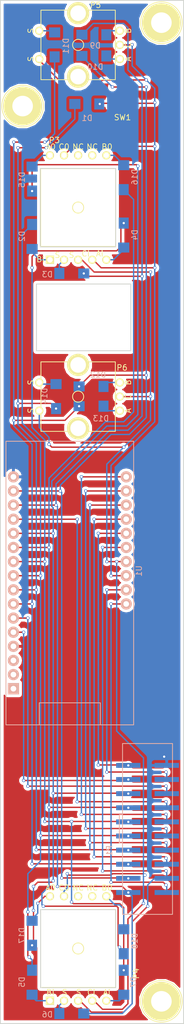
<source format=kicad_pcb>
(kicad_pcb (version 4) (host pcbnew 4.0.4+e1-6308~48~ubuntu14.04.1-stable)

  (general
    (links 70)
    (no_connects 0)
    (area 99.924999 -0.133 132.075001 184.543)
    (thickness 1.6)
    (drawings 17)
    (tracks 497)
    (zones 0)
    (modules 27)
    (nets 40)
  )

  (page A4)
  (layers
    (0 F.Cu signal)
    (31 B.Cu signal)
    (32 B.Adhes user)
    (33 F.Adhes user)
    (34 B.Paste user)
    (35 F.Paste user)
    (36 B.SilkS user)
    (37 F.SilkS user)
    (38 B.Mask user)
    (39 F.Mask user)
    (40 Dwgs.User user)
    (41 Cmts.User user)
    (42 Eco1.User user)
    (43 Eco2.User user)
    (44 Edge.Cuts user)
    (45 Margin user)
    (46 B.CrtYd user)
    (47 F.CrtYd user)
    (48 B.Fab user)
    (49 F.Fab user)
  )

  (setup
    (last_trace_width 0.25)
    (trace_clearance 0.2)
    (zone_clearance 0.508)
    (zone_45_only no)
    (trace_min 0.2)
    (segment_width 0.2)
    (edge_width 0.15)
    (via_size 0.6)
    (via_drill 0.4)
    (via_min_size 0.4)
    (via_min_drill 0.3)
    (uvia_size 0.3)
    (uvia_drill 0.1)
    (uvias_allowed no)
    (uvia_min_size 0.2)
    (uvia_min_drill 0.1)
    (pcb_text_width 0.3)
    (pcb_text_size 1.5 1.5)
    (mod_edge_width 0.15)
    (mod_text_size 1 1)
    (mod_text_width 0.15)
    (pad_size 7 7)
    (pad_drill 3.7)
    (pad_to_mask_clearance 0.2)
    (aux_axis_origin 0 0)
    (visible_elements FFFFFF7F)
    (pcbplotparams
      (layerselection 0x010f0_80000001)
      (usegerberextensions false)
      (excludeedgelayer true)
      (linewidth 0.100000)
      (plotframeref false)
      (viasonmask false)
      (mode 1)
      (useauxorigin false)
      (hpglpennumber 1)
      (hpglpenspeed 20)
      (hpglpendiameter 15)
      (hpglpenoverlay 2)
      (psnegative false)
      (psa4output false)
      (plotreference true)
      (plotvalue true)
      (plotinvisibletext false)
      (padsonsilk false)
      (subtractmaskfromsilk false)
      (outputformat 1)
      (mirror false)
      (drillshape 0)
      (scaleselection 1)
      (outputdirectory gerber/))
  )

  (net 0 "")
  (net 1 R7)
  (net 2 "Net-(D1-Pad1)")
  (net 3 R6)
  (net 4 "Net-(D2-Pad1)")
  (net 5 R5)
  (net 6 "Net-(D3-Pad1)")
  (net 7 R4)
  (net 8 "Net-(D4-Pad1)")
  (net 9 R3)
  (net 10 "Net-(D5-Pad1)")
  (net 11 R2)
  (net 12 "Net-(D6-Pad1)")
  (net 13 R1)
  (net 14 "Net-(D7-Pad1)")
  (net 15 R0)
  (net 16 GND)
  (net 17 C0)
  (net 18 C1)
  (net 19 C2)
  (net 20 C3)
  (net 21 C4)
  (net 22 C5)
  (net 23 C6)
  (net 24 C7)
  (net 25 +5V)
  (net 26 "Net-(D9-Pad1)")
  (net 27 "Net-(D10-Pad1)")
  (net 28 "Net-(D11-Pad1)")
  (net 29 "Net-(D12-Pad1)")
  (net 30 "Net-(D13-Pad1)")
  (net 31 "Net-(D14-Pad1)")
  (net 32 "Net-(D15-Pad1)")
  (net 33 "Net-(D16-Pad1)")
  (net 34 "Net-(D17-Pad1)")
  (net 35 "Net-(D18-Pad1)")
  (net 36 JA)
  (net 37 JX)
  (net 38 JB)
  (net 39 JY)

  (net_class Default "This is the default net class."
    (clearance 0.2)
    (trace_width 0.25)
    (via_dia 0.6)
    (via_drill 0.4)
    (uvia_dia 0.3)
    (uvia_drill 0.1)
    (add_net +5V)
    (add_net C0)
    (add_net C1)
    (add_net C2)
    (add_net C3)
    (add_net C4)
    (add_net C5)
    (add_net C6)
    (add_net C7)
    (add_net GND)
    (add_net JA)
    (add_net JB)
    (add_net JX)
    (add_net JY)
    (add_net "Net-(D1-Pad1)")
    (add_net "Net-(D10-Pad1)")
    (add_net "Net-(D11-Pad1)")
    (add_net "Net-(D12-Pad1)")
    (add_net "Net-(D13-Pad1)")
    (add_net "Net-(D14-Pad1)")
    (add_net "Net-(D15-Pad1)")
    (add_net "Net-(D16-Pad1)")
    (add_net "Net-(D17-Pad1)")
    (add_net "Net-(D18-Pad1)")
    (add_net "Net-(D2-Pad1)")
    (add_net "Net-(D3-Pad1)")
    (add_net "Net-(D4-Pad1)")
    (add_net "Net-(D5-Pad1)")
    (add_net "Net-(D6-Pad1)")
    (add_net "Net-(D7-Pad1)")
    (add_net "Net-(D9-Pad1)")
    (add_net R0)
    (add_net R1)
    (add_net R2)
    (add_net R3)
    (add_net R4)
    (add_net R5)
    (add_net R6)
    (add_net R7)
  )

  (module custom:ELMA_conn (layer F.Cu) (tedit 57E75926) (tstamp 56BEF4CF)
    (at 114 37.25)
    (descr "ELMA pin header")
    (tags "elma pin header")
    (path /56BF1A97)
    (fp_text reference P3 (at -4.28 -12.104) (layer F.SilkS)
      (effects (font (size 1 1) (thickness 0.15)))
    )
    (fp_text value DUAL_NAV (at 0.546 -12.104) (layer F.Fab)
      (effects (font (size 1 1) (thickness 0.15)))
    )
    (fp_text user B0 (at 5.207 -10.922) (layer F.SilkS)
      (effects (font (size 1 1) (thickness 0.15)))
    )
    (fp_text user NC (at 2.54 -10.922) (layer F.SilkS)
      (effects (font (size 1 1) (thickness 0.15)))
    )
    (fp_text user NC (at 0 -10.922) (layer F.SilkS)
      (effects (font (size 1 1) (thickness 0.15)))
    )
    (fp_text user A0 (at -4.953 -10.922) (layer F.SilkS)
      (effects (font (size 1 1) (thickness 0.15)))
    )
    (fp_text user C0 (at -2.54 -10.922) (layer F.SilkS)
      (effects (font (size 1 1) (thickness 0.15)))
    )
    (fp_text user Ai (at 3.896 8.296) (layer F.SilkS)
      (effects (font (size 1 1) (thickness 0.15)))
    )
    (fp_text user Ci (at 1.356 8.296) (layer F.SilkS)
      (effects (font (size 1 1) (thickness 0.15)))
    )
    (fp_text user S (at -1.184 8.55) (layer F.SilkS)
      (effects (font (size 1 1) (thickness 0.15)))
    )
    (fp_text user S (at -3.724 8.55) (layer F.SilkS)
      (effects (font (size 1 1) (thickness 0.15)))
    )
    (fp_text user Bi (at -6.772 9.312) (layer F.SilkS)
      (effects (font (size 1 1) (thickness 0.15)))
    )
    (fp_circle (center 0 0) (end 1 0) (layer F.SilkS) (width 0.15))
    (fp_line (start -6.75 -7) (end 6.75 -7) (layer F.SilkS) (width 0.15))
    (fp_line (start 6.75 -7) (end 6.75 7) (layer F.SilkS) (width 0.15))
    (fp_line (start 6.75 7) (end -6.75 7) (layer F.SilkS) (width 0.15))
    (fp_line (start -6.75 7) (end -6.75 -7) (layer F.SilkS) (width 0.15))
    (pad 6 thru_hole circle (at -5.08 -9.39 90) (size 1.5 1.5) (drill 1) (layers *.Cu *.Mask F.SilkS)
      (net 32 "Net-(D15-Pad1)"))
    (pad 7 thru_hole circle (at -2.54 -9.39 90) (size 1.5 1.5) (drill 1) (layers *.Cu *.Mask F.SilkS)
      (net 1 R7))
    (pad 8 thru_hole circle (at 0 -9.39 90) (size 1.5 1.5) (drill 1) (layers *.Cu *.Mask F.SilkS))
    (pad 9 thru_hole circle (at 2.54 -9.39 90) (size 1.5 1.5) (drill 1) (layers *.Cu *.Mask F.SilkS))
    (pad 10 thru_hole circle (at 5.08 -9.39 90) (size 1.5 1.5) (drill 1) (layers *.Cu *.Mask F.SilkS)
      (net 33 "Net-(D16-Pad1)"))
    (pad 1 thru_hole rect (at -5.08 9.39 90) (size 1.5 1.5) (drill 1) (layers *.Cu *.Mask F.SilkS)
      (net 4 "Net-(D2-Pad1)"))
    (pad 2 thru_hole circle (at -2.54 9.39 90) (size 1.5 1.5) (drill 1) (layers *.Cu *.Mask F.SilkS)
      (net 6 "Net-(D3-Pad1)"))
    (pad 5 thru_hole circle (at 5.08 9.39 90) (size 1.5 1.5) (drill 1) (layers *.Cu *.Mask F.SilkS)
      (net 8 "Net-(D4-Pad1)"))
    (pad 4 thru_hole circle (at 2.54 9.39 90) (size 1.5 1.5) (drill 1) (layers *.Cu *.Mask F.SilkS)
      (net 1 R7))
    (pad 3 thru_hole circle (at 0 9.39 90) (size 1.5 1.5) (drill 1) (layers *.Cu *.Mask F.SilkS)
      (net 3 R6))
  )

  (module custom:ENC_conn (layer F.Cu) (tedit 57E759A7) (tstamp 56BEF82E)
    (at 114 71.25 90)
    (path /56BF3129)
    (fp_text reference P6 (at 5.21 7.912 180) (layer F.SilkS)
      (effects (font (size 1 1) (thickness 0.15)))
    )
    (fp_text value HEADING (at 4.702 -10.122 360) (layer F.Fab)
      (effects (font (size 1 1) (thickness 0.15)))
    )
    (fp_text user A (at -2.54 9.017 90) (layer F.SilkS)
      (effects (font (size 1 1) (thickness 0.15)))
    )
    (fp_text user C (at 0 9.017 90) (layer F.SilkS)
      (effects (font (size 1 1) (thickness 0.15)))
    )
    (fp_text user B (at 2.54 9.017 90) (layer F.SilkS)
      (effects (font (size 1 1) (thickness 0.15)))
    )
    (fp_text user S (at -2.54 -8.509 90) (layer F.SilkS)
      (effects (font (size 1 1) (thickness 0.15)))
    )
    (fp_text user S (at 2.54 -8.509 90) (layer F.SilkS)
      (effects (font (size 1 1) (thickness 0.15)))
    )
    (fp_circle (center 0 0) (end 1 0) (layer F.SilkS) (width 0.15))
    (fp_line (start -6.25 6.7) (end 6.25 6.7) (layer F.SilkS) (width 0.15))
    (fp_line (start -6.25 -6.7) (end 6.25 -6.7) (layer F.SilkS) (width 0.15))
    (fp_line (start 6.25 -6.7) (end 6.25 6.7) (layer F.SilkS) (width 0.15))
    (fp_line (start -6.25 -6.7) (end -6.25 6.7) (layer F.SilkS) (width 0.15))
    (pad "" thru_hole circle (at 5.7 0 180) (size 4 4) (drill 2.8) (layers *.Cu *.Mask F.SilkS))
    (pad 1 thru_hole circle (at -2.54 -7 180) (size 1.5 1.5) (drill 1) (layers *.Cu *.Mask F.SilkS)
      (net 3 R6))
    (pad 2 thru_hole circle (at 2.54 7.5 180) (size 1.5 1.5) (drill 1) (layers *.Cu *.Mask F.SilkS)
      (net 29 "Net-(D12-Pad1)"))
    (pad 3 thru_hole circle (at 0 7.5 180) (size 1.5 1.5) (drill 1) (layers *.Cu *.Mask F.SilkS)
      (net 3 R6))
    (pad 4 thru_hole circle (at -2.54 7.5 180) (size 1.5 1.5) (drill 1) (layers *.Cu *.Mask F.SilkS)
      (net 30 "Net-(D13-Pad1)"))
    (pad 5 thru_hole circle (at 2.54 -7 180) (size 1.5 1.5) (drill 1) (layers *.Cu *.Mask F.SilkS)
      (net 31 "Net-(D14-Pad1)"))
    (pad "" thru_hole circle (at -5.7 0 180) (size 4 4) (drill 2.8) (layers *.Cu *.Mask F.SilkS))
  )

  (module custom:Feather_M0 (layer B.Cu) (tedit 57E759DA) (tstamp 56D21883)
    (at 112.5 106)
    (descr "Feather M0")
    (path /56DCD296)
    (fp_text reference U1 (at 12.46 -3.384 90) (layer B.SilkS)
      (effects (font (size 1 1) (thickness 0.15)) (justify mirror))
    )
    (fp_text value Feather_M0 (at 12.46 -9.226 90) (layer B.Fab)
      (effects (font (size 1 1) (thickness 0.15)) (justify mirror))
    )
    (fp_line (start -5.5 24.28) (end -5.5 20.32) (layer B.SilkS) (width 0.15))
    (fp_line (start -5.5 20.32) (end 5.5 20.32) (layer B.SilkS) (width 0.15))
    (fp_line (start 5.5 20.32) (end 5.5 24.28) (layer B.SilkS) (width 0.15))
    (fp_line (start -11.5 -26.72) (end -11.5 24.28) (layer B.SilkS) (width 0.15))
    (fp_line (start -11.5 24.28) (end 11.5 24.28) (layer B.SilkS) (width 0.15))
    (fp_line (start 11.5 24.28) (end 11.5 -26.72) (layer B.SilkS) (width 0.15))
    (fp_line (start 11.5 -26.72) (end -11.5 -26.72) (layer B.SilkS) (width 0.15))
    (pad 26 thru_hole oval (at 10.16 2.54) (size 2.032 2.032) (drill 1.016) (layers *.Cu *.Mask B.SilkS)
      (net 25 +5V))
    (pad 17 thru_hole oval (at 10.16 0) (size 2.032 2.032) (drill 1.016) (layers *.Cu *.Mask B.SilkS)
      (net 38 JB))
    (pad 18 thru_hole oval (at 10.16 -2.54) (size 2.032 2.032) (drill 1.016) (layers *.Cu *.Mask B.SilkS)
      (net 1 R7))
    (pad 19 thru_hole oval (at 10.16 -5.08) (size 2.032 2.032) (drill 1.016) (layers *.Cu *.Mask B.SilkS)
      (net 3 R6))
    (pad 20 thru_hole oval (at 10.16 -7.62) (size 2.032 2.032) (drill 1.016) (layers *.Cu *.Mask B.SilkS)
      (net 5 R5))
    (pad 21 thru_hole oval (at 10.16 -10.16) (size 2.032 2.032) (drill 1.016) (layers *.Cu *.Mask B.SilkS)
      (net 36 JA))
    (pad 22 thru_hole oval (at 10.16 -12.7) (size 2.032 2.032) (drill 1.016) (layers *.Cu *.Mask B.SilkS)
      (net 7 R4))
    (pad 23 thru_hole oval (at 10.16 -15.24) (size 2.032 2.032) (drill 1.016) (layers *.Cu *.Mask B.SilkS)
      (net 9 R3))
    (pad 24 thru_hole oval (at 10.16 -17.78) (size 2.032 2.032) (drill 1.016) (layers *.Cu *.Mask B.SilkS)
      (net 11 R2))
    (pad 25 thru_hole oval (at 10.16 -20.32) (size 2.032 2.032) (drill 1.016) (layers *.Cu *.Mask B.SilkS)
      (net 13 R1))
    (pad 16 thru_hole oval (at -10.16 -20.32) (size 2.032 2.032) (drill 1.016) (layers *.Cu *.Mask B.SilkS)
      (net 16 GND))
    (pad 15 thru_hole oval (at -10.16 -17.78) (size 2.032 2.032) (drill 1.016) (layers *.Cu *.Mask B.SilkS)
      (net 23 C6))
    (pad 14 thru_hole oval (at -10.16 -15.24) (size 2.032 2.032) (drill 1.016) (layers *.Cu *.Mask B.SilkS)
      (net 24 C7))
    (pad 13 thru_hole oval (at -10.16 -12.7) (size 2.032 2.032) (drill 1.016) (layers *.Cu *.Mask B.SilkS)
      (net 15 R0))
    (pad 12 thru_hole oval (at -10.16 -10.16) (size 2.032 2.032) (drill 1.016) (layers *.Cu *.Mask B.SilkS)
      (net 17 C0))
    (pad 11 thru_hole oval (at -10.16 -7.62) (size 2.032 2.032) (drill 1.016) (layers *.Cu *.Mask B.SilkS)
      (net 18 C1))
    (pad 10 thru_hole oval (at -10.16 -5.08) (size 2.032 2.032) (drill 1.016) (layers *.Cu *.Mask B.SilkS)
      (net 19 C2))
    (pad 9 thru_hole oval (at -10.16 -2.54) (size 2.032 2.032) (drill 1.016) (layers *.Cu *.Mask B.SilkS)
      (net 20 C3))
    (pad 8 thru_hole oval (at -10.16 0) (size 2.032 2.032) (drill 1.016) (layers *.Cu *.Mask B.SilkS)
      (net 21 C4))
    (pad 7 thru_hole oval (at -10.16 2.54) (size 2.032 2.032) (drill 1.016) (layers *.Cu *.Mask B.SilkS)
      (net 22 C5))
    (pad 6 thru_hole oval (at -10.16 5.08) (size 2.032 2.032) (drill 1.016) (layers *.Cu *.Mask B.SilkS)
      (net 39 JY))
    (pad 5 thru_hole oval (at -10.16 7.62) (size 2.032 2.032) (drill 1.016) (layers *.Cu *.Mask B.SilkS)
      (net 37 JX))
    (pad 4 thru_hole oval (at -10.16 10.16) (size 2.032 2.032) (drill 1.016) (layers *.Cu *.Mask B.SilkS)
      (net 16 GND))
    (pad 3 thru_hole oval (at -10.16 12.7) (size 2.032 2.032) (drill 1.016) (layers *.Cu *.Mask B.SilkS))
    (pad 1 thru_hole rect (at -10.16 17.78) (size 2.032 2.032) (drill 1.016) (layers *.Cu *.Mask B.SilkS))
    (pad 2 thru_hole oval (at -10.16 15.24) (size 2.032 2.032) (drill 1.016) (layers *.Cu *.Mask B.SilkS))
    (model Pin_Headers.3dshapes/Pin_Header_Straight_1x02.wrl
      (at (xyz 0 -0.05 0))
      (scale (xyz 1 1 1))
      (rotate (xyz 0 0 90))
    )
  )

  (module custom:SW_PUSH_GND (layer F.Cu) (tedit 56D21ADA) (tstamp 56BEE0E6)
    (at 122 18.5)
    (path /56BDA3D0)
    (fp_text reference SW1 (at 0 2.54) (layer F.SilkS)
      (effects (font (size 1 1) (thickness 0.15)))
    )
    (fp_text value NAV_TOGGLE (at -0.05 3.79) (layer F.Fab)
      (effects (font (size 1 1) (thickness 0.15)))
    )
    (pad 6 smd rect (at 1.575 1.525) (size 1.15 0.75) (layers F.Cu F.Paste F.Mask)
      (net 16 GND))
    (pad 4 smd rect (at -1.575 1.525) (size 1.15 0.75) (layers F.Cu F.Paste F.Mask)
      (net 16 GND))
    (pad 5 smd rect (at 1.575 -1.525) (size 1.15 0.75) (layers F.Cu F.Paste F.Mask)
      (net 16 GND))
    (pad 1 smd rect (at -2.075 0) (size 0.95 1.4) (layers F.Cu F.Paste F.Mask)
      (net 2 "Net-(D1-Pad1)"))
    (pad 2 smd rect (at 2.075 0) (size 0.95 1.4) (layers F.Cu F.Paste F.Mask)
      (net 1 R7))
    (pad 3 smd rect (at -1.575 -1.525) (size 1.15 0.75) (layers F.Cu F.Paste F.Mask)
      (net 16 GND))
  )

  (module custom:Diode_SMD (layer B.Cu) (tedit 57E758FF) (tstamp 57E70670)
    (at 116.88 6.176 180)
    (path /57E302A1)
    (fp_text reference D9 (at -0.206 -1.952 180) (layer B.SilkS)
      (effects (font (size 1 1) (thickness 0.15)) (justify mirror))
    )
    (fp_text value "" (at 0 1.27 180) (layer B.Fab)
      (effects (font (size 1 1) (thickness 0.15)) (justify mirror))
    )
    (fp_line (start -0.635 0.508) (end -0.635 -0.508) (layer B.Mask) (width 0.15))
    (fp_line (start -0.381 0) (end 0.254 0.508) (layer B.Mask) (width 0.15))
    (fp_line (start 0.254 0.508) (end 0.254 -0.508) (layer B.Mask) (width 0.15))
    (fp_line (start 0.254 -0.508) (end -0.381 0) (layer B.Mask) (width 0.15))
    (fp_line (start -2.5 -1.25) (end 2.5 -1.25) (layer B.Mask) (width 0.1))
    (fp_line (start -2.5 1.25) (end 2.5 1.25) (layer B.Mask) (width 0.1))
    (pad 2 smd rect (at 2.2 0 180) (size 2 1.8) (layers B.Cu B.Paste B.Mask)
      (net 24 C7))
    (pad 1 smd rect (at -2.2 0 180) (size 1.8 2) (layers B.Cu B.Paste B.Mask)
      (net 26 "Net-(D9-Pad1)"))
  )

  (module custom:Diode_SMD (layer B.Cu) (tedit 57E75907) (tstamp 57E7067A)
    (at 116.88 9.986 180)
    (path /57E30306)
    (fp_text reference D10 (at -0.206 -1.952 180) (layer B.SilkS)
      (effects (font (size 1 1) (thickness 0.15)) (justify mirror))
    )
    (fp_text value "" (at 0 1.27 180) (layer B.Fab)
      (effects (font (size 1 1) (thickness 0.15)) (justify mirror))
    )
    (fp_line (start -0.635 0.508) (end -0.635 -0.508) (layer B.Mask) (width 0.15))
    (fp_line (start -0.381 0) (end 0.254 0.508) (layer B.Mask) (width 0.15))
    (fp_line (start 0.254 0.508) (end 0.254 -0.508) (layer B.Mask) (width 0.15))
    (fp_line (start 0.254 -0.508) (end -0.381 0) (layer B.Mask) (width 0.15))
    (fp_line (start -2.5 -1.25) (end 2.5 -1.25) (layer B.Mask) (width 0.1))
    (fp_line (start -2.5 1.25) (end 2.5 1.25) (layer B.Mask) (width 0.1))
    (pad 2 smd rect (at 2.2 0 180) (size 2 1.8) (layers B.Cu B.Paste B.Mask)
      (net 23 C6))
    (pad 1 smd rect (at -2.2 0 180) (size 1.8 2) (layers B.Cu B.Paste B.Mask)
      (net 27 "Net-(D10-Pad1)"))
  )

  (module custom:Diode_SMD (layer B.Cu) (tedit 57E758E0) (tstamp 57E70684)
    (at 109.768 7.954 270)
    (path /57E30349)
    (fp_text reference D11 (at 0.254 -2.032 270) (layer B.SilkS)
      (effects (font (size 1 1) (thickness 0.15)) (justify mirror))
    )
    (fp_text value "" (at 0 1.27 270) (layer B.Fab)
      (effects (font (size 1 1) (thickness 0.15)) (justify mirror))
    )
    (fp_line (start -0.635 0.508) (end -0.635 -0.508) (layer B.Mask) (width 0.15))
    (fp_line (start -0.381 0) (end 0.254 0.508) (layer B.Mask) (width 0.15))
    (fp_line (start 0.254 0.508) (end 0.254 -0.508) (layer B.Mask) (width 0.15))
    (fp_line (start 0.254 -0.508) (end -0.381 0) (layer B.Mask) (width 0.15))
    (fp_line (start -2.5 -1.25) (end 2.5 -1.25) (layer B.Mask) (width 0.1))
    (fp_line (start -2.5 1.25) (end 2.5 1.25) (layer B.Mask) (width 0.1))
    (pad 2 smd rect (at 2.2 0 270) (size 2 1.8) (layers B.Cu B.Paste B.Mask)
      (net 22 C5))
    (pad 1 smd rect (at -2.2 0 270) (size 1.8 2) (layers B.Cu B.Paste B.Mask)
      (net 28 "Net-(D11-Pad1)"))
  )

  (module custom:Diode_SMD (layer B.Cu) (tedit 57E759B4) (tstamp 57E7068E)
    (at 116.372 69.422 180)
    (path /57E3143D)
    (fp_text reference D12 (at -1.222 2.112 180) (layer B.SilkS)
      (effects (font (size 1 1) (thickness 0.15)) (justify mirror))
    )
    (fp_text value "" (at 0 1.27 180) (layer B.Fab)
      (effects (font (size 1 1) (thickness 0.15)) (justify mirror))
    )
    (fp_line (start -0.635 0.508) (end -0.635 -0.508) (layer B.Mask) (width 0.15))
    (fp_line (start -0.381 0) (end 0.254 0.508) (layer B.Mask) (width 0.15))
    (fp_line (start 0.254 0.508) (end 0.254 -0.508) (layer B.Mask) (width 0.15))
    (fp_line (start 0.254 -0.508) (end -0.381 0) (layer B.Mask) (width 0.15))
    (fp_line (start -2.5 -1.25) (end 2.5 -1.25) (layer B.Mask) (width 0.1))
    (fp_line (start -2.5 1.25) (end 2.5 1.25) (layer B.Mask) (width 0.1))
    (pad 2 smd rect (at 2.2 0 180) (size 2 1.8) (layers B.Cu B.Paste B.Mask)
      (net 23 C6))
    (pad 1 smd rect (at -2.2 0 180) (size 1.8 2) (layers B.Cu B.Paste B.Mask)
      (net 29 "Net-(D12-Pad1)"))
  )

  (module custom:Diode_SMD (layer B.Cu) (tedit 57E759BA) (tstamp 57E70698)
    (at 116.372 72.978 180)
    (path /57E3148C)
    (fp_text reference D13 (at -1.73 -2.206 180) (layer B.SilkS)
      (effects (font (size 1 1) (thickness 0.15)) (justify mirror))
    )
    (fp_text value "" (at 0 1.27 180) (layer B.Fab)
      (effects (font (size 1 1) (thickness 0.15)) (justify mirror))
    )
    (fp_line (start -0.635 0.508) (end -0.635 -0.508) (layer B.Mask) (width 0.15))
    (fp_line (start -0.381 0) (end 0.254 0.508) (layer B.Mask) (width 0.15))
    (fp_line (start 0.254 0.508) (end 0.254 -0.508) (layer B.Mask) (width 0.15))
    (fp_line (start 0.254 -0.508) (end -0.381 0) (layer B.Mask) (width 0.15))
    (fp_line (start -2.5 -1.25) (end 2.5 -1.25) (layer B.Mask) (width 0.1))
    (fp_line (start -2.5 1.25) (end 2.5 1.25) (layer B.Mask) (width 0.1))
    (pad 2 smd rect (at 2.2 0 180) (size 2 1.8) (layers B.Cu B.Paste B.Mask)
      (net 22 C5))
    (pad 1 smd rect (at -2.2 0 180) (size 1.8 2) (layers B.Cu B.Paste B.Mask)
      (net 30 "Net-(D13-Pad1)"))
  )

  (module custom:Diode_SMD (layer B.Cu) (tedit 57E759AD) (tstamp 57E706A2)
    (at 110.022 71.2 270)
    (path /57E314DD)
    (fp_text reference D14 (at -0.08 2.08 270) (layer B.SilkS)
      (effects (font (size 1 1) (thickness 0.15)) (justify mirror))
    )
    (fp_text value "" (at 0 1.27 270) (layer B.Fab)
      (effects (font (size 1 1) (thickness 0.15)) (justify mirror))
    )
    (fp_line (start -0.635 0.508) (end -0.635 -0.508) (layer B.Mask) (width 0.15))
    (fp_line (start -0.381 0) (end 0.254 0.508) (layer B.Mask) (width 0.15))
    (fp_line (start 0.254 0.508) (end 0.254 -0.508) (layer B.Mask) (width 0.15))
    (fp_line (start 0.254 -0.508) (end -0.381 0) (layer B.Mask) (width 0.15))
    (fp_line (start -2.5 -1.25) (end 2.5 -1.25) (layer B.Mask) (width 0.1))
    (fp_line (start -2.5 1.25) (end 2.5 1.25) (layer B.Mask) (width 0.1))
    (pad 2 smd rect (at 2.2 0 270) (size 2 1.8) (layers B.Cu B.Paste B.Mask)
      (net 21 C4))
    (pad 1 smd rect (at -2.2 0 270) (size 1.8 2) (layers B.Cu B.Paste B.Mask)
      (net 31 "Net-(D14-Pad1)"))
  )

  (module custom:Diode_SMD (layer B.Cu) (tedit 57E75945) (tstamp 57E706AC)
    (at 105.704 32.084 270)
    (path /57E30F15)
    (fp_text reference D15 (at 0.174 1.826 270) (layer B.SilkS)
      (effects (font (size 1 1) (thickness 0.15)) (justify mirror))
    )
    (fp_text value "" (at 0 1.27 270) (layer B.Fab)
      (effects (font (size 1 1) (thickness 0.15)) (justify mirror))
    )
    (fp_line (start -0.635 0.508) (end -0.635 -0.508) (layer B.Mask) (width 0.15))
    (fp_line (start -0.381 0) (end 0.254 0.508) (layer B.Mask) (width 0.15))
    (fp_line (start 0.254 0.508) (end 0.254 -0.508) (layer B.Mask) (width 0.15))
    (fp_line (start 0.254 -0.508) (end -0.381 0) (layer B.Mask) (width 0.15))
    (fp_line (start -2.5 -1.25) (end 2.5 -1.25) (layer B.Mask) (width 0.1))
    (fp_line (start -2.5 1.25) (end 2.5 1.25) (layer B.Mask) (width 0.1))
    (pad 2 smd rect (at 2.2 0 270) (size 2 1.8) (layers B.Cu B.Paste B.Mask)
      (net 17 C0))
    (pad 1 smd rect (at -2.2 0 270) (size 1.8 2) (layers B.Cu B.Paste B.Mask)
      (net 32 "Net-(D15-Pad1)"))
  )

  (module custom:Diode_SMD (layer B.Cu) (tedit 57E75954) (tstamp 57E706B6)
    (at 122.214 31.83 270)
    (path /57E30FD6)
    (fp_text reference D16 (at -0.08 -1.984 270) (layer B.SilkS)
      (effects (font (size 1 1) (thickness 0.15)) (justify mirror))
    )
    (fp_text value "" (at 0 1.27 270) (layer B.Fab)
      (effects (font (size 1 1) (thickness 0.15)) (justify mirror))
    )
    (fp_line (start -0.635 0.508) (end -0.635 -0.508) (layer B.Mask) (width 0.15))
    (fp_line (start -0.381 0) (end 0.254 0.508) (layer B.Mask) (width 0.15))
    (fp_line (start 0.254 0.508) (end 0.254 -0.508) (layer B.Mask) (width 0.15))
    (fp_line (start 0.254 -0.508) (end -0.381 0) (layer B.Mask) (width 0.15))
    (fp_line (start -2.5 -1.25) (end 2.5 -1.25) (layer B.Mask) (width 0.1))
    (fp_line (start -2.5 1.25) (end 2.5 1.25) (layer B.Mask) (width 0.1))
    (pad 2 smd rect (at 2.2 0 270) (size 2 1.8) (layers B.Cu B.Paste B.Mask)
      (net 18 C1))
    (pad 1 smd rect (at -2.2 0 270) (size 1.8 2) (layers B.Cu B.Paste B.Mask)
      (net 33 "Net-(D16-Pad1)"))
  )

  (module custom:Diode_SMD (layer B.Cu) (tedit 57E75A2A) (tstamp 57E706C0)
    (at 105.704 167.72 270)
    (path /57E31E3F)
    (fp_text reference D17 (at 0.428 1.826 270) (layer B.SilkS)
      (effects (font (size 1 1) (thickness 0.15)) (justify mirror))
    )
    (fp_text value "" (at 0 1.27 270) (layer B.Fab)
      (effects (font (size 1 1) (thickness 0.15)) (justify mirror))
    )
    (fp_line (start -0.635 0.508) (end -0.635 -0.508) (layer B.Mask) (width 0.15))
    (fp_line (start -0.381 0) (end 0.254 0.508) (layer B.Mask) (width 0.15))
    (fp_line (start 0.254 0.508) (end 0.254 -0.508) (layer B.Mask) (width 0.15))
    (fp_line (start 0.254 -0.508) (end -0.381 0) (layer B.Mask) (width 0.15))
    (fp_line (start -2.5 -1.25) (end 2.5 -1.25) (layer B.Mask) (width 0.1))
    (fp_line (start -2.5 1.25) (end 2.5 1.25) (layer B.Mask) (width 0.1))
    (pad 2 smd rect (at 2.2 0 270) (size 2 1.8) (layers B.Cu B.Paste B.Mask)
      (net 17 C0))
    (pad 1 smd rect (at -2.2 0 270) (size 1.8 2) (layers B.Cu B.Paste B.Mask)
      (net 34 "Net-(D17-Pad1)"))
  )

  (module custom:Diode_SMD (layer B.Cu) (tedit 57E75A32) (tstamp 57E706CA)
    (at 122.214 169.244 270)
    (path /57E31EA0)
    (fp_text reference D18 (at -0.08 -1.984 270) (layer B.SilkS)
      (effects (font (size 1 1) (thickness 0.15)) (justify mirror))
    )
    (fp_text value "" (at 0 1.27 270) (layer B.Fab)
      (effects (font (size 1 1) (thickness 0.15)) (justify mirror))
    )
    (fp_line (start -0.635 0.508) (end -0.635 -0.508) (layer B.Mask) (width 0.15))
    (fp_line (start -0.381 0) (end 0.254 0.508) (layer B.Mask) (width 0.15))
    (fp_line (start 0.254 0.508) (end 0.254 -0.508) (layer B.Mask) (width 0.15))
    (fp_line (start 0.254 -0.508) (end -0.381 0) (layer B.Mask) (width 0.15))
    (fp_line (start -2.5 -1.25) (end 2.5 -1.25) (layer B.Mask) (width 0.1))
    (fp_line (start -2.5 1.25) (end 2.5 1.25) (layer B.Mask) (width 0.1))
    (pad 2 smd rect (at 2.2 0 270) (size 2 1.8) (layers B.Cu B.Paste B.Mask)
      (net 18 C1))
    (pad 1 smd rect (at -2.2 0 270) (size 1.8 2) (layers B.Cu B.Paste B.Mask)
      (net 35 "Net-(D18-Pad1)"))
  )

  (module custom:CNC-3020-20 (layer B.Cu) (tedit 57E75A0E) (tstamp 57E706CB)
    (at 126.5 149 90)
    (tags "SMD IPC 20 pin")
    (path /57E325C2)
    (fp_text reference P1 (at -3.908 -6.874 90) (layer B.SilkS)
      (effects (font (size 1 1) (thickness 0.15)) (justify mirror))
    )
    (fp_text value CONN_02X10 (at 2.188 -6.874 90) (layer B.Fab)
      (effects (font (size 1 1) (thickness 0.15)) (justify mirror))
    )
    (fp_line (start -2.54 -4.5) (end -2.54 -5.08) (layer B.SilkS) (width 0.15))
    (fp_line (start -2.54 -5.08) (end 2.54 -5.08) (layer B.SilkS) (width 0.15))
    (fp_line (start 2.54 -5.08) (end 2.54 -4.5) (layer B.SilkS) (width 0.15))
    (fp_line (start -15.36 -4.5) (end 15.36 -4.5) (layer B.SilkS) (width 0.15))
    (fp_line (start 15.36 -4.5) (end 15.36 4.5) (layer B.SilkS) (width 0.15))
    (fp_line (start 15.36 4.5) (end -15.36 4.5) (layer B.SilkS) (width 0.15))
    (fp_line (start -15.36 4.5) (end -15.36 -4.5) (layer B.SilkS) (width 0.15))
    (pad 19 smd rect (at 11.43 -3.46 90) (size 0.89 4.38) (layers B.Cu B.Paste B.Mask)
      (net 36 JA))
    (pad 17 smd rect (at 8.89 -3.46 90) (size 0.89 4.38) (layers B.Cu B.Paste B.Mask)
      (net 37 JX))
    (pad 15 smd rect (at 6.35 -3.46 90) (size 0.89 4.38) (layers B.Cu B.Paste B.Mask)
      (net 17 C0))
    (pad 13 smd rect (at 3.81 -3.46 90) (size 0.89 4.38) (layers B.Cu B.Paste B.Mask)
      (net 18 C1))
    (pad 11 smd rect (at 1.27 -3.46 90) (size 0.89 4.38) (layers B.Cu B.Paste B.Mask)
      (net 19 C2))
    (pad 9 smd rect (at -1.27 -3.46 90) (size 0.89 4.38) (layers B.Cu B.Paste B.Mask)
      (net 20 C3))
    (pad 7 smd rect (at -3.81 -3.46 90) (size 0.89 4.38) (layers B.Cu B.Paste B.Mask)
      (net 21 C4))
    (pad 5 smd rect (at -6.35 -3.46 90) (size 0.89 4.38) (layers B.Cu B.Paste B.Mask)
      (net 22 C5))
    (pad 3 smd rect (at -8.89 -3.46 90) (size 0.89 4.38) (layers B.Cu B.Paste B.Mask)
      (net 23 C6))
    (pad 1 smd rect (at -11.43 -3.46 90) (size 0.89 4.38) (layers B.Cu B.Paste B.Mask)
      (net 24 C7))
    (pad 2 smd rect (at -11.43 3.46 90) (size 0.89 4.38) (layers B.Cu B.Paste B.Mask)
      (net 25 +5V))
    (pad 4 smd rect (at -8.89 3.46 90) (size 0.89 4.38) (layers B.Cu B.Paste B.Mask)
      (net 5 R5))
    (pad 6 smd rect (at -6.35 3.46 90) (size 0.89 4.38) (layers B.Cu B.Paste B.Mask)
      (net 7 R4))
    (pad 8 smd rect (at -3.81 3.46 90) (size 0.89 4.38) (layers B.Cu B.Paste B.Mask)
      (net 9 R3))
    (pad 20 smd rect (at 11.43 3.46 90) (size 0.89 4.38) (layers B.Cu B.Paste B.Mask)
      (net 16 GND))
    (pad 18 smd rect (at 8.89 3.46 90) (size 0.89 4.38) (layers B.Cu B.Paste B.Mask)
      (net 38 JB))
    (pad 16 smd rect (at 6.35 3.46 90) (size 0.89 4.38) (layers B.Cu B.Paste B.Mask)
      (net 39 JY))
    (pad 14 smd rect (at 3.81 3.46 90) (size 0.89 4.38) (layers B.Cu B.Paste B.Mask)
      (net 15 R0))
    (pad 12 smd rect (at 1.27 3.46 90) (size 0.89 4.38) (layers B.Cu B.Paste B.Mask)
      (net 13 R1))
    (pad 10 smd rect (at -1.27 3.46 90) (size 0.89 4.38) (layers B.Cu B.Paste B.Mask)
      (net 11 R2))
  )

  (module custom:ENC_conn (layer F.Cu) (tedit 57E7488B) (tstamp 56BEF822)
    (at 114 8 90)
    (path /56BF2D82)
    (fp_text reference P5 (at 7.158 3.134 180) (layer F.SilkS)
      (effects (font (size 1 1) (thickness 0.15)))
    )
    (fp_text value NAV_VOL (at 7.158 -5.248 180) (layer F.Fab)
      (effects (font (size 1 1) (thickness 0.15)))
    )
    (fp_text user A (at -2.54 9.017 90) (layer F.SilkS)
      (effects (font (size 1 1) (thickness 0.15)))
    )
    (fp_text user C (at 0 9.017 90) (layer F.SilkS)
      (effects (font (size 1 1) (thickness 0.15)))
    )
    (fp_text user B (at 2.54 9.017 90) (layer F.SilkS)
      (effects (font (size 1 1) (thickness 0.15)))
    )
    (fp_text user S (at -2.54 -8.509 90) (layer F.SilkS)
      (effects (font (size 1 1) (thickness 0.15)))
    )
    (fp_text user S (at 2.54 -8.509 90) (layer F.SilkS)
      (effects (font (size 1 1) (thickness 0.15)))
    )
    (fp_circle (center 0 0) (end 1 0) (layer F.SilkS) (width 0.15))
    (fp_line (start -6.25 6.7) (end 6.25 6.7) (layer F.SilkS) (width 0.15))
    (fp_line (start -6.25 -6.7) (end 6.25 -6.7) (layer F.SilkS) (width 0.15))
    (fp_line (start 6.25 -6.7) (end 6.25 6.7) (layer F.SilkS) (width 0.15))
    (fp_line (start -6.25 -6.7) (end -6.25 6.7) (layer F.SilkS) (width 0.15))
    (pad "" thru_hole circle (at 5.7 0 180) (size 4 4) (drill 2.8) (layers *.Cu *.Mask F.SilkS))
    (pad 1 thru_hole circle (at -2.54 -7 180) (size 1.5 1.5) (drill 1) (layers *.Cu *.Mask F.SilkS)
      (net 1 R7))
    (pad 2 thru_hole circle (at 2.54 7.5 180) (size 1.5 1.5) (drill 1) (layers *.Cu *.Mask F.SilkS)
      (net 26 "Net-(D9-Pad1)"))
    (pad 3 thru_hole circle (at 0 7.5 180) (size 1.5 1.5) (drill 1) (layers *.Cu *.Mask F.SilkS)
      (net 1 R7))
    (pad 4 thru_hole circle (at -2.54 7.5 180) (size 1.5 1.5) (drill 1) (layers *.Cu *.Mask F.SilkS)
      (net 27 "Net-(D10-Pad1)"))
    (pad 5 thru_hole circle (at 2.54 -7 180) (size 1.5 1.5) (drill 1) (layers *.Cu *.Mask F.SilkS)
      (net 28 "Net-(D11-Pad1)"))
    (pad "" thru_hole circle (at -5.7 0 180) (size 4 4) (drill 2.8) (layers *.Cu *.Mask F.SilkS))
  )

  (module custom:ELMA_conn (layer F.Cu) (tedit 57E75A5F) (tstamp 56BEF4E0)
    (at 114 170.5)
    (descr "ELMA pin header")
    (tags "elma pin header")
    (path /56BF2215)
    (fp_text reference P4 (at 10.452 4.506 90) (layer F.SilkS)
      (effects (font (size 1 1) (thickness 0.15)))
    )
    (fp_text value ALT (at 10.452 1.966 270) (layer F.Fab)
      (effects (font (size 1 1) (thickness 0.15)))
    )
    (fp_text user B0 (at 5.207 -10.922) (layer F.SilkS)
      (effects (font (size 1 1) (thickness 0.15)))
    )
    (fp_text user NC (at 2.54 -10.922) (layer F.SilkS)
      (effects (font (size 1 1) (thickness 0.15)))
    )
    (fp_text user NC (at 0 -10.922) (layer F.SilkS)
      (effects (font (size 1 1) (thickness 0.15)))
    )
    (fp_text user A0 (at -4.953 -10.922) (layer F.SilkS)
      (effects (font (size 1 1) (thickness 0.15)))
    )
    (fp_text user C0 (at -2.54 -10.922) (layer F.SilkS)
      (effects (font (size 1 1) (thickness 0.15)))
    )
    (fp_text user Ai (at 5.166 7.888) (layer F.SilkS)
      (effects (font (size 1 1) (thickness 0.15)))
    )
    (fp_text user Ci (at 2.372 7.888) (layer F.SilkS)
      (effects (font (size 1 1) (thickness 0.15)))
    )
    (fp_text user S (at 0.086 7.888) (layer F.SilkS)
      (effects (font (size 1 1) (thickness 0.15)))
    )
    (fp_text user S (at -2.454 7.888) (layer F.SilkS)
      (effects (font (size 1 1) (thickness 0.15)))
    )
    (fp_text user Bi (at -4.994 7.888) (layer F.SilkS)
      (effects (font (size 1 1) (thickness 0.15)))
    )
    (fp_circle (center 0 0) (end 1 0) (layer F.SilkS) (width 0.15))
    (fp_line (start -6.75 -7) (end 6.75 -7) (layer F.SilkS) (width 0.15))
    (fp_line (start 6.75 -7) (end 6.75 7) (layer F.SilkS) (width 0.15))
    (fp_line (start 6.75 7) (end -6.75 7) (layer F.SilkS) (width 0.15))
    (fp_line (start -6.75 7) (end -6.75 -7) (layer F.SilkS) (width 0.15))
    (pad 6 thru_hole circle (at -5.08 -9.39 90) (size 1.5 1.5) (drill 1) (layers *.Cu *.Mask F.SilkS)
      (net 34 "Net-(D17-Pad1)"))
    (pad 7 thru_hole circle (at -2.54 -9.39 90) (size 1.5 1.5) (drill 1) (layers *.Cu *.Mask F.SilkS)
      (net 3 R6))
    (pad 8 thru_hole circle (at 0 -9.39 90) (size 1.5 1.5) (drill 1) (layers *.Cu *.Mask F.SilkS))
    (pad 9 thru_hole circle (at 2.54 -9.39 90) (size 1.5 1.5) (drill 1) (layers *.Cu *.Mask F.SilkS))
    (pad 10 thru_hole circle (at 5.08 -9.39 90) (size 1.5 1.5) (drill 1) (layers *.Cu *.Mask F.SilkS)
      (net 35 "Net-(D18-Pad1)"))
    (pad 1 thru_hole rect (at -5.08 9.39 90) (size 1.5 1.5) (drill 1) (layers *.Cu *.Mask F.SilkS)
      (net 10 "Net-(D5-Pad1)"))
    (pad 2 thru_hole circle (at -2.54 9.39 90) (size 1.5 1.5) (drill 1) (layers *.Cu *.Mask F.SilkS)
      (net 12 "Net-(D6-Pad1)"))
    (pad 5 thru_hole circle (at 5.08 9.39 90) (size 1.5 1.5) (drill 1) (layers *.Cu *.Mask F.SilkS)
      (net 14 "Net-(D7-Pad1)"))
    (pad 4 thru_hole circle (at 2.54 9.39 90) (size 1.5 1.5) (drill 1) (layers *.Cu *.Mask F.SilkS)
      (net 3 R6))
    (pad 3 thru_hole circle (at 0 9.39 90) (size 1.5 1.5) (drill 1) (layers *.Cu *.Mask F.SilkS)
      (net 5 R5))
  )

  (module custom:Diode_SMD (layer B.Cu) (tedit 57E75A37) (tstamp 56BEE060)
    (at 122.214 176.61 90)
    (path /57E31DE6)
    (fp_text reference D7 (at 0.08 1.73 90) (layer B.SilkS)
      (effects (font (size 1 1) (thickness 0.15)) (justify mirror))
    )
    (fp_text value "" (at 0 1.27 90) (layer B.Fab)
      (effects (font (size 1 1) (thickness 0.15)) (justify mirror))
    )
    (fp_line (start -0.635 0.508) (end -0.635 -0.508) (layer B.Mask) (width 0.15))
    (fp_line (start -0.381 0) (end 0.254 0.508) (layer B.Mask) (width 0.15))
    (fp_line (start 0.254 0.508) (end 0.254 -0.508) (layer B.Mask) (width 0.15))
    (fp_line (start 0.254 -0.508) (end -0.381 0) (layer B.Mask) (width 0.15))
    (fp_line (start -2.5 -1.25) (end 2.5 -1.25) (layer B.Mask) (width 0.1))
    (fp_line (start -2.5 1.25) (end 2.5 1.25) (layer B.Mask) (width 0.1))
    (pad 2 smd rect (at 2.2 0 90) (size 2 1.8) (layers B.Cu B.Paste B.Mask)
      (net 19 C2))
    (pad 1 smd rect (at -2.2 0 90) (size 1.8 2) (layers B.Cu B.Paste B.Mask)
      (net 14 "Net-(D7-Pad1)"))
  )

  (module custom:Diode_SMD (layer B.Cu) (tedit 57E75A48) (tstamp 56BEE054)
    (at 112.816 182.198)
    (path /57E31D8F)
    (fp_text reference D6 (at -4.366 0.174) (layer B.SilkS)
      (effects (font (size 1 1) (thickness 0.15)) (justify mirror))
    )
    (fp_text value "" (at 0 1.27) (layer B.Fab)
      (effects (font (size 1 1) (thickness 0.15)) (justify mirror))
    )
    (fp_line (start -0.635 0.508) (end -0.635 -0.508) (layer B.Mask) (width 0.15))
    (fp_line (start -0.381 0) (end 0.254 0.508) (layer B.Mask) (width 0.15))
    (fp_line (start 0.254 0.508) (end 0.254 -0.508) (layer B.Mask) (width 0.15))
    (fp_line (start 0.254 -0.508) (end -0.381 0) (layer B.Mask) (width 0.15))
    (fp_line (start -2.5 -1.25) (end 2.5 -1.25) (layer B.Mask) (width 0.1))
    (fp_line (start -2.5 1.25) (end 2.5 1.25) (layer B.Mask) (width 0.1))
    (pad 2 smd rect (at 2.2 0) (size 2 1.8) (layers B.Cu B.Paste B.Mask)
      (net 24 C7))
    (pad 1 smd rect (at -2.2 0) (size 1.8 2) (layers B.Cu B.Paste B.Mask)
      (net 12 "Net-(D6-Pad1)"))
  )

  (module custom:Diode_SMD (layer B.Cu) (tedit 57E75A2C) (tstamp 56BEE048)
    (at 105.704 176.61 90)
    (path /57E31D3A)
    (fp_text reference D5 (at 0.08 -1.826 90) (layer B.SilkS)
      (effects (font (size 1 1) (thickness 0.15)) (justify mirror))
    )
    (fp_text value "" (at 0 1.27 90) (layer B.Fab)
      (effects (font (size 1 1) (thickness 0.15)) (justify mirror))
    )
    (fp_line (start -0.635 0.508) (end -0.635 -0.508) (layer B.Mask) (width 0.15))
    (fp_line (start -0.381 0) (end 0.254 0.508) (layer B.Mask) (width 0.15))
    (fp_line (start 0.254 0.508) (end 0.254 -0.508) (layer B.Mask) (width 0.15))
    (fp_line (start 0.254 -0.508) (end -0.381 0) (layer B.Mask) (width 0.15))
    (fp_line (start -2.5 -1.25) (end 2.5 -1.25) (layer B.Mask) (width 0.1))
    (fp_line (start -2.5 1.25) (end 2.5 1.25) (layer B.Mask) (width 0.1))
    (pad 2 smd rect (at 2.2 0 90) (size 2 1.8) (layers B.Cu B.Paste B.Mask)
      (net 20 C3))
    (pad 1 smd rect (at -2.2 0 90) (size 1.8 2) (layers B.Cu B.Paste B.Mask)
      (net 10 "Net-(D5-Pad1)"))
  )

  (module custom:Diode_SMD (layer B.Cu) (tedit 57E75951) (tstamp 56BEE03C)
    (at 122.214 42.244 90)
    (path /57E30E7C)
    (fp_text reference D4 (at 0.08 1.984 90) (layer B.SilkS)
      (effects (font (size 1 1) (thickness 0.15)) (justify mirror))
    )
    (fp_text value "" (at 0 1.27 90) (layer B.Fab)
      (effects (font (size 1 1) (thickness 0.15)) (justify mirror))
    )
    (fp_line (start -0.635 0.508) (end -0.635 -0.508) (layer B.Mask) (width 0.15))
    (fp_line (start -0.381 0) (end 0.254 0.508) (layer B.Mask) (width 0.15))
    (fp_line (start 0.254 0.508) (end 0.254 -0.508) (layer B.Mask) (width 0.15))
    (fp_line (start 0.254 -0.508) (end -0.381 0) (layer B.Mask) (width 0.15))
    (fp_line (start -2.5 -1.25) (end 2.5 -1.25) (layer B.Mask) (width 0.1))
    (fp_line (start -2.5 1.25) (end 2.5 1.25) (layer B.Mask) (width 0.1))
    (pad 2 smd rect (at 2.2 0 90) (size 2 1.8) (layers B.Cu B.Paste B.Mask)
      (net 19 C2))
    (pad 1 smd rect (at -2.2 0 90) (size 1.8 2) (layers B.Cu B.Paste B.Mask)
      (net 8 "Net-(D4-Pad1)"))
  )

  (module custom:Diode_SMD (layer B.Cu) (tedit 57E75964) (tstamp 56BEE030)
    (at 112.816 49.102)
    (path /57E30E2F)
    (fp_text reference D3 (at -4.366 0.174) (layer B.SilkS)
      (effects (font (size 1 1) (thickness 0.15)) (justify mirror))
    )
    (fp_text value "" (at 0 1.27) (layer B.Fab)
      (effects (font (size 1 1) (thickness 0.15)) (justify mirror))
    )
    (fp_line (start -0.635 0.508) (end -0.635 -0.508) (layer B.Mask) (width 0.15))
    (fp_line (start -0.381 0) (end 0.254 0.508) (layer B.Mask) (width 0.15))
    (fp_line (start 0.254 0.508) (end 0.254 -0.508) (layer B.Mask) (width 0.15))
    (fp_line (start 0.254 -0.508) (end -0.381 0) (layer B.Mask) (width 0.15))
    (fp_line (start -2.5 -1.25) (end 2.5 -1.25) (layer B.Mask) (width 0.1))
    (fp_line (start -2.5 1.25) (end 2.5 1.25) (layer B.Mask) (width 0.1))
    (pad 2 smd rect (at 2.2 0) (size 2 1.8) (layers B.Cu B.Paste B.Mask)
      (net 24 C7))
    (pad 1 smd rect (at -2.2 0) (size 1.8 2) (layers B.Cu B.Paste B.Mask)
      (net 6 "Net-(D3-Pad1)"))
  )

  (module custom:Diode_SMD (layer B.Cu) (tedit 57E7594A) (tstamp 56BEE024)
    (at 105.704 42.498 90)
    (path /57E30D7A)
    (fp_text reference D2 (at 0.08 -1.826 90) (layer B.SilkS)
      (effects (font (size 1 1) (thickness 0.15)) (justify mirror))
    )
    (fp_text value "" (at 0 1.27 90) (layer B.Fab)
      (effects (font (size 1 1) (thickness 0.15)) (justify mirror))
    )
    (fp_line (start -0.635 0.508) (end -0.635 -0.508) (layer B.Mask) (width 0.15))
    (fp_line (start -0.381 0) (end 0.254 0.508) (layer B.Mask) (width 0.15))
    (fp_line (start 0.254 0.508) (end 0.254 -0.508) (layer B.Mask) (width 0.15))
    (fp_line (start 0.254 -0.508) (end -0.381 0) (layer B.Mask) (width 0.15))
    (fp_line (start -2.5 -1.25) (end 2.5 -1.25) (layer B.Mask) (width 0.1))
    (fp_line (start -2.5 1.25) (end 2.5 1.25) (layer B.Mask) (width 0.1))
    (pad 2 smd rect (at 2.2 0 90) (size 2 1.8) (layers B.Cu B.Paste B.Mask)
      (net 20 C3))
    (pad 1 smd rect (at -2.2 0 90) (size 1.8 2) (layers B.Cu B.Paste B.Mask)
      (net 4 "Net-(D2-Pad1)"))
  )

  (module custom:Diode_SMD (layer B.Cu) (tedit 57E356C4) (tstamp 56BEE018)
    (at 115.61 18.622 180)
    (path /57E30523)
    (fp_text reference D1 (at 0 -2.54 180) (layer B.SilkS)
      (effects (font (size 1 1) (thickness 0.15)) (justify mirror))
    )
    (fp_text value D (at 0 1.27 180) (layer B.Fab)
      (effects (font (size 1 1) (thickness 0.15)) (justify mirror))
    )
    (fp_line (start -0.635 0.508) (end -0.635 -0.508) (layer B.Mask) (width 0.15))
    (fp_line (start -0.381 0) (end 0.254 0.508) (layer B.Mask) (width 0.15))
    (fp_line (start 0.254 0.508) (end 0.254 -0.508) (layer B.Mask) (width 0.15))
    (fp_line (start 0.254 -0.508) (end -0.381 0) (layer B.Mask) (width 0.15))
    (fp_line (start -2.5 -1.25) (end 2.5 -1.25) (layer B.Mask) (width 0.1))
    (fp_line (start -2.5 1.25) (end 2.5 1.25) (layer B.Mask) (width 0.1))
    (pad 2 smd rect (at 2.2 0 180) (size 2 1.8) (layers B.Cu B.Paste B.Mask)
      (net 21 C4))
    (pad 1 smd rect (at -2.2 0 180) (size 1.8 2) (layers B.Cu B.Paste B.Mask)
      (net 2 "Net-(D1-Pad1)"))
  )

  (module custom:SCREW (layer F.Cu) (tedit 56DCC27E) (tstamp 57E76281)
    (at 129 4)
    (descr "#6-32 Pan head")
    (fp_text reference Ref** (at 0 0.5) (layer F.SilkS) hide
      (effects (font (size 1 1) (thickness 0.15)))
    )
    (fp_text value Val** (at 0 -0.5) (layer F.Fab) hide
      (effects (font (size 1 1) (thickness 0.15)))
    )
    (fp_circle (center 0 0) (end 3.75 0) (layer F.SilkS) (width 0.15))
    (pad "" thru_hole circle (at 0 0) (size 7 7) (drill 3.7) (layers *.Cu *.Mask F.SilkS))
  )

  (module custom:SCREW (layer F.Cu) (tedit 56DCC27E) (tstamp 57E76298)
    (at 104 19)
    (descr "#6-32 Pan head")
    (fp_text reference Ref** (at 0 0.5) (layer F.SilkS) hide
      (effects (font (size 1 1) (thickness 0.15)))
    )
    (fp_text value Val** (at 0 -0.5) (layer F.Fab) hide
      (effects (font (size 1 1) (thickness 0.15)))
    )
    (fp_circle (center 0 0) (end 3.75 0) (layer F.SilkS) (width 0.15))
    (pad "" thru_hole circle (at 0 0) (size 7 7) (drill 3.7) (layers *.Cu *.Mask F.SilkS))
  )

  (module custom:SCREW (layer F.Cu) (tedit 56DCC27E) (tstamp 57E762AF)
    (at 129 180)
    (descr "#6-32 Pan head")
    (fp_text reference Ref** (at 0 0.5) (layer F.SilkS) hide
      (effects (font (size 1 1) (thickness 0.15)))
    )
    (fp_text value Val** (at 0 -0.5) (layer F.Fab) hide
      (effects (font (size 1 1) (thickness 0.15)))
    )
    (fp_circle (center 0 0) (end 3.75 0) (layer F.SilkS) (width 0.15))
    (pad "" thru_hole circle (at 0 0) (size 7 7) (drill 3.7) (layers *.Cu *.Mask F.SilkS))
  )

  (gr_line (start 107.2435 177.546) (end 107.2435 163.5125) (angle 90) (layer Edge.Cuts) (width 0.15))
  (gr_line (start 120.769 177.546) (end 107.2435 177.546) (angle 90) (layer Edge.Cuts) (width 0.15))
  (gr_line (start 120.769 163.5125) (end 120.769 177.546) (angle 90) (layer Edge.Cuts) (width 0.15))
  (gr_line (start 107.2435 163.5125) (end 120.769 163.5125) (angle 90) (layer Edge.Cuts) (width 0.15))
  (gr_line (start 107.18 30.226) (end 107.434 30.226) (angle 90) (layer Edge.Cuts) (width 0.15))
  (gr_line (start 107.18 44.323) (end 107.18 30.226) (angle 90) (layer Edge.Cuts) (width 0.15))
  (gr_line (start 120.769 44.323) (end 107.18 44.323) (angle 90) (layer Edge.Cuts) (width 0.15))
  (gr_line (start 120.769 30.226) (end 120.769 44.323) (angle 90) (layer Edge.Cuts) (width 0.15))
  (gr_line (start 107.307 30.226) (end 120.769 30.226) (angle 90) (layer Edge.Cuts) (width 0.15))
  (gr_line (start 106.5 51) (end 106.5 63) (angle 90) (layer Edge.Cuts) (width 0.15))
  (gr_line (start 123.5 51) (end 106.5 51) (angle 90) (layer Edge.Cuts) (width 0.15))
  (gr_line (start 123.5 63) (end 123.5 51) (angle 90) (layer Edge.Cuts) (width 0.15))
  (gr_line (start 106.5 63) (end 123.5 63) (angle 90) (layer Edge.Cuts) (width 0.15))
  (gr_line (start 100 184) (end 100 0) (angle 90) (layer Edge.Cuts) (width 0.15))
  (gr_line (start 133 184) (end 100 184) (angle 90) (layer Edge.Cuts) (width 0.15))
  (gr_line (start 133 0) (end 133 184) (angle 90) (layer Edge.Cuts) (width 0.15))
  (gr_line (start 100 0) (end 133 0) (angle 90) (layer Edge.Cuts) (width 0.15))

  (segment (start 124.075 18.5) (end 127.67 18.5) (width 0.25) (layer F.Cu) (net 1))
  (via (at 127.802 18.368) (size 0.6) (drill 0.4) (layers F.Cu B.Cu) (net 1))
  (segment (start 127.67 18.5) (end 127.802 18.368) (width 0.25) (layer F.Cu) (net 1) (tstamp 57E7564D))
  (segment (start 107 10.54) (end 107 10.774) (width 0.25) (layer F.Cu) (net 1))
  (segment (start 107 10.774) (end 112.562 16.336) (width 0.25) (layer F.Cu) (net 1) (tstamp 57E7562E))
  (segment (start 112.562 16.336) (end 116.372 16.336) (width 0.25) (layer F.Cu) (net 1) (tstamp 57E7563A))
  (segment (start 116.372 16.336) (end 118.404 14.304) (width 0.25) (layer F.Cu) (net 1) (tstamp 57E7563E))
  (segment (start 118.404 14.304) (end 126.278 14.304) (width 0.25) (layer F.Cu) (net 1) (tstamp 57E75640))
  (via (at 126.278 14.304) (size 0.6) (drill 0.4) (layers F.Cu B.Cu) (net 1))
  (segment (start 121.5 8) (end 123.692 8) (width 0.25) (layer F.Cu) (net 1))
  (segment (start 127.802 15.828) (end 127.802 17.352) (width 0.25) (layer B.Cu) (net 1) (tstamp 57E75553))
  (segment (start 123.738 11.764) (end 126.278 14.304) (width 0.25) (layer B.Cu) (net 1) (tstamp 57E75552))
  (segment (start 126.278 14.304) (end 127.802 15.828) (width 0.25) (layer B.Cu) (net 1) (tstamp 57E7564B))
  (segment (start 123.738 7.954) (end 123.738 11.764) (width 0.25) (layer B.Cu) (net 1) (tstamp 57E75551))
  (via (at 123.738 7.954) (size 0.6) (drill 0.4) (layers F.Cu B.Cu) (net 1))
  (segment (start 123.692 8) (end 123.738 7.954) (width 0.25) (layer F.Cu) (net 1) (tstamp 57E75549))
  (segment (start 111.46 27.86) (end 111.46 27.852) (width 0.25) (layer F.Cu) (net 1))
  (segment (start 111.46 27.852) (end 113.07 26.242) (width 0.25) (layer F.Cu) (net 1) (tstamp 57E7548A))
  (segment (start 113.07 26.242) (end 127.802 26.242) (width 0.25) (layer F.Cu) (net 1) (tstamp 57E7548C))
  (via (at 127.802 26.242) (size 0.6) (drill 0.4) (layers F.Cu B.Cu) (net 1))
  (segment (start 116.54 46.64) (end 116.704 46.64) (width 0.25) (layer F.Cu) (net 1))
  (segment (start 116.704 46.64) (end 118.15 48.086) (width 0.25) (layer F.Cu) (net 1) (tstamp 57E75409))
  (segment (start 118.15 48.086) (end 127.802 48.086) (width 0.25) (layer F.Cu) (net 1) (tstamp 57E7540B))
  (via (at 127.802 48.086) (size 0.6) (drill 0.4) (layers F.Cu B.Cu) (net 1))
  (segment (start 119.928 84.916) (end 119.928 83.646) (width 0.25) (layer B.Cu) (net 1))
  (segment (start 127.802 24.718) (end 127.802 18.368) (width 0.25) (layer B.Cu) (net 1) (tstamp 57E75089))
  (segment (start 127.802 18.368) (end 127.802 17.352) (width 0.25) (layer B.Cu) (net 1) (tstamp 57E75657))
  (segment (start 127.802 17.352) (end 127.802 17.098) (width 0.25) (layer B.Cu) (net 1) (tstamp 57E75559))
  (segment (start 127.802 75.772) (end 127.802 48.086) (width 0.25) (layer B.Cu) (net 1) (tstamp 57E75085))
  (segment (start 127.802 48.086) (end 127.802 26.242) (width 0.25) (layer B.Cu) (net 1) (tstamp 57E75414))
  (segment (start 127.802 26.242) (end 127.802 24.718) (width 0.25) (layer B.Cu) (net 1) (tstamp 57E75494))
  (segment (start 119.928 83.646) (end 127.802 75.772) (width 0.25) (layer B.Cu) (net 1) (tstamp 57E75083))
  (segment (start 119.93 103.46) (end 119.928 103.458) (width 0.25) (layer F.Cu) (net 1) (tstamp 57E71A0C))
  (via (at 119.928 103.458) (size 0.6) (drill 0.4) (layers F.Cu B.Cu) (net 1))
  (segment (start 119.928 103.458) (end 119.928 96.346) (width 0.25) (layer B.Cu) (net 1) (tstamp 57E71A13))
  (segment (start 119.928 96.346) (end 119.928 91.774) (width 0.25) (layer B.Cu) (net 1) (tstamp 57E71A14))
  (segment (start 119.928 91.774) (end 119.928 86.186) (width 0.25) (layer B.Cu) (net 1) (tstamp 57E71A15))
  (segment (start 119.928 86.186) (end 119.928 84.916) (width 0.25) (layer B.Cu) (net 1) (tstamp 57E71A16))
  (segment (start 119.928 84.916) (end 119.928 84.662) (width 0.25) (layer B.Cu) (net 1) (tstamp 57E75081))
  (segment (start 122.66 103.46) (end 119.93 103.46) (width 0.25) (layer F.Cu) (net 1))
  (segment (start 119.925 18.5) (end 118.018 18.5) (width 0.25) (layer F.Cu) (net 2))
  (segment (start 117.896 18.622) (end 117.81 18.622) (width 0.25) (layer B.Cu) (net 2) (tstamp 57E754AB))
  (via (at 117.896 18.622) (size 0.6) (drill 0.4) (layers F.Cu B.Cu) (net 2))
  (segment (start 118.018 18.5) (end 117.896 18.622) (width 0.25) (layer F.Cu) (net 2) (tstamp 57E754A8))
  (segment (start 114 46.64) (end 114.672 46.64) (width 0.25) (layer F.Cu) (net 3))
  (segment (start 114.672 46.64) (end 116.88 48.848) (width 0.25) (layer F.Cu) (net 3) (tstamp 57E75418))
  (segment (start 116.88 48.848) (end 127.04 48.848) (width 0.25) (layer F.Cu) (net 3) (tstamp 57E7541A))
  (via (at 127.04 48.848) (size 0.6) (drill 0.4) (layers F.Cu B.Cu) (net 3))
  (segment (start 127.04 48.848) (end 127.04 49.61) (width 0.25) (layer B.Cu) (net 3) (tstamp 57E75422))
  (segment (start 121.5 71.25) (end 126.99 71.25) (width 0.25) (layer F.Cu) (net 3))
  (via (at 127.04 71.2) (size 0.6) (drill 0.4) (layers F.Cu B.Cu) (net 3))
  (segment (start 126.99 71.25) (end 127.04 71.2) (width 0.25) (layer F.Cu) (net 3) (tstamp 57E751E9))
  (segment (start 107 73.79) (end 107 76.814) (width 0.25) (layer B.Cu) (net 3))
  (via (at 122.214 80.344) (size 0.6) (drill 0.4) (layers F.Cu B.Cu) (net 3))
  (segment (start 109.26 80.344) (end 122.214 80.344) (width 0.25) (layer F.Cu) (net 3) (tstamp 57E751D8))
  (segment (start 108.752 79.836) (end 109.26 80.344) (width 0.25) (layer F.Cu) (net 3) (tstamp 57E751D7))
  (via (at 108.752 79.836) (size 0.6) (drill 0.4) (layers F.Cu B.Cu) (net 3))
  (segment (start 108.752 78.566) (end 108.752 79.836) (width 0.25) (layer B.Cu) (net 3) (tstamp 57E751CF))
  (segment (start 107 76.814) (end 108.752 78.566) (width 0.25) (layer B.Cu) (net 3) (tstamp 57E751C8))
  (segment (start 123.738 78.82) (end 122.214 80.344) (width 0.25) (layer B.Cu) (net 3))
  (segment (start 122.214 80.344) (end 119.166 83.392) (width 0.25) (layer B.Cu) (net 3) (tstamp 57E751E0))
  (segment (start 120.944 100.92) (end 119.168 100.92) (width 0.25) (layer F.Cu) (net 3) (tstamp 57E74E6B))
  (segment (start 119.166 84.916) (end 119.166 84.662) (width 0.25) (layer B.Cu) (net 3) (tstamp 57E75065))
  (segment (start 119.166 100.918) (end 119.166 84.916) (width 0.25) (layer B.Cu) (net 3) (tstamp 57E71A2C))
  (via (at 119.166 100.918) (size 0.6) (drill 0.4) (layers F.Cu B.Cu) (net 3))
  (segment (start 119.168 100.92) (end 119.166 100.918) (width 0.25) (layer F.Cu) (net 3) (tstamp 57E71A20))
  (segment (start 123.738 78.82) (end 127.04 75.518) (width 0.25) (layer B.Cu) (net 3) (tstamp 57E75071))
  (segment (start 127.04 75.518) (end 127.04 71.2) (width 0.25) (layer B.Cu) (net 3) (tstamp 57E75073))
  (segment (start 127.04 71.2) (end 127.04 49.61) (width 0.25) (layer B.Cu) (net 3) (tstamp 57E751F1))
  (segment (start 127.04 49.61) (end 127.04 49.356) (width 0.25) (layer B.Cu) (net 3) (tstamp 57E75425))
  (segment (start 119.166 83.392) (end 119.166 84.662) (width 0.25) (layer B.Cu) (net 3) (tstamp 57E750C6))
  (segment (start 111.46 161.11) (end 111.46 160.186) (width 0.25) (layer B.Cu) (net 3))
  (segment (start 126.024 157.306) (end 125.77 157.56) (width 0.25) (layer B.Cu) (net 3) (tstamp 57E74EE1))
  (via (at 126.024 157.306) (size 0.6) (drill 0.4) (layers F.Cu B.Cu) (net 3))
  (segment (start 125.77 157.052) (end 126.024 157.306) (width 0.25) (layer F.Cu) (net 3) (tstamp 57E74ED9))
  (segment (start 120.182 157.052) (end 125.77 157.052) (width 0.25) (layer F.Cu) (net 3) (tstamp 57E74ED8))
  (segment (start 119.928 157.306) (end 120.182 157.052) (width 0.25) (layer F.Cu) (net 3) (tstamp 57E74ED7))
  (segment (start 112.308 157.306) (end 119.928 157.306) (width 0.25) (layer F.Cu) (net 3) (tstamp 57E74ED6))
  (segment (start 112.054 157.052) (end 112.308 157.306) (width 0.25) (layer F.Cu) (net 3) (tstamp 57E74ED5))
  (via (at 112.054 157.052) (size 0.6) (drill 0.4) (layers F.Cu B.Cu) (net 3))
  (segment (start 112.054 159.592) (end 112.054 157.052) (width 0.25) (layer B.Cu) (net 3) (tstamp 57E74ED1))
  (segment (start 111.46 160.186) (end 112.054 159.592) (width 0.25) (layer B.Cu) (net 3) (tstamp 57E74ECF))
  (via (at 120.944 100.918) (size 0.6) (drill 0.4) (layers F.Cu B.Cu) (net 3))
  (segment (start 120.944 100.918) (end 120.944 100.92) (width 0.25) (layer F.Cu) (net 3) (tstamp 57E74E67))
  (segment (start 120.944 100.918) (end 120.944 100.92) (width 0.25) (layer F.Cu) (net 3) (tstamp 57E74E6A))
  (via (at 125.77 162.386) (size 0.6) (drill 0.4) (layers F.Cu B.Cu) (net 3))
  (segment (start 120.944 100.918) (end 120.944 131.398) (width 0.25) (layer B.Cu) (net 3) (tstamp 57E74D8C))
  (segment (start 125.77 136.224) (end 120.944 131.398) (width 0.25) (layer B.Cu) (net 3) (tstamp 57E74D7F))
  (segment (start 125.77 162.386) (end 125.77 157.56) (width 0.25) (layer B.Cu) (net 3) (tstamp 57E74D72))
  (segment (start 125.77 157.56) (end 125.77 136.224) (width 0.25) (layer B.Cu) (net 3) (tstamp 57E74EE4))
  (segment (start 122.976 180.42) (end 122.976 165.18) (width 0.25) (layer F.Cu) (net 3) (tstamp 57E74D61))
  (segment (start 121.96 181.436) (end 122.976 180.42) (width 0.25) (layer F.Cu) (net 3) (tstamp 57E74D5D))
  (segment (start 118.404 181.436) (end 121.96 181.436) (width 0.25) (layer F.Cu) (net 3) (tstamp 57E74D5A))
  (segment (start 118.404 181.436) (end 116.858 179.89) (width 0.25) (layer F.Cu) (net 3) (tstamp 57E74D58))
  (segment (start 125.77 162.386) (end 122.976 165.18) (width 0.25) (layer F.Cu) (net 3) (tstamp 57E74E0E))
  (segment (start 116.54 179.89) (end 116.858 179.89) (width 0.25) (layer F.Cu) (net 3))
  (segment (start 122.66 100.92) (end 120.944 100.92) (width 0.25) (layer F.Cu) (net 3))
  (segment (start 105.704 44.698) (end 105.704 45.292) (width 0.25) (layer B.Cu) (net 4))
  (segment (start 105.704 45.292) (end 107.052 46.64) (width 0.25) (layer B.Cu) (net 4) (tstamp 57E75276))
  (segment (start 107.052 46.64) (end 108.92 46.64) (width 0.25) (layer B.Cu) (net 4) (tstamp 57E75277))
  (via (at 126.532 162.894) (size 0.6) (drill 0.4) (layers F.Cu B.Cu) (net 5))
  (segment (start 129.96 157.89) (end 127.726 157.89) (width 0.25) (layer B.Cu) (net 5) (tstamp 57E74DC4))
  (segment (start 126.532 159.084) (end 127.726 157.89) (width 0.25) (layer B.Cu) (net 5) (tstamp 57E74DC1))
  (segment (start 126.532 160.1) (end 126.532 159.084) (width 0.25) (layer B.Cu) (net 5) (tstamp 57E74DBC))
  (segment (start 126.532 162.894) (end 126.532 160.1) (width 0.25) (layer B.Cu) (net 5) (tstamp 57E74DB8))
  (segment (start 123.738 180.42) (end 123.738 165.688) (width 0.25) (layer F.Cu) (net 5) (tstamp 57E74DAD))
  (segment (start 122.214 181.944) (end 123.738 180.42) (width 0.25) (layer F.Cu) (net 5) (tstamp 57E74DAB))
  (segment (start 116.372 181.944) (end 122.214 181.944) (width 0.25) (layer F.Cu) (net 5) (tstamp 57E74DA3))
  (segment (start 116.372 181.944) (end 114.318 179.89) (width 0.25) (layer F.Cu) (net 5) (tstamp 57E74DA1))
  (segment (start 126.532 162.894) (end 123.738 165.688) (width 0.25) (layer F.Cu) (net 5) (tstamp 57E74E16))
  (segment (start 114 179.89) (end 114.318 179.89) (width 0.25) (layer F.Cu) (net 5))
  (segment (start 129.96 157.89) (end 129.96 156.67) (width 0.25) (layer B.Cu) (net 5))
  (via (at 118.404 156.544) (size 0.6) (drill 0.4) (layers F.Cu B.Cu) (net 5))
  (segment (start 129.834 156.544) (end 118.404 156.544) (width 0.25) (layer F.Cu) (net 5) (tstamp 57E71C67))
  (via (at 129.834 156.544) (size 0.6) (drill 0.4) (layers F.Cu B.Cu) (net 5))
  (segment (start 129.96 156.67) (end 129.834 156.544) (width 0.25) (layer B.Cu) (net 5) (tstamp 57E71C64))
  (segment (start 122.66 98.38) (end 118.406 98.38) (width 0.25) (layer F.Cu) (net 5))
  (segment (start 118.404 154.766) (end 118.404 156.544) (width 0.25) (layer B.Cu) (net 5) (tstamp 57E71A4B))
  (segment (start 118.404 144.098) (end 118.404 154.766) (width 0.25) (layer B.Cu) (net 5) (tstamp 57E71A46))
  (segment (start 118.404 139.018) (end 118.404 144.098) (width 0.25) (layer B.Cu) (net 5) (tstamp 57E71A41))
  (segment (start 118.404 126.064) (end 118.404 139.018) (width 0.25) (layer B.Cu) (net 5) (tstamp 57E71A3D))
  (segment (start 118.404 113.618) (end 118.404 126.064) (width 0.25) (layer B.Cu) (net 5) (tstamp 57E71A3C))
  (segment (start 118.404 98.378) (end 118.404 113.618) (width 0.25) (layer B.Cu) (net 5) (tstamp 57E71A3B))
  (via (at 118.404 98.378) (size 0.6) (drill 0.4) (layers F.Cu B.Cu) (net 5))
  (segment (start 118.406 98.38) (end 118.404 98.378) (width 0.25) (layer F.Cu) (net 5) (tstamp 57E71A36))
  (segment (start 110.616 49.102) (end 110.616 47.484) (width 0.25) (layer B.Cu) (net 6))
  (segment (start 110.616 47.484) (end 111.46 46.64) (width 0.25) (layer B.Cu) (net 6) (tstamp 57E75272))
  (segment (start 129.96 155.35) (end 129.96 154.384) (width 0.25) (layer B.Cu) (net 7))
  (via (at 116.88 154.004) (size 0.6) (drill 0.4) (layers F.Cu B.Cu) (net 7))
  (segment (start 129.58 154.004) (end 116.88 154.004) (width 0.25) (layer F.Cu) (net 7) (tstamp 57E71C5B))
  (segment (start 129.834 154.258) (end 129.58 154.004) (width 0.25) (layer F.Cu) (net 7) (tstamp 57E71C5A))
  (via (at 129.834 154.258) (size 0.6) (drill 0.4) (layers F.Cu B.Cu) (net 7))
  (segment (start 129.96 154.384) (end 129.834 154.258) (width 0.25) (layer B.Cu) (net 7) (tstamp 57E71C58))
  (segment (start 122.66 93.3) (end 116.882 93.3) (width 0.25) (layer F.Cu) (net 7))
  (segment (start 116.88 148.162) (end 116.88 154.004) (width 0.25) (layer B.Cu) (net 7) (tstamp 57E71A82))
  (segment (start 116.88 136.986) (end 116.88 148.162) (width 0.25) (layer B.Cu) (net 7) (tstamp 57E71A7E))
  (segment (start 116.88 93.298) (end 116.88 136.986) (width 0.25) (layer B.Cu) (net 7) (tstamp 57E71A7D))
  (via (at 116.88 93.298) (size 0.6) (drill 0.4) (layers F.Cu B.Cu) (net 7))
  (segment (start 116.882 93.3) (end 116.88 93.298) (width 0.25) (layer F.Cu) (net 7) (tstamp 57E71A78))
  (segment (start 119.08 46.64) (end 120.358 46.64) (width 0.25) (layer B.Cu) (net 8))
  (segment (start 120.358 46.64) (end 122.214 44.784) (width 0.25) (layer B.Cu) (net 8) (tstamp 57E7527D))
  (segment (start 122.214 44.784) (end 122.214 44.444) (width 0.25) (layer B.Cu) (net 8) (tstamp 57E7527E))
  (segment (start 129.96 152.81) (end 129.96 151.59) (width 0.25) (layer B.Cu) (net 9))
  (via (at 116.118 151.464) (size 0.6) (drill 0.4) (layers F.Cu B.Cu) (net 9))
  (segment (start 129.834 151.464) (end 116.118 151.464) (width 0.25) (layer F.Cu) (net 9) (tstamp 57E71C51))
  (via (at 129.834 151.464) (size 0.6) (drill 0.4) (layers F.Cu B.Cu) (net 9))
  (segment (start 129.96 151.59) (end 129.834 151.464) (width 0.25) (layer B.Cu) (net 9) (tstamp 57E71C4C))
  (segment (start 122.66 90.76) (end 116.12 90.76) (width 0.25) (layer F.Cu) (net 9))
  (segment (start 116.118 90.758) (end 116.118 151.464) (width 0.25) (layer B.Cu) (net 9) (tstamp 57E71A9A))
  (segment (start 116.118 151.464) (end 116.118 152.734) (width 0.25) (layer B.Cu) (net 9) (tstamp 57E71C56))
  (via (at 116.118 90.758) (size 0.6) (drill 0.4) (layers F.Cu B.Cu) (net 9))
  (segment (start 116.12 90.76) (end 116.118 90.758) (width 0.25) (layer F.Cu) (net 9) (tstamp 57E71A94))
  (segment (start 105.704 178.81) (end 105.704 179.15) (width 0.25) (layer B.Cu) (net 10))
  (segment (start 105.704 179.15) (end 106.444 179.89) (width 0.25) (layer B.Cu) (net 10) (tstamp 57E74A22))
  (segment (start 106.444 179.89) (end 108.92 179.89) (width 0.25) (layer B.Cu) (net 10) (tstamp 57E74A25))
  (segment (start 129.96 150.27) (end 129.96 149.05) (width 0.25) (layer B.Cu) (net 11))
  (via (at 115.356 148.924) (size 0.6) (drill 0.4) (layers F.Cu B.Cu) (net 11))
  (segment (start 129.834 148.924) (end 115.356 148.924) (width 0.25) (layer F.Cu) (net 11) (tstamp 57E71C45))
  (via (at 129.834 148.924) (size 0.6) (drill 0.4) (layers F.Cu B.Cu) (net 11))
  (segment (start 129.96 149.05) (end 129.834 148.924) (width 0.25) (layer B.Cu) (net 11) (tstamp 57E71C43))
  (segment (start 122.66 88.22) (end 115.358 88.22) (width 0.25) (layer F.Cu) (net 11))
  (segment (start 115.356 88.218) (end 115.356 148.924) (width 0.25) (layer B.Cu) (net 11) (tstamp 57E71AB5))
  (via (at 115.356 88.218) (size 0.6) (drill 0.4) (layers F.Cu B.Cu) (net 11))
  (segment (start 115.358 88.22) (end 115.356 88.218) (width 0.25) (layer F.Cu) (net 11) (tstamp 57E71AAE))
  (segment (start 110.616 182.198) (end 110.616 180.734) (width 0.25) (layer B.Cu) (net 12))
  (segment (start 110.616 180.734) (end 111.46 179.89) (width 0.25) (layer B.Cu) (net 12) (tstamp 57E74A2C))
  (segment (start 129.96 147.73) (end 129.96 146.51) (width 0.25) (layer B.Cu) (net 13))
  (via (at 114.594 146.384) (size 0.6) (drill 0.4) (layers F.Cu B.Cu) (net 13))
  (segment (start 129.834 146.384) (end 114.594 146.384) (width 0.25) (layer F.Cu) (net 13) (tstamp 57E71C3A))
  (via (at 129.834 146.384) (size 0.6) (drill 0.4) (layers F.Cu B.Cu) (net 13))
  (segment (start 129.96 146.51) (end 129.834 146.384) (width 0.25) (layer B.Cu) (net 13) (tstamp 57E71C38))
  (segment (start 122.66 85.68) (end 114.596 85.68) (width 0.25) (layer F.Cu) (net 13))
  (segment (start 114.594 85.678) (end 114.594 146.384) (width 0.25) (layer B.Cu) (net 13) (tstamp 57E71AC8))
  (via (at 114.594 85.678) (size 0.6) (drill 0.4) (layers F.Cu B.Cu) (net 13))
  (segment (start 114.596 85.68) (end 114.594 85.678) (width 0.25) (layer F.Cu) (net 13) (tstamp 57E71AC4))
  (segment (start 119.08 179.89) (end 121.43 179.89) (width 0.25) (layer B.Cu) (net 14))
  (segment (start 121.43 179.89) (end 122.214 179.106) (width 0.25) (layer B.Cu) (net 14) (tstamp 57E74A28))
  (segment (start 122.214 179.106) (end 122.214 178.81) (width 0.25) (layer B.Cu) (net 14) (tstamp 57E74A29))
  (segment (start 129.96 145.19) (end 129.96 144.224) (width 0.25) (layer B.Cu) (net 15))
  (via (at 113.832 144.098) (size 0.6) (drill 0.4) (layers F.Cu B.Cu) (net 15))
  (segment (start 129.834 144.098) (end 113.832 144.098) (width 0.25) (layer F.Cu) (net 15) (tstamp 57E71C2A))
  (via (at 129.834 144.098) (size 0.6) (drill 0.4) (layers F.Cu B.Cu) (net 15))
  (segment (start 129.96 144.224) (end 129.834 144.098) (width 0.25) (layer B.Cu) (net 15) (tstamp 57E71C28))
  (segment (start 102.34 93.3) (end 113.83 93.3) (width 0.25) (layer F.Cu) (net 15))
  (segment (start 113.832 93.298) (end 113.832 144.098) (width 0.25) (layer B.Cu) (net 15) (tstamp 57E71B62))
  (via (at 113.832 93.298) (size 0.6) (drill 0.4) (layers F.Cu B.Cu) (net 15))
  (segment (start 113.83 93.3) (end 113.832 93.298) (width 0.25) (layer F.Cu) (net 15) (tstamp 57E71B5E))
  (segment (start 129.96 137.57) (end 129.96 136.46) (width 0.25) (layer B.Cu) (net 16))
  (via (at 129.5 136) (size 0.6) (drill 0.4) (layers F.Cu B.Cu) (net 16))
  (segment (start 129.96 136.46) (end 129.5 136) (width 0.25) (layer B.Cu) (net 16) (tstamp 57E76232))
  (via (at 105.704 34.284) (size 0.6) (drill 0.4) (layers F.Cu B.Cu) (net 17))
  (segment (start 109.514 91.266) (end 109.26 91.012) (width 0.25) (layer B.Cu) (net 17) (tstamp 57E74FF9))
  (segment (start 109.26 91.012) (end 109.26 86.44) (width 0.25) (layer B.Cu) (net 17) (tstamp 57E74FFA))
  (segment (start 109.26 86.44) (end 119.166 76.534) (width 0.25) (layer B.Cu) (net 17) (tstamp 57E74FFB))
  (segment (start 119.166 76.534) (end 122.722 76.534) (width 0.25) (layer B.Cu) (net 17) (tstamp 57E74FFE))
  (segment (start 122.722 76.534) (end 124.754 74.502) (width 0.25) (layer B.Cu) (net 17) (tstamp 57E75001))
  (segment (start 124.754 74.502) (end 124.754 52.404) (width 0.25) (layer B.Cu) (net 17) (tstamp 57E75003))
  (segment (start 109.514 95.838) (end 109.514 91.266) (width 0.25) (layer B.Cu) (net 17))
  (segment (start 124.754 29.798) (end 124.754 52.404) (width 0.25) (layer B.Cu) (net 17) (tstamp 57E752B4))
  (via (at 124.754 29.798) (size 0.6) (drill 0.4) (layers F.Cu B.Cu) (net 17))
  (segment (start 124.5 29.544) (end 124.754 29.798) (width 0.25) (layer F.Cu) (net 17) (tstamp 57E752AB))
  (segment (start 106.72 29.544) (end 124.5 29.544) (width 0.25) (layer F.Cu) (net 17) (tstamp 57E752A9))
  (segment (start 105.704 30.56) (end 106.72 29.544) (width 0.25) (layer F.Cu) (net 17) (tstamp 57E752A7))
  (segment (start 105.704 30.56) (end 105.704 34.284) (width 0.25) (layer F.Cu) (net 17) (tstamp 57E752A6))
  (via (at 105.704 169.92) (size 0.6) (drill 0.4) (layers F.Cu B.Cu) (net 17))
  (segment (start 109.514 142.574) (end 109.514 158.322) (width 0.25) (layer B.Cu) (net 17) (tstamp 57E74B77))
  (via (at 109.514 158.322) (size 0.6) (drill 0.4) (layers F.Cu B.Cu) (net 17))
  (segment (start 109.26 158.576) (end 109.514 158.322) (width 0.25) (layer F.Cu) (net 17) (tstamp 57E74B72))
  (segment (start 106.72 158.576) (end 109.26 158.576) (width 0.25) (layer F.Cu) (net 17) (tstamp 57E74B6B))
  (segment (start 105.958 159.338) (end 106.72 158.576) (width 0.25) (layer F.Cu) (net 17) (tstamp 57E74B6A))
  (via (at 105.958 159.338) (size 0.6) (drill 0.4) (layers F.Cu B.Cu) (net 17))
  (segment (start 105.958 163.656) (end 105.958 159.338) (width 0.25) (layer B.Cu) (net 17) (tstamp 57E74B62))
  (via (at 105.958 163.656) (size 0.6) (drill 0.4) (layers F.Cu B.Cu) (net 17))
  (segment (start 105.958 169.666) (end 105.958 163.656) (width 0.25) (layer F.Cu) (net 17) (tstamp 57E74B4D))
  (segment (start 105.958 169.666) (end 105.704 169.92) (width 0.25) (layer F.Cu) (net 17) (tstamp 57E74B4C))
  (via (at 123.04 142.65) (size 0.6) (drill 0.4) (layers F.Cu B.Cu) (net 17))
  (segment (start 109.514 95.842) (end 109.514 142.32) (width 0.25) (layer B.Cu) (net 17) (tstamp 57E71700))
  (segment (start 109.514 142.574) (end 109.514 142.32) (width 0.25) (layer B.Cu) (net 17) (tstamp 57E71B8E))
  (via (at 109.514 142.574) (size 0.6) (drill 0.4) (layers F.Cu B.Cu) (net 17))
  (segment (start 122.964 142.574) (end 109.514 142.574) (width 0.25) (layer F.Cu) (net 17) (tstamp 57E71B89))
  (segment (start 122.964 142.574) (end 123.04 142.65) (width 0.25) (layer F.Cu) (net 17) (tstamp 57E71B88))
  (segment (start 102.34 95.84) (end 109.512 95.84) (width 0.25) (layer F.Cu) (net 17))
  (segment (start 109.514 95.838) (end 109.514 95.842) (width 0.25) (layer B.Cu) (net 17) (tstamp 57E71B58))
  (via (at 109.514 95.838) (size 0.6) (drill 0.4) (layers F.Cu B.Cu) (net 17))
  (segment (start 109.512 95.84) (end 109.514 95.838) (width 0.25) (layer F.Cu) (net 17) (tstamp 57E71B54))
  (segment (start 109.516 95.84) (end 109.514 95.842) (width 0.25) (layer B.Cu) (net 17) (tstamp 57E716FD))
  (segment (start 108.752 98.378) (end 108.752 85.932) (width 0.25) (layer B.Cu) (net 18))
  (segment (start 123.992 35.808) (end 122.214 34.03) (width 0.25) (layer B.Cu) (net 18) (tstamp 57E74FF3))
  (segment (start 123.992 73.994) (end 123.992 35.808) (width 0.25) (layer B.Cu) (net 18) (tstamp 57E74FED))
  (segment (start 122.214 75.772) (end 123.992 73.994) (width 0.25) (layer B.Cu) (net 18) (tstamp 57E74FEB))
  (segment (start 118.912 75.772) (end 122.214 75.772) (width 0.25) (layer B.Cu) (net 18) (tstamp 57E74FE8))
  (segment (start 108.752 85.932) (end 118.912 75.772) (width 0.25) (layer B.Cu) (net 18) (tstamp 57E74FDE))
  (segment (start 122.214 171.444) (end 122.214 171.022) (width 0.25) (layer B.Cu) (net 18))
  (segment (start 122.214 171.022) (end 121.452 170.26) (width 0.25) (layer B.Cu) (net 18) (tstamp 57E74CBB))
  (via (at 121.452 170.26) (size 0.6) (drill 0.4) (layers F.Cu B.Cu) (net 18))
  (segment (start 121.452 170.26) (end 121.198 170.006) (width 0.25) (layer F.Cu) (net 18) (tstamp 57E74CC2))
  (segment (start 121.198 170.006) (end 121.198 163.148) (width 0.25) (layer F.Cu) (net 18) (tstamp 57E74CC3))
  (segment (start 121.198 163.148) (end 120.944 162.894) (width 0.25) (layer F.Cu) (net 18) (tstamp 57E74CC6))
  (segment (start 120.944 162.894) (end 107.736 162.894) (width 0.25) (layer F.Cu) (net 18) (tstamp 57E74CC8))
  (via (at 107.736 162.894) (size 0.6) (drill 0.4) (layers F.Cu B.Cu) (net 18))
  (segment (start 107.736 162.894) (end 107.482 162.64) (width 0.25) (layer B.Cu) (net 18) (tstamp 57E74CD6))
  (segment (start 107.482 162.64) (end 107.482 160.608) (width 0.25) (layer B.Cu) (net 18) (tstamp 57E74CD7))
  (segment (start 107.482 160.608) (end 108.752 159.338) (width 0.25) (layer B.Cu) (net 18) (tstamp 57E74CD8))
  (segment (start 108.752 159.338) (end 108.752 145.114) (width 0.25) (layer B.Cu) (net 18) (tstamp 57E74CDE))
  (via (at 123.04 145.19) (size 0.6) (drill 0.4) (layers F.Cu B.Cu) (net 18))
  (via (at 108.752 145.114) (size 0.6) (drill 0.4) (layers F.Cu B.Cu) (net 18))
  (segment (start 108.752 145.114) (end 122.964 145.114) (width 0.25) (layer F.Cu) (net 18) (tstamp 57E71B9D))
  (segment (start 122.964 145.114) (end 123.04 145.19) (width 0.25) (layer F.Cu) (net 18) (tstamp 57E71B9C))
  (segment (start 102.34 98.38) (end 108.75 98.38) (width 0.25) (layer F.Cu) (net 18))
  (segment (start 108.752 98.636) (end 108.752 145.114) (width 0.25) (layer B.Cu) (net 18) (tstamp 57E716F2))
  (segment (start 108.752 98.378) (end 108.752 98.636) (width 0.25) (layer B.Cu) (net 18) (tstamp 57E71B50))
  (via (at 108.752 98.378) (size 0.6) (drill 0.4) (layers F.Cu B.Cu) (net 18))
  (segment (start 108.75 98.38) (end 108.752 98.378) (width 0.25) (layer F.Cu) (net 18) (tstamp 57E71B4E))
  (via (at 122.214 40.044) (size 0.6) (drill 0.4) (layers F.Cu B.Cu) (net 19))
  (segment (start 121.96 40.298) (end 122.214 40.044) (width 0.25) (layer F.Cu) (net 19) (tstamp 57E75368))
  (via (at 105.704 48.086) (size 0.6) (drill 0.4) (layers F.Cu B.Cu) (net 19))
  (segment (start 105.704 48.086) (end 105.704 50.88) (width 0.25) (layer B.Cu) (net 19) (tstamp 57E75385))
  (segment (start 107.99 79.074) (end 105.704 76.788) (width 0.25) (layer B.Cu) (net 19) (tstamp 57E750D9))
  (segment (start 105.704 76.788) (end 105.704 50.88) (width 0.25) (layer B.Cu) (net 19) (tstamp 57E750DF))
  (segment (start 107.99 79.074) (end 107.99 100.918) (width 0.25) (layer B.Cu) (net 19))
  (segment (start 105.704 46.054) (end 105.704 48.086) (width 0.25) (layer F.Cu) (net 19) (tstamp 57E75467))
  (segment (start 106.72 45.038) (end 105.704 46.054) (width 0.25) (layer F.Cu) (net 19) (tstamp 57E75462))
  (segment (start 120.944 45.038) (end 106.72 45.038) (width 0.25) (layer F.Cu) (net 19) (tstamp 57E7545D))
  (segment (start 121.706 44.276) (end 120.944 45.038) (width 0.25) (layer F.Cu) (net 19) (tstamp 57E7544F))
  (segment (start 121.706 40.552) (end 121.706 44.276) (width 0.25) (layer F.Cu) (net 19) (tstamp 57E7544C))
  (segment (start 122.214 40.044) (end 121.706 40.552) (width 0.25) (layer F.Cu) (net 19) (tstamp 57E7544B))
  (via (at 112.816 147.654) (size 0.6) (drill 0.4) (layers F.Cu B.Cu) (net 19))
  (via (at 122.214 174.41) (size 0.6) (drill 0.4) (layers F.Cu B.Cu) (net 19))
  (segment (start 112.816 147.654) (end 112.816 162.132) (width 0.25) (layer B.Cu) (net 19) (tstamp 57E74D37))
  (via (at 112.816 162.132) (size 0.6) (drill 0.4) (layers F.Cu B.Cu) (net 19))
  (segment (start 113.127998 162.443998) (end 112.816 162.132) (width 0.25) (layer F.Cu) (net 19) (tstamp 57E74D33))
  (segment (start 121.509998 162.443998) (end 113.127998 162.443998) (width 0.25) (layer F.Cu) (net 19) (tstamp 57E74D2B))
  (segment (start 122.214 163.148) (end 121.509998 162.443998) (width 0.25) (layer F.Cu) (net 19) (tstamp 57E74D29))
  (segment (start 122.214 163.148) (end 122.214 174.41) (width 0.25) (layer F.Cu) (net 19) (tstamp 57E74D28))
  (via (at 123.04 147.73) (size 0.6) (drill 0.4) (layers F.Cu B.Cu) (net 19))
  (segment (start 107.988 100.92) (end 107.99 100.918) (width 0.25) (layer F.Cu) (net 19) (tstamp 57E71B48))
  (via (at 107.99 100.918) (size 0.6) (drill 0.4) (layers F.Cu B.Cu) (net 19))
  (segment (start 107.99 100.918) (end 107.99 101.176) (width 0.25) (layer B.Cu) (net 19) (tstamp 57E71B4B))
  (segment (start 107.99 101.176) (end 107.99 147.654) (width 0.25) (layer B.Cu) (net 19) (tstamp 57E716DF))
  (segment (start 102.34 100.92) (end 107.988 100.92) (width 0.25) (layer F.Cu) (net 19))
  (via (at 107.99 147.654) (size 0.6) (drill 0.4) (layers F.Cu B.Cu) (net 19))
  (segment (start 122.964 147.654) (end 112.816 147.654) (width 0.25) (layer F.Cu) (net 19) (tstamp 57E71BB2))
  (segment (start 112.816 147.654) (end 107.99 147.654) (width 0.25) (layer F.Cu) (net 19) (tstamp 57E74E81))
  (segment (start 122.964 147.654) (end 123.04 147.73) (width 0.25) (layer F.Cu) (net 19) (tstamp 57E71BB1))
  (segment (start 107.228 103.458) (end 107.228 79.328) (width 0.25) (layer B.Cu) (net 20))
  (segment (start 103.926 42.076) (end 105.704 40.298) (width 0.25) (layer B.Cu) (net 20) (tstamp 57E75116))
  (segment (start 103.926 76.026) (end 103.926 42.076) (width 0.25) (layer B.Cu) (net 20) (tstamp 57E7510F))
  (segment (start 107.228 79.328) (end 103.926 76.026) (width 0.25) (layer B.Cu) (net 20) (tstamp 57E75109))
  (segment (start 104.942 157.306) (end 104.942 157.052) (width 0.25) (layer B.Cu) (net 20))
  (via (at 104.942 163.91) (size 0.6) (drill 0.4) (layers F.Cu B.Cu) (net 20))
  (segment (start 104.942 163.91) (end 104.942 157.306) (width 0.25) (layer B.Cu) (net 20) (tstamp 57E74B06))
  (segment (start 105.704 174.41) (end 105.704 172.546) (width 0.25) (layer B.Cu) (net 20))
  (segment (start 105.704 172.546) (end 105.196 172.038) (width 0.25) (layer B.Cu) (net 20) (tstamp 57E749DB))
  (via (at 105.196 172.038) (size 0.6) (drill 0.4) (layers F.Cu B.Cu) (net 20))
  (segment (start 105.196 172.038) (end 104.942 171.784) (width 0.25) (layer F.Cu) (net 20) (tstamp 57E749E2))
  (segment (start 104.942 171.784) (end 104.942 163.91) (width 0.25) (layer F.Cu) (net 20))
  (segment (start 107.228 154.766) (end 107.228 154.258) (width 0.25) (layer B.Cu) (net 20) (tstamp 57E74B1C))
  (segment (start 104.942 157.052) (end 107.228 154.766) (width 0.25) (layer B.Cu) (net 20) (tstamp 57E74B15))
  (segment (start 107.228 154.512) (end 107.228 154.258) (width 0.25) (layer B.Cu) (net 20) (tstamp 57E749F3))
  (segment (start 107.228 154.258) (end 107.228 150.194) (width 0.25) (layer B.Cu) (net 20) (tstamp 57E74B1F))
  (via (at 123.04 150.27) (size 0.6) (drill 0.4) (layers F.Cu B.Cu) (net 20))
  (segment (start 107.228 103.462) (end 107.228 150.194) (width 0.25) (layer B.Cu) (net 20) (tstamp 57E716D4))
  (via (at 107.228 150.194) (size 0.6) (drill 0.4) (layers F.Cu B.Cu) (net 20))
  (segment (start 122.964 150.194) (end 107.228 150.194) (width 0.25) (layer F.Cu) (net 20) (tstamp 57E71BBC))
  (segment (start 122.964 150.194) (end 123.04 150.27) (width 0.25) (layer F.Cu) (net 20) (tstamp 57E71BBB))
  (segment (start 102.34 103.46) (end 107.226 103.46) (width 0.25) (layer F.Cu) (net 20))
  (segment (start 107.226 103.46) (end 107.228 103.458) (width 0.25) (layer F.Cu) (net 20) (tstamp 57E71B40))
  (via (at 107.228 103.458) (size 0.6) (drill 0.4) (layers F.Cu B.Cu) (net 20))
  (segment (start 107.228 103.458) (end 107.228 103.462) (width 0.25) (layer B.Cu) (net 20) (tstamp 57E71B43))
  (segment (start 107.226 103.46) (end 107.228 103.462) (width 0.25) (layer B.Cu) (net 20) (tstamp 57E716D3))
  (via (at 108.244 26.496) (size 0.6) (drill 0.4) (layers F.Cu B.Cu) (net 21))
  (segment (start 103.164 26.496) (end 108.244 26.496) (width 0.25) (layer F.Cu) (net 21) (tstamp 57E75589))
  (via (at 103.164 26.496) (size 0.6) (drill 0.4) (layers F.Cu B.Cu) (net 21))
  (segment (start 113.41 21.33) (end 113.41 18.622) (width 0.25) (layer B.Cu) (net 21) (tstamp 57E755DC))
  (segment (start 108.244 26.496) (end 113.41 21.33) (width 0.25) (layer B.Cu) (net 21) (tstamp 57E755DB))
  (via (at 110.022 73.4) (size 0.6) (drill 0.4) (layers F.Cu B.Cu) (net 21))
  (via (at 103.164 72.47) (size 0.6) (drill 0.4) (layers F.Cu B.Cu) (net 21))
  (segment (start 103.164 72.47) (end 109.092 72.47) (width 0.25) (layer F.Cu) (net 21) (tstamp 57E75231))
  (segment (start 109.092 72.47) (end 110.022 73.4) (width 0.25) (layer F.Cu) (net 21) (tstamp 57E75230))
  (segment (start 106.466 105.998) (end 106.466 79.582) (width 0.25) (layer B.Cu) (net 21))
  (segment (start 103.164 76.28) (end 103.164 72.47) (width 0.25) (layer B.Cu) (net 21) (tstamp 57E7512F))
  (segment (start 103.164 72.47) (end 103.164 26.496) (width 0.25) (layer B.Cu) (net 21) (tstamp 57E7523C))
  (segment (start 106.466 79.582) (end 103.164 76.28) (width 0.25) (layer B.Cu) (net 21) (tstamp 57E75127))
  (via (at 123.04 152.81) (size 0.6) (drill 0.4) (layers F.Cu B.Cu) (net 21))
  (segment (start 106.464 106) (end 106.466 105.998) (width 0.25) (layer F.Cu) (net 21) (tstamp 57E71B3A))
  (via (at 106.466 105.998) (size 0.6) (drill 0.4) (layers F.Cu B.Cu) (net 21))
  (segment (start 106.466 105.998) (end 106.466 106.256) (width 0.25) (layer B.Cu) (net 21) (tstamp 57E71B3D))
  (segment (start 106.466 106.256) (end 106.466 152.734) (width 0.25) (layer B.Cu) (net 21) (tstamp 57E716BC))
  (segment (start 102.34 106) (end 106.464 106) (width 0.25) (layer F.Cu) (net 21))
  (via (at 106.466 152.734) (size 0.6) (drill 0.4) (layers F.Cu B.Cu) (net 21))
  (segment (start 122.964 152.734) (end 106.466 152.734) (width 0.25) (layer F.Cu) (net 21) (tstamp 57E71BC3))
  (segment (start 122.964 152.734) (end 123.04 152.81) (width 0.25) (layer F.Cu) (net 21) (tstamp 57E71BC2))
  (segment (start 109.768 10.154) (end 109.768 23.956) (width 0.25) (layer B.Cu) (net 22))
  (via (at 102.402 25.48) (size 0.6) (drill 0.4) (layers F.Cu B.Cu) (net 22))
  (segment (start 107.99 25.48) (end 102.402 25.48) (width 0.25) (layer F.Cu) (net 22) (tstamp 57E755AB))
  (via (at 107.99 25.48) (size 0.6) (drill 0.4) (layers F.Cu B.Cu) (net 22))
  (segment (start 108.244 25.48) (end 107.99 25.48) (width 0.25) (layer B.Cu) (net 22) (tstamp 57E755A3))
  (segment (start 109.768 23.956) (end 108.244 25.48) (width 0.25) (layer B.Cu) (net 22) (tstamp 57E7559F))
  (via (at 114.172 72.978) (size 0.6) (drill 0.4) (layers F.Cu B.Cu) (net 22))
  (via (at 102.402 75.518) (size 0.6) (drill 0.4) (layers F.Cu B.Cu) (net 22))
  (segment (start 102.402 75.518) (end 111.632 75.518) (width 0.25) (layer F.Cu) (net 22) (tstamp 57E7521B))
  (segment (start 111.632 75.518) (end 114.172 72.978) (width 0.25) (layer F.Cu) (net 22) (tstamp 57E7521A))
  (segment (start 105.704 108.538) (end 105.704 79.836) (width 0.25) (layer B.Cu) (net 22))
  (segment (start 102.402 76.534) (end 102.402 75.518) (width 0.25) (layer B.Cu) (net 22) (tstamp 57E75151))
  (segment (start 102.402 75.518) (end 102.402 25.48) (width 0.25) (layer B.Cu) (net 22) (tstamp 57E75225))
  (segment (start 105.704 79.836) (end 102.402 76.534) (width 0.25) (layer B.Cu) (net 22) (tstamp 57E7514C))
  (via (at 123.04 155.35) (size 0.6) (drill 0.4) (layers F.Cu B.Cu) (net 22))
  (segment (start 105.702 108.54) (end 105.704 108.538) (width 0.25) (layer F.Cu) (net 22) (tstamp 57E71B30))
  (via (at 105.704 108.538) (size 0.6) (drill 0.4) (layers F.Cu B.Cu) (net 22))
  (segment (start 105.704 108.538) (end 105.704 108.796) (width 0.25) (layer B.Cu) (net 22) (tstamp 57E71B33))
  (segment (start 105.704 108.796) (end 105.704 155.02) (width 0.25) (layer B.Cu) (net 22) (tstamp 57E716AB))
  (segment (start 102.34 108.54) (end 105.702 108.54) (width 0.25) (layer F.Cu) (net 22))
  (segment (start 105.704 155.274) (end 105.704 155.02) (width 0.25) (layer B.Cu) (net 22) (tstamp 57E71BD4))
  (via (at 105.704 155.274) (size 0.6) (drill 0.4) (layers F.Cu B.Cu) (net 22))
  (segment (start 122.964 155.274) (end 105.704 155.274) (width 0.25) (layer F.Cu) (net 22) (tstamp 57E71BC9))
  (segment (start 122.964 155.274) (end 123.04 155.35) (width 0.25) (layer F.Cu) (net 22) (tstamp 57E71BC8))
  (segment (start 114.68 9.986) (end 114.68 10.072) (width 0.25) (layer B.Cu) (net 23))
  (segment (start 114.68 10.072) (end 120.182 15.574) (width 0.25) (layer B.Cu) (net 23) (tstamp 57E75610))
  (via (at 120.182 15.574) (size 0.6) (drill 0.4) (layers F.Cu B.Cu) (net 23))
  (segment (start 120.182 15.574) (end 120.268 15.574) (width 0.25) (layer F.Cu) (net 23) (tstamp 57E75616))
  (segment (start 126.278 67.39) (end 126.278 17.352) (width 0.25) (layer B.Cu) (net 23) (tstamp 57E75214))
  (segment (start 126.278 15.574) (end 126.278 17.352) (width 0.25) (layer B.Cu) (net 23) (tstamp 57E75502))
  (via (at 126.278 15.574) (size 0.6) (drill 0.4) (layers F.Cu B.Cu) (net 23))
  (segment (start 120.268 15.574) (end 126.278 15.574) (width 0.25) (layer F.Cu) (net 23) (tstamp 57E754F8))
  (via (at 114.172 69.422) (size 0.6) (drill 0.4) (layers F.Cu B.Cu) (net 23))
  (via (at 126.278 67.39) (size 0.6) (drill 0.4) (layers F.Cu B.Cu) (net 23))
  (segment (start 126.278 67.39) (end 116.204 67.39) (width 0.25) (layer F.Cu) (net 23) (tstamp 57E75201))
  (segment (start 116.204 67.39) (end 114.172 69.422) (width 0.25) (layer F.Cu) (net 23) (tstamp 57E75200))
  (segment (start 110.784 88.218) (end 110.784 87.202) (width 0.25) (layer B.Cu) (net 23))
  (segment (start 126.278 75.01) (end 126.278 67.39) (width 0.25) (layer B.Cu) (net 23) (tstamp 57E75055))
  (segment (start 123.23 78.058) (end 126.278 75.01) (width 0.25) (layer B.Cu) (net 23) (tstamp 57E75053))
  (segment (start 119.928 78.058) (end 123.23 78.058) (width 0.25) (layer B.Cu) (net 23) (tstamp 57E75051))
  (segment (start 110.784 87.202) (end 119.928 78.058) (width 0.25) (layer B.Cu) (net 23) (tstamp 57E7504D))
  (via (at 123.04 157.89) (size 0.6) (drill 0.4) (layers F.Cu B.Cu) (net 23))
  (segment (start 110.782 88.22) (end 110.784 88.218) (width 0.25) (layer F.Cu) (net 23) (tstamp 57E717F3))
  (via (at 110.784 88.218) (size 0.6) (drill 0.4) (layers F.Cu B.Cu) (net 23))
  (segment (start 110.784 88.218) (end 111.038 88.472) (width 0.25) (layer B.Cu) (net 23) (tstamp 57E717F9))
  (segment (start 111.038 88.472) (end 111.038 153.75) (width 0.25) (layer B.Cu) (net 23) (tstamp 57E717FA))
  (segment (start 102.34 88.22) (end 110.782 88.22) (width 0.25) (layer F.Cu) (net 23))
  (segment (start 111.038 157.814) (end 111.038 153.75) (width 0.25) (layer B.Cu) (net 23) (tstamp 57E71BE0))
  (via (at 111.038 157.814) (size 0.6) (drill 0.4) (layers F.Cu B.Cu) (net 23))
  (segment (start 122.964 157.814) (end 111.038 157.814) (width 0.25) (layer F.Cu) (net 23) (tstamp 57E71BDA))
  (segment (start 122.964 157.814) (end 123.04 157.89) (width 0.25) (layer F.Cu) (net 23) (tstamp 57E71BD9))
  (segment (start 125.516 16.844) (end 125.516 15.066) (width 0.25) (layer B.Cu) (net 24))
  (segment (start 125.516 49.102) (end 125.516 24.718) (width 0.25) (layer B.Cu) (net 24) (tstamp 57E75392))
  (segment (start 125.516 49.61) (end 125.516 49.102) (width 0.25) (layer B.Cu) (net 24) (tstamp 57E75438))
  (segment (start 125.516 24.718) (end 125.516 16.844) (width 0.25) (layer B.Cu) (net 24) (tstamp 57E75026))
  (segment (start 116.712 4.144) (end 114.68 6.176) (width 0.25) (layer B.Cu) (net 24) (tstamp 57E75544))
  (segment (start 122.214 4.144) (end 116.712 4.144) (width 0.25) (layer B.Cu) (net 24) (tstamp 57E75543))
  (segment (start 122.976 4.906) (end 122.214 4.144) (width 0.25) (layer B.Cu) (net 24) (tstamp 57E75541))
  (segment (start 122.976 12.526) (end 122.976 4.906) (width 0.25) (layer B.Cu) (net 24) (tstamp 57E7553E))
  (segment (start 125.516 15.066) (end 122.976 12.526) (width 0.25) (layer B.Cu) (net 24) (tstamp 57E75537))
  (via (at 115.016 49.102) (size 0.6) (drill 0.4) (layers F.Cu B.Cu) (net 24))
  (via (at 125.516 49.61) (size 0.6) (drill 0.4) (layers F.Cu B.Cu) (net 24))
  (segment (start 125.516 49.61) (end 115.524 49.61) (width 0.25) (layer F.Cu) (net 24) (tstamp 57E75433))
  (segment (start 115.524 49.61) (end 115.016 49.102) (width 0.25) (layer F.Cu) (net 24) (tstamp 57E75432))
  (segment (start 110.022 90.758) (end 110.022 86.948) (width 0.25) (layer B.Cu) (net 24))
  (segment (start 125.516 74.756) (end 125.516 49.61) (width 0.25) (layer B.Cu) (net 24) (tstamp 57E75022))
  (segment (start 122.976 77.296) (end 125.516 74.756) (width 0.25) (layer B.Cu) (net 24) (tstamp 57E7501F))
  (segment (start 119.674 77.296) (end 122.976 77.296) (width 0.25) (layer B.Cu) (net 24) (tstamp 57E75017))
  (segment (start 110.022 86.948) (end 119.674 77.296) (width 0.25) (layer B.Cu) (net 24) (tstamp 57E75015))
  (segment (start 115.016 182.198) (end 121.96 182.198) (width 0.25) (layer B.Cu) (net 24))
  (segment (start 123.738 161.128) (end 123.04 160.43) (width 0.25) (layer B.Cu) (net 24) (tstamp 57E74E2F))
  (segment (start 123.738 180.42) (end 123.738 161.128) (width 0.25) (layer B.Cu) (net 24) (tstamp 57E74E29))
  (segment (start 121.96 182.198) (end 123.738 180.42) (width 0.25) (layer B.Cu) (net 24) (tstamp 57E74E25))
  (via (at 123.04 160.43) (size 0.6) (drill 0.4) (layers F.Cu B.Cu) (net 24))
  (segment (start 110.02 90.76) (end 110.022 90.758) (width 0.25) (layer F.Cu) (net 24) (tstamp 57E717D1))
  (via (at 110.022 90.758) (size 0.6) (drill 0.4) (layers F.Cu B.Cu) (net 24))
  (segment (start 110.022 90.758) (end 110.276 91.012) (width 0.25) (layer B.Cu) (net 24) (tstamp 57E717D6))
  (segment (start 110.276 91.012) (end 110.276 154.258) (width 0.25) (layer B.Cu) (net 24) (tstamp 57E717D7))
  (segment (start 102.34 90.76) (end 110.02 90.76) (width 0.25) (layer F.Cu) (net 24))
  (segment (start 110.276 159.338) (end 110.276 154.258) (width 0.25) (layer B.Cu) (net 24) (tstamp 57E71BFE))
  (via (at 110.276 159.338) (size 0.6) (drill 0.4) (layers F.Cu B.Cu) (net 24))
  (segment (start 121.948 159.338) (end 110.276 159.338) (width 0.25) (layer F.Cu) (net 24) (tstamp 57E71BE5))
  (segment (start 121.948 159.338) (end 123.04 160.43) (width 0.25) (layer F.Cu) (net 24) (tstamp 57E71BE4))
  (segment (start 129.96 160.43) (end 129.96 159.21) (width 0.25) (layer B.Cu) (net 25))
  (segment (start 119.928 158.576) (end 119.928 156.798) (width 0.25) (layer B.Cu) (net 25) (tstamp 57E71C75))
  (via (at 119.928 158.576) (size 0.6) (drill 0.4) (layers F.Cu B.Cu) (net 25))
  (segment (start 129.326 158.576) (end 119.928 158.576) (width 0.25) (layer F.Cu) (net 25) (tstamp 57E71C73))
  (segment (start 129.834 159.084) (end 129.326 158.576) (width 0.25) (layer F.Cu) (net 25) (tstamp 57E71C72))
  (via (at 129.834 159.084) (size 0.6) (drill 0.4) (layers F.Cu B.Cu) (net 25))
  (segment (start 129.96 159.21) (end 129.834 159.084) (width 0.25) (layer B.Cu) (net 25) (tstamp 57E71C70))
  (segment (start 119.928 109.3) (end 119.928 108.538) (width 0.25) (layer B.Cu) (net 25))
  (segment (start 119.928 157.052) (end 119.928 156.798) (width 0.25) (layer B.Cu) (net 25) (tstamp 57E7196F))
  (segment (start 119.928 156.798) (end 119.928 109.3) (width 0.25) (layer B.Cu) (net 25) (tstamp 57E71C78))
  (segment (start 119.93 108.54) (end 122.66 108.54) (width 0.25) (layer F.Cu) (net 25) (tstamp 57E719C1))
  (segment (start 119.928 108.538) (end 119.93 108.54) (width 0.25) (layer F.Cu) (net 25) (tstamp 57E719C0))
  (via (at 119.928 108.538) (size 0.6) (drill 0.4) (layers F.Cu B.Cu) (net 25))
  (segment (start 119.08 6.176) (end 119.08 6.008) (width 0.25) (layer B.Cu) (net 26))
  (segment (start 119.08 6.008) (end 119.628 5.46) (width 0.25) (layer B.Cu) (net 26) (tstamp 57E754C9))
  (segment (start 119.628 5.46) (end 121.5 5.46) (width 0.25) (layer B.Cu) (net 26) (tstamp 57E754CB))
  (segment (start 121.5 10.54) (end 119.634 10.54) (width 0.25) (layer B.Cu) (net 27))
  (segment (start 119.634 10.54) (end 119.08 9.986) (width 0.25) (layer B.Cu) (net 27) (tstamp 57E754D2))
  (segment (start 107 5.46) (end 109.474 5.46) (width 0.25) (layer B.Cu) (net 28))
  (segment (start 109.474 5.46) (end 109.768 5.754) (width 0.25) (layer B.Cu) (net 28) (tstamp 57E754C6))
  (segment (start 118.572 69.422) (end 118.658 69.422) (width 0.25) (layer B.Cu) (net 29))
  (segment (start 118.658 69.422) (end 119.37 68.71) (width 0.25) (layer B.Cu) (net 29) (tstamp 57E75185))
  (segment (start 119.37 68.71) (end 121.5 68.71) (width 0.25) (layer B.Cu) (net 29) (tstamp 57E7518A))
  (segment (start 118.572 72.978) (end 118.572 73.146) (width 0.25) (layer B.Cu) (net 30))
  (segment (start 118.572 73.146) (end 119.216 73.79) (width 0.25) (layer B.Cu) (net 30) (tstamp 57E7518D))
  (segment (start 119.216 73.79) (end 121.5 73.79) (width 0.25) (layer B.Cu) (net 30) (tstamp 57E7518F))
  (segment (start 110.022 69) (end 107.29 69) (width 0.25) (layer B.Cu) (net 31))
  (segment (start 107.29 69) (end 107 68.71) (width 0.25) (layer B.Cu) (net 31) (tstamp 57E75182))
  (segment (start 108.92 27.86) (end 107.642 27.86) (width 0.25) (layer B.Cu) (net 32))
  (segment (start 107.642 27.86) (end 105.704 29.798) (width 0.25) (layer B.Cu) (net 32) (tstamp 57E75288))
  (segment (start 105.704 29.798) (end 105.704 29.884) (width 0.25) (layer B.Cu) (net 32) (tstamp 57E75289))
  (segment (start 119.08 27.86) (end 120.53 27.86) (width 0.25) (layer B.Cu) (net 33))
  (segment (start 120.53 27.86) (end 122.214 29.544) (width 0.25) (layer B.Cu) (net 33) (tstamp 57E75284))
  (segment (start 122.214 29.544) (end 122.214 29.63) (width 0.25) (layer B.Cu) (net 33) (tstamp 57E75285))
  (segment (start 105.704 165.52) (end 105.704 165.18) (width 0.25) (layer B.Cu) (net 34))
  (segment (start 105.704 165.18) (end 106.72 164.164) (width 0.25) (layer B.Cu) (net 34) (tstamp 57E74B30))
  (segment (start 106.72 164.164) (end 106.72 162.386) (width 0.25) (layer B.Cu) (net 34) (tstamp 57E74B3F))
  (via (at 106.72 162.386) (size 0.6) (drill 0.4) (layers F.Cu B.Cu) (net 34))
  (segment (start 106.72 162.386) (end 107.996 161.11) (width 0.25) (layer F.Cu) (net 34) (tstamp 57E74B46))
  (segment (start 107.996 161.11) (end 108.92 161.11) (width 0.25) (layer F.Cu) (net 34) (tstamp 57E74B47))
  (segment (start 122.214 167.044) (end 122.214 163.402) (width 0.25) (layer B.Cu) (net 35))
  (segment (start 120.61 162.64) (end 119.08 161.11) (width 0.25) (layer B.Cu) (net 35) (tstamp 57E74A15))
  (segment (start 121.452 162.64) (end 120.61 162.64) (width 0.25) (layer B.Cu) (net 35) (tstamp 57E74A13))
  (segment (start 122.214 163.402) (end 121.452 162.64) (width 0.25) (layer B.Cu) (net 35) (tstamp 57E74A0F))
  (via (at 123.04 137.57) (size 0.6) (drill 0.4) (layers F.Cu B.Cu) (net 36))
  (segment (start 117.644 95.84) (end 117.642 95.838) (width 0.25) (layer F.Cu) (net 36) (tstamp 57E71A66))
  (via (at 117.642 95.838) (size 0.6) (drill 0.4) (layers F.Cu B.Cu) (net 36))
  (segment (start 117.642 95.838) (end 117.642 137.494) (width 0.25) (layer B.Cu) (net 36) (tstamp 57E71A6B))
  (segment (start 122.66 95.84) (end 117.644 95.84) (width 0.25) (layer F.Cu) (net 36))
  (via (at 117.642 137.494) (size 0.6) (drill 0.4) (layers F.Cu B.Cu) (net 36))
  (segment (start 122.964 137.494) (end 117.642 137.494) (width 0.25) (layer F.Cu) (net 36) (tstamp 57E71B77))
  (segment (start 122.964 137.494) (end 123.04 137.57) (width 0.25) (layer F.Cu) (net 36) (tstamp 57E71B76))
  (via (at 123.04 140.11) (size 0.6) (drill 0.4) (layers F.Cu B.Cu) (net 37))
  (segment (start 104.178 113.62) (end 104.18 113.618) (width 0.25) (layer F.Cu) (net 37) (tstamp 57E71B23))
  (via (at 104.18 113.618) (size 0.6) (drill 0.4) (layers F.Cu B.Cu) (net 37))
  (segment (start 104.18 113.618) (end 104.18 115.396) (width 0.25) (layer B.Cu) (net 37) (tstamp 57E71B27))
  (segment (start 104.18 115.396) (end 104.18 140.288) (width 0.25) (layer B.Cu) (net 37) (tstamp 57E71637))
  (segment (start 102.34 113.62) (end 104.178 113.62) (width 0.25) (layer F.Cu) (net 37))
  (via (at 104.18 140.288) (size 0.6) (drill 0.4) (layers F.Cu B.Cu) (net 37))
  (segment (start 122.862 140.288) (end 104.18 140.288) (width 0.25) (layer F.Cu) (net 37) (tstamp 57E71B7F))
  (segment (start 122.862 140.288) (end 123.04 140.11) (width 0.25) (layer F.Cu) (net 37) (tstamp 57E71B7E))
  (segment (start 102.34 113.62) (end 102.404 113.62) (width 0.25) (layer B.Cu) (net 37))
  (segment (start 129.96 140.11) (end 129.96 138.89) (width 0.25) (layer B.Cu) (net 38))
  (via (at 119.166 138.764) (size 0.6) (drill 0.4) (layers F.Cu B.Cu) (net 38))
  (segment (start 129.834 138.764) (end 119.166 138.764) (width 0.25) (layer F.Cu) (net 38) (tstamp 57E71C10))
  (via (at 129.834 138.764) (size 0.6) (drill 0.4) (layers F.Cu B.Cu) (net 38))
  (segment (start 129.96 138.89) (end 129.834 138.764) (width 0.25) (layer B.Cu) (net 38) (tstamp 57E71C09))
  (segment (start 122.66 106) (end 119.168 106) (width 0.25) (layer F.Cu) (net 38))
  (segment (start 119.166 105.998) (end 119.166 138.764) (width 0.25) (layer B.Cu) (net 38) (tstamp 57E719A1))
  (via (at 119.166 105.998) (size 0.6) (drill 0.4) (layers F.Cu B.Cu) (net 38))
  (segment (start 119.168 106) (end 119.166 105.998) (width 0.25) (layer F.Cu) (net 38) (tstamp 57E7199E))
  (segment (start 129.96 142.65) (end 129.96 141.43) (width 0.25) (layer B.Cu) (net 39))
  (via (at 104.942 141.304) (size 0.6) (drill 0.4) (layers F.Cu B.Cu) (net 39))
  (segment (start 129.834 141.304) (end 104.942 141.304) (width 0.25) (layer F.Cu) (net 39) (tstamp 57E71C1B))
  (via (at 129.834 141.304) (size 0.6) (drill 0.4) (layers F.Cu B.Cu) (net 39))
  (segment (start 129.96 141.43) (end 129.834 141.304) (width 0.25) (layer B.Cu) (net 39) (tstamp 57E71C17))
  (segment (start 102.34 111.08) (end 104.94 111.08) (width 0.25) (layer F.Cu) (net 39))
  (segment (start 104.942 113.618) (end 104.942 141.304) (width 0.25) (layer B.Cu) (net 39) (tstamp 57E7164B))
  (segment (start 104.942 111.078) (end 104.942 113.618) (width 0.25) (layer B.Cu) (net 39) (tstamp 57E71B2D))
  (via (at 104.942 111.078) (size 0.6) (drill 0.4) (layers F.Cu B.Cu) (net 39))
  (segment (start 104.94 111.08) (end 104.942 111.078) (width 0.25) (layer F.Cu) (net 39) (tstamp 57E71B2A))
  (segment (start 102.34 111.08) (end 102.404 111.08) (width 0.25) (layer B.Cu) (net 39))

  (zone (net 16) (net_name GND) (layer B.Cu) (tstamp 57E76195) (hatch edge 0.508)
    (connect_pads (clearance 0.508))
    (min_thickness 0.254)
    (fill yes (arc_segments 16) (thermal_gap 0.508) (thermal_bridge_width 0.508))
    (polygon
      (pts
        (xy 133 184) (xy 100 184) (xy 100 0) (xy 133 0)
      )
    )
    (filled_polygon
      (pts
        (xy 125.496562 1.654653) (xy 124.86572 3.173889) (xy 124.864284 4.818894) (xy 125.492474 6.339229) (xy 126.654653 7.503438)
        (xy 128.173889 8.13428) (xy 129.818894 8.135716) (xy 131.339229 7.507526) (xy 132.29 6.558413) (xy 132.29 136.495671)
        (xy 132.27631 136.49) (xy 130.24575 136.49) (xy 130.087 136.64875) (xy 130.087 137.443) (xy 130.107 137.443)
        (xy 130.107 137.697) (xy 130.087 137.697) (xy 130.087 137.717) (xy 129.833 137.717) (xy 129.833 137.697)
        (xy 127.29375 137.697) (xy 127.135 137.85575) (xy 127.135 138.141309) (xy 127.231673 138.374698) (xy 127.410301 138.553327)
        (xy 127.64369 138.65) (xy 128.899099 138.65) (xy 128.898838 138.949167) (xy 128.927097 139.01756) (xy 127.77 139.01756)
        (xy 127.534683 139.061838) (xy 127.318559 139.20091) (xy 127.173569 139.41311) (xy 127.12256 139.665) (xy 127.12256 140.555)
        (xy 127.166838 140.790317) (xy 127.30591 141.006441) (xy 127.51811 141.151431) (xy 127.77 141.20244) (xy 128.899088 141.20244)
        (xy 128.898838 141.489167) (xy 128.927097 141.55756) (xy 127.77 141.55756) (xy 127.534683 141.601838) (xy 127.318559 141.74091)
        (xy 127.173569 141.95311) (xy 127.12256 142.205) (xy 127.12256 143.095) (xy 127.166838 143.330317) (xy 127.30591 143.546441)
        (xy 127.51811 143.691431) (xy 127.77 143.74244) (xy 128.969238 143.74244) (xy 128.899162 143.911201) (xy 128.899 144.09756)
        (xy 127.77 144.09756) (xy 127.534683 144.141838) (xy 127.318559 144.28091) (xy 127.173569 144.49311) (xy 127.12256 144.745)
        (xy 127.12256 145.635) (xy 127.166838 145.870317) (xy 127.30591 146.086441) (xy 127.51811 146.231431) (xy 127.77 146.28244)
        (xy 128.899088 146.28244) (xy 128.898838 146.569167) (xy 128.927097 146.63756) (xy 127.77 146.63756) (xy 127.534683 146.681838)
        (xy 127.318559 146.82091) (xy 127.173569 147.03311) (xy 127.12256 147.285) (xy 127.12256 148.175) (xy 127.166838 148.410317)
        (xy 127.30591 148.626441) (xy 127.51811 148.771431) (xy 127.77 148.82244) (xy 128.899088 148.82244) (xy 128.898838 149.109167)
        (xy 128.927097 149.17756) (xy 127.77 149.17756) (xy 127.534683 149.221838) (xy 127.318559 149.36091) (xy 127.173569 149.57311)
        (xy 127.12256 149.825) (xy 127.12256 150.715) (xy 127.166838 150.950317) (xy 127.30591 151.166441) (xy 127.51811 151.311431)
        (xy 127.77 151.36244) (xy 128.899088 151.36244) (xy 128.898838 151.649167) (xy 128.927097 151.71756) (xy 127.77 151.71756)
        (xy 127.534683 151.761838) (xy 127.318559 151.90091) (xy 127.173569 152.11311) (xy 127.12256 152.365) (xy 127.12256 153.255)
        (xy 127.166838 153.490317) (xy 127.30591 153.706441) (xy 127.51811 153.851431) (xy 127.77 153.90244) (xy 128.969238 153.90244)
        (xy 128.899162 154.071201) (xy 128.899 154.25756) (xy 127.77 154.25756) (xy 127.534683 154.301838) (xy 127.318559 154.44091)
        (xy 127.173569 154.65311) (xy 127.12256 154.905) (xy 127.12256 155.795) (xy 127.166838 156.030317) (xy 127.30591 156.246441)
        (xy 127.51811 156.391431) (xy 127.77 156.44244) (xy 128.899088 156.44244) (xy 128.898838 156.729167) (xy 128.927097 156.79756)
        (xy 127.77 156.79756) (xy 127.534683 156.841838) (xy 127.318559 156.98091) (xy 127.173569 157.19311) (xy 127.129254 157.411944)
        (xy 126.895241 157.645957) (xy 126.958838 157.492799) (xy 126.959162 157.120833) (xy 126.817117 156.777057) (xy 126.554327 156.513808)
        (xy 126.53 156.503706) (xy 126.53 136.998691) (xy 127.135 136.998691) (xy 127.135 137.28425) (xy 127.29375 137.443)
        (xy 129.833 137.443) (xy 129.833 136.64875) (xy 129.67425 136.49) (xy 127.64369 136.49) (xy 127.410301 136.586673)
        (xy 127.231673 136.765302) (xy 127.135 136.998691) (xy 126.53 136.998691) (xy 126.53 136.224) (xy 126.472148 135.933161)
        (xy 126.307401 135.686599) (xy 121.704 131.083198) (xy 121.704 109.87032) (xy 121.995845 110.065325) (xy 122.627655 110.191)
        (xy 122.692345 110.191) (xy 123.324155 110.065325) (xy 123.859778 109.707433) (xy 124.21767 109.17181) (xy 124.343345 108.54)
        (xy 124.21767 107.90819) (xy 123.859778 107.372567) (xy 123.706276 107.27) (xy 123.859778 107.167433) (xy 124.21767 106.63181)
        (xy 124.343345 106) (xy 124.21767 105.36819) (xy 123.859778 104.832567) (xy 123.706276 104.73) (xy 123.859778 104.627433)
        (xy 124.21767 104.09181) (xy 124.343345 103.46) (xy 124.21767 102.82819) (xy 123.859778 102.292567) (xy 123.706276 102.19)
        (xy 123.859778 102.087433) (xy 124.21767 101.55181) (xy 124.343345 100.92) (xy 124.21767 100.28819) (xy 123.859778 99.752567)
        (xy 123.706276 99.65) (xy 123.859778 99.547433) (xy 124.21767 99.01181) (xy 124.343345 98.38) (xy 124.21767 97.74819)
        (xy 123.859778 97.212567) (xy 123.706276 97.11) (xy 123.859778 97.007433) (xy 124.21767 96.47181) (xy 124.343345 95.84)
        (xy 124.21767 95.20819) (xy 123.859778 94.672567) (xy 123.706276 94.57) (xy 123.859778 94.467433) (xy 124.21767 93.93181)
        (xy 124.343345 93.3) (xy 124.21767 92.66819) (xy 123.859778 92.132567) (xy 123.706276 92.03) (xy 123.859778 91.927433)
        (xy 124.21767 91.39181) (xy 124.343345 90.76) (xy 124.21767 90.12819) (xy 123.859778 89.592567) (xy 123.706276 89.49)
        (xy 123.859778 89.387433) (xy 124.21767 88.85181) (xy 124.343345 88.22) (xy 124.21767 87.58819) (xy 123.859778 87.052567)
        (xy 123.706276 86.95) (xy 123.859778 86.847433) (xy 124.21767 86.31181) (xy 124.343345 85.68) (xy 124.21767 85.04819)
        (xy 123.859778 84.512567) (xy 123.324155 84.154675) (xy 122.692345 84.029) (xy 122.627655 84.029) (xy 121.995845 84.154675)
        (xy 121.460222 84.512567) (xy 121.10233 85.04819) (xy 120.976655 85.68) (xy 121.10233 86.31181) (xy 121.460222 86.847433)
        (xy 121.613724 86.95) (xy 121.460222 87.052567) (xy 121.10233 87.58819) (xy 120.976655 88.22) (xy 121.10233 88.85181)
        (xy 121.460222 89.387433) (xy 121.613724 89.49) (xy 121.460222 89.592567) (xy 121.10233 90.12819) (xy 120.976655 90.76)
        (xy 121.10233 91.39181) (xy 121.460222 91.927433) (xy 121.613724 92.03) (xy 121.460222 92.132567) (xy 121.10233 92.66819)
        (xy 120.976655 93.3) (xy 121.10233 93.93181) (xy 121.460222 94.467433) (xy 121.613724 94.57) (xy 121.460222 94.672567)
        (xy 121.10233 95.20819) (xy 120.976655 95.84) (xy 121.10233 96.47181) (xy 121.460222 97.007433) (xy 121.613724 97.11)
        (xy 121.460222 97.212567) (xy 121.10233 97.74819) (xy 120.976655 98.38) (xy 121.10233 99.01181) (xy 121.460222 99.547433)
        (xy 121.613724 99.65) (xy 121.460222 99.752567) (xy 121.26806 100.040158) (xy 121.130799 99.983162) (xy 120.758833 99.982838)
        (xy 120.688 100.012106) (xy 120.688 83.960802) (xy 128.339401 76.309401) (xy 128.504148 76.062839) (xy 128.562 75.772)
        (xy 128.562 48.648463) (xy 128.594192 48.616327) (xy 128.736838 48.272799) (xy 128.737162 47.900833) (xy 128.595117 47.557057)
        (xy 128.562 47.523882) (xy 128.562 26.804463) (xy 128.594192 26.772327) (xy 128.736838 26.428799) (xy 128.737162 26.056833)
        (xy 128.595117 25.713057) (xy 128.562 25.679882) (xy 128.562 18.930463) (xy 128.594192 18.898327) (xy 128.736838 18.554799)
        (xy 128.737162 18.182833) (xy 128.595117 17.839057) (xy 128.562 17.805882) (xy 128.562 15.828) (xy 128.504148 15.537161)
        (xy 128.504148 15.53716) (xy 128.339401 15.290599) (xy 127.213122 14.16432) (xy 127.213162 14.118833) (xy 127.071117 13.775057)
        (xy 126.808327 13.511808) (xy 126.464799 13.369162) (xy 126.417923 13.369121) (xy 124.498 11.449198) (xy 124.498 8.516463)
        (xy 124.530192 8.484327) (xy 124.672838 8.140799) (xy 124.673162 7.768833) (xy 124.531117 7.425057) (xy 124.268327 7.161808)
        (xy 123.924799 7.019162) (xy 123.736 7.018998) (xy 123.736 4.906) (xy 123.678148 4.615161) (xy 123.513401 4.368599)
        (xy 122.751401 3.606599) (xy 122.504839 3.441852) (xy 122.214 3.384) (xy 116.712 3.384) (xy 116.421161 3.441852)
        (xy 116.362808 3.480842) (xy 116.634542 2.826433) (xy 116.635457 1.778166) (xy 116.235147 0.809342) (xy 116.135978 0.71)
        (xy 126.442865 0.71)
      )
    )
    (filled_polygon
      (pts
        (xy 102.467 116.033) (xy 102.487 116.033) (xy 102.487 116.287) (xy 102.467 116.287) (xy 102.467 116.307)
        (xy 102.213 116.307) (xy 102.213 116.287) (xy 102.193 116.287) (xy 102.193 116.033) (xy 102.213 116.033)
        (xy 102.213 116.013) (xy 102.467 116.013)
      )
    )
    (filled_polygon
      (pts
        (xy 111.767458 0.805443) (xy 111.365458 1.773567) (xy 111.364543 2.821834) (xy 111.764853 3.790658) (xy 112.505443 4.532542)
        (xy 113.217437 4.828188) (xy 113.083569 5.02411) (xy 113.03256 5.276) (xy 113.03256 7.076) (xy 113.076838 7.311317)
        (xy 113.21591 7.527441) (xy 113.42811 7.672431) (xy 113.68 7.72344) (xy 115.68 7.72344) (xy 115.915317 7.679162)
        (xy 116.131441 7.54009) (xy 116.276431 7.32789) (xy 116.32744 7.076) (xy 116.32744 5.603362) (xy 117.026802 4.904)
        (xy 117.59731 4.904) (xy 117.583569 4.92411) (xy 117.53256 5.176) (xy 117.53256 7.176) (xy 117.576838 7.411317)
        (xy 117.71591 7.627441) (xy 117.92811 7.772431) (xy 118.18 7.82344) (xy 119.98 7.82344) (xy 120.115176 7.798005)
        (xy 120.11476 8.274285) (xy 120.156048 8.374211) (xy 119.98 8.33856) (xy 118.18 8.33856) (xy 117.944683 8.382838)
        (xy 117.728559 8.52191) (xy 117.583569 8.73411) (xy 117.53256 8.986) (xy 117.53256 10.986) (xy 117.576838 11.221317)
        (xy 117.71591 11.437441) (xy 117.92811 11.582431) (xy 118.18 11.63344) (xy 119.98 11.63344) (xy 120.215317 11.589162)
        (xy 120.431441 11.45009) (xy 120.439601 11.438147) (xy 120.714436 11.713461) (xy 121.223298 11.924759) (xy 121.774285 11.92524)
        (xy 122.216 11.742728) (xy 122.216 12.526) (xy 122.273852 12.816839) (xy 122.438599 13.063401) (xy 124.756 15.380802)
        (xy 124.756 28.863001) (xy 124.568833 28.862838) (xy 124.225057 29.004883) (xy 123.961808 29.267673) (xy 123.86144 29.509385)
        (xy 123.86144 28.73) (xy 123.817162 28.494683) (xy 123.67809 28.278559) (xy 123.46589 28.133569) (xy 123.214 28.08256)
        (xy 121.827362 28.08256) (xy 121.067401 27.322599) (xy 120.820839 27.157852) (xy 120.53 27.1) (xy 120.264547 27.1)
        (xy 120.254831 27.076485) (xy 119.865564 26.686539) (xy 119.356702 26.475241) (xy 118.805715 26.47476) (xy 118.296485 26.685169)
        (xy 117.906539 27.074436) (xy 117.810024 27.30687) (xy 117.714831 27.076485) (xy 117.325564 26.686539) (xy 116.816702 26.475241)
        (xy 116.265715 26.47476) (xy 115.756485 26.685169) (xy 115.366539 27.074436) (xy 115.270024 27.30687) (xy 115.174831 27.076485)
        (xy 114.785564 26.686539) (xy 114.276702 26.475241) (xy 113.725715 26.47476) (xy 113.216485 26.685169) (xy 112.826539 27.074436)
        (xy 112.730024 27.30687) (xy 112.634831 27.076485) (xy 112.245564 26.686539) (xy 111.736702 26.475241) (xy 111.185715 26.47476)
        (xy 110.676485 26.685169) (xy 110.286539 27.074436) (xy 110.190024 27.30687) (xy 110.094831 27.076485) (xy 109.705564 26.686539)
        (xy 109.297646 26.517156) (xy 113.947401 21.867401) (xy 114.112148 21.62084) (xy 114.17 21.33) (xy 114.17 20.16944)
        (xy 114.41 20.16944) (xy 114.645317 20.125162) (xy 114.861441 19.98609) (xy 115.006431 19.77389) (xy 115.05744 19.522)
        (xy 115.05744 17.722) (xy 115.038624 17.622) (xy 116.26256 17.622) (xy 116.26256 19.622) (xy 116.306838 19.857317)
        (xy 116.44591 20.073441) (xy 116.65811 20.218431) (xy 116.91 20.26944) (xy 118.71 20.26944) (xy 118.945317 20.225162)
        (xy 119.161441 20.08609) (xy 119.306431 19.87389) (xy 119.35744 19.622) (xy 119.35744 17.622) (xy 119.313162 17.386683)
        (xy 119.17409 17.170559) (xy 118.96189 17.025569) (xy 118.71 16.97456) (xy 116.91 16.97456) (xy 116.674683 17.018838)
        (xy 116.458559 17.15791) (xy 116.313569 17.37011) (xy 116.26256 17.622) (xy 115.038624 17.622) (xy 115.013162 17.486683)
        (xy 114.87409 17.270559) (xy 114.66189 17.125569) (xy 114.41 17.07456) (xy 112.41 17.07456) (xy 112.174683 17.118838)
        (xy 111.958559 17.25791) (xy 111.813569 17.47011) (xy 111.76256 17.722) (xy 111.76256 19.522) (xy 111.806838 19.757317)
        (xy 111.94591 19.973441) (xy 112.15811 20.118431) (xy 112.41 20.16944) (xy 112.65 20.16944) (xy 112.65 21.015198)
        (xy 110.528 23.137198) (xy 110.528 14.221834) (xy 111.364543 14.221834) (xy 111.764853 15.190658) (xy 112.505443 15.932542)
        (xy 113.473567 16.334542) (xy 114.521834 16.335457) (xy 115.490658 15.935147) (xy 116.232542 15.194557) (xy 116.634542 14.226433)
        (xy 116.635457 13.178166) (xy 116.582008 13.04881) (xy 119.246878 15.71368) (xy 119.246838 15.759167) (xy 119.388883 16.102943)
        (xy 119.651673 16.366192) (xy 119.995201 16.508838) (xy 120.367167 16.509162) (xy 120.710943 16.367117) (xy 120.974192 16.104327)
        (xy 121.116838 15.760799) (xy 121.117162 15.388833) (xy 120.975117 15.045057) (xy 120.712327 14.781808) (xy 120.368799 14.639162)
        (xy 120.321923 14.639121) (xy 116.32744 10.644638) (xy 116.32744 9.086) (xy 116.283162 8.850683) (xy 116.14409 8.634559)
        (xy 115.93189 8.489569) (xy 115.68 8.43856) (xy 113.68 8.43856) (xy 113.444683 8.482838) (xy 113.228559 8.62191)
        (xy 113.083569 8.83411) (xy 113.03256 9.086) (xy 113.03256 10.886) (xy 113.076838 11.121317) (xy 113.132272 11.207464)
        (xy 112.509342 11.464853) (xy 111.767458 12.205443) (xy 111.365458 13.173567) (xy 111.364543 14.221834) (xy 110.528 14.221834)
        (xy 110.528 11.80144) (xy 110.668 11.80144) (xy 110.903317 11.757162) (xy 111.119441 11.61809) (xy 111.264431 11.40589)
        (xy 111.31544 11.154) (xy 111.31544 9.154) (xy 111.271162 8.918683) (xy 111.13209 8.702559) (xy 110.91989 8.557569)
        (xy 110.668 8.50656) (xy 108.868 8.50656) (xy 108.632683 8.550838) (xy 108.416559 8.68991) (xy 108.271569 8.90211)
        (xy 108.22056 9.154) (xy 108.22056 9.867158) (xy 108.174831 9.756485) (xy 107.785564 9.366539) (xy 107.276702 9.155241)
        (xy 106.725715 9.15476) (xy 106.216485 9.365169) (xy 105.826539 9.754436) (xy 105.615241 10.263298) (xy 105.61476 10.814285)
        (xy 105.825169 11.323515) (xy 106.214436 11.713461) (xy 106.723298 11.924759) (xy 107.274285 11.92524) (xy 107.783515 11.714831)
        (xy 108.173461 11.325564) (xy 108.228088 11.194008) (xy 108.264838 11.389317) (xy 108.40391 11.605441) (xy 108.61611 11.750431)
        (xy 108.868 11.80144) (xy 109.008 11.80144) (xy 109.008 23.641198) (xy 108.104099 24.545099) (xy 107.804833 24.544838)
        (xy 107.461057 24.686883) (xy 107.197808 24.949673) (xy 107.055162 25.293201) (xy 107.054838 25.665167) (xy 107.196883 26.008943)
        (xy 107.36423 26.176583) (xy 107.309162 26.309201) (xy 107.308838 26.681167) (xy 107.450883 27.024943) (xy 107.545059 27.119283)
        (xy 107.351161 27.157852) (xy 107.104599 27.322599) (xy 106.090638 28.33656) (xy 104.704 28.33656) (xy 104.468683 28.380838)
        (xy 104.252559 28.51991) (xy 104.107569 28.73211) (xy 104.05656 28.984) (xy 104.05656 30.784) (xy 104.100838 31.019317)
        (xy 104.23991 31.235441) (xy 104.45211 31.380431) (xy 104.704 31.43144) (xy 106.47 31.43144) (xy 106.47 32.63656)
        (xy 104.804 32.63656) (xy 104.568683 32.680838) (xy 104.352559 32.81991) (xy 104.207569 33.03211) (xy 104.15656 33.284)
        (xy 104.15656 35.284) (xy 104.200838 35.519317) (xy 104.33991 35.735441) (xy 104.55211 35.880431) (xy 104.804 35.93144)
        (xy 106.47 35.93144) (xy 106.47 38.65056) (xy 104.804 38.65056) (xy 104.568683 38.694838) (xy 104.352559 38.83391)
        (xy 104.207569 39.04611) (xy 104.15656 39.298) (xy 104.15656 40.770638) (xy 103.924 41.003198) (xy 103.924 27.058463)
        (xy 103.956192 27.026327) (xy 104.098838 26.682799) (xy 104.099162 26.310833) (xy 103.957117 25.967057) (xy 103.694327 25.703808)
        (xy 103.350799 25.561162) (xy 103.33693 25.56115) (xy 103.337162 25.294833) (xy 103.195117 24.951057) (xy 102.932327 24.687808)
        (xy 102.588799 24.545162) (xy 102.216833 24.544838) (xy 101.873057 24.686883) (xy 101.609808 24.949673) (xy 101.467162 25.293201)
        (xy 101.466838 25.665167) (xy 101.608883 26.008943) (xy 101.642 26.042118) (xy 101.642 74.955537) (xy 101.609808 74.987673)
        (xy 101.467162 75.331201) (xy 101.466838 75.703167) (xy 101.608883 76.046943) (xy 101.642 76.080118) (xy 101.642 76.534)
        (xy 101.699852 76.824839) (xy 101.864599 77.071401) (xy 104.944 80.150802) (xy 104.944 107.975537) (xy 104.911808 108.007673)
        (xy 104.769162 108.351201) (xy 104.768838 108.723167) (xy 104.910883 109.066943) (xy 104.944 109.100118) (xy 104.944 110.143001)
        (xy 104.756833 110.142838) (xy 104.413057 110.284883) (xy 104.149808 110.547673) (xy 104.007162 110.891201) (xy 104.007069 110.998174)
        (xy 103.89767 110.44819) (xy 103.539778 109.912567) (xy 103.386276 109.81) (xy 103.539778 109.707433) (xy 103.89767 109.17181)
        (xy 104.023345 108.54) (xy 103.89767 107.90819) (xy 103.539778 107.372567) (xy 103.386276 107.27) (xy 103.539778 107.167433)
        (xy 103.89767 106.63181) (xy 104.023345 106) (xy 103.89767 105.36819) (xy 103.539778 104.832567) (xy 103.386276 104.73)
        (xy 103.539778 104.627433) (xy 103.89767 104.09181) (xy 104.023345 103.46) (xy 103.89767 102.82819) (xy 103.539778 102.292567)
        (xy 103.386276 102.19) (xy 103.539778 102.087433) (xy 103.89767 101.55181) (xy 104.023345 100.92) (xy 103.89767 100.28819)
        (xy 103.539778 99.752567) (xy 103.386276 99.65) (xy 103.539778 99.547433) (xy 103.89767 99.01181) (xy 104.023345 98.38)
        (xy 103.89767 97.74819) (xy 103.539778 97.212567) (xy 103.386276 97.11) (xy 103.539778 97.007433) (xy 103.89767 96.47181)
        (xy 104.023345 95.84) (xy 103.89767 95.20819) (xy 103.539778 94.672567) (xy 103.386276 94.57) (xy 103.539778 94.467433)
        (xy 103.89767 93.93181) (xy 104.023345 93.3) (xy 103.89767 92.66819) (xy 103.539778 92.132567) (xy 103.386276 92.03)
        (xy 103.539778 91.927433) (xy 103.89767 91.39181) (xy 104.023345 90.76) (xy 103.89767 90.12819) (xy 103.539778 89.592567)
        (xy 103.386276 89.49) (xy 103.539778 89.387433) (xy 103.89767 88.85181) (xy 104.023345 88.22) (xy 103.89767 87.58819)
        (xy 103.539778 87.052567) (xy 103.376646 86.943565) (xy 103.746385 86.544818) (xy 103.945975 86.062944) (xy 103.826836 85.807)
        (xy 102.467 85.807) (xy 102.467 85.827) (xy 102.213 85.827) (xy 102.213 85.807) (xy 102.193 85.807)
        (xy 102.193 85.553) (xy 102.213 85.553) (xy 102.213 84.192633) (xy 102.467 84.192633) (xy 102.467 85.553)
        (xy 103.826836 85.553) (xy 103.945975 85.297056) (xy 103.746385 84.815182) (xy 103.308379 84.342812) (xy 102.722946 84.074017)
        (xy 102.467 84.192633) (xy 102.213 84.192633) (xy 101.957054 84.074017) (xy 101.371621 84.342812) (xy 100.933615 84.815182)
        (xy 100.734025 85.297056) (xy 100.853163 85.552998) (xy 100.71 85.552998) (xy 100.71 21.557135) (xy 101.654653 22.503438)
        (xy 103.173889 23.13428) (xy 104.818894 23.135716) (xy 106.339229 22.507526) (xy 107.503438 21.345347) (xy 108.13428 19.826111)
        (xy 108.135716 18.181106) (xy 107.507526 16.660771) (xy 106.345347 15.496562) (xy 104.826111 14.86572) (xy 103.181106 14.864284)
        (xy 101.660771 15.492474) (xy 100.71 16.441587) (xy 100.71 5.734285) (xy 105.61476 5.734285) (xy 105.825169 6.243515)
        (xy 106.214436 6.633461) (xy 106.723298 6.844759) (xy 107.274285 6.84524) (xy 107.783515 6.634831) (xy 108.12056 6.298373)
        (xy 108.12056 6.654) (xy 108.164838 6.889317) (xy 108.30391 7.105441) (xy 108.51611 7.250431) (xy 108.768 7.30144)
        (xy 110.768 7.30144) (xy 111.003317 7.257162) (xy 111.219441 7.11809) (xy 111.364431 6.90589) (xy 111.41544 6.654)
        (xy 111.41544 4.854) (xy 111.371162 4.618683) (xy 111.23209 4.402559) (xy 111.01989 4.257569) (xy 110.768 4.20656)
        (xy 108.768 4.20656) (xy 108.532683 4.250838) (xy 108.316559 4.38991) (xy 108.171569 4.60211) (xy 108.159598 4.661225)
        (xy 107.785564 4.286539) (xy 107.276702 4.075241) (xy 106.725715 4.07476) (xy 106.216485 4.285169) (xy 105.826539 4.674436)
        (xy 105.615241 5.183298) (xy 105.61476 5.734285) (xy 100.71 5.734285) (xy 100.71 0.71) (xy 111.863068 0.71)
      )
    )
  )
  (zone (net 16) (net_name GND) (layer F.Cu) (tstamp 57E76195) (hatch edge 0.508)
    (connect_pads (clearance 0.508))
    (min_thickness 0.254)
    (fill yes (arc_segments 16) (thermal_gap 0.508) (thermal_bridge_width 0.508))
    (polygon
      (pts
        (xy 133 184) (xy 100 184) (xy 100 0) (xy 133 0)
      )
    )
    (filled_polygon
      (pts
        (xy 111.767458 0.805443) (xy 111.365458 1.773567) (xy 111.364543 2.821834) (xy 111.764853 3.790658) (xy 112.505443 4.532542)
        (xy 113.473567 4.934542) (xy 114.521834 4.935457) (xy 115.490658 4.535147) (xy 116.232542 3.794557) (xy 116.634542 2.826433)
        (xy 116.635457 1.778166) (xy 116.235147 0.809342) (xy 116.135978 0.71) (xy 126.442865 0.71) (xy 125.496562 1.654653)
        (xy 124.86572 3.173889) (xy 124.864284 4.818894) (xy 125.492474 6.339229) (xy 126.654653 7.503438) (xy 128.173889 8.13428)
        (xy 129.818894 8.135716) (xy 131.339229 7.507526) (xy 132.29 6.558413) (xy 132.29 177.442865) (xy 131.345347 176.496562)
        (xy 129.826111 175.86572) (xy 128.181106 175.864284) (xy 126.660771 176.492474) (xy 125.496562 177.654653) (xy 124.86572 179.173889)
        (xy 124.864284 180.818894) (xy 125.492474 182.339229) (xy 126.441587 183.29) (xy 100.71 183.29) (xy 100.71 140.473167)
        (xy 103.244838 140.473167) (xy 103.386883 140.816943) (xy 103.649673 141.080192) (xy 103.993201 141.222838) (xy 104.00707 141.22285)
        (xy 104.006838 141.489167) (xy 104.148883 141.832943) (xy 104.411673 142.096192) (xy 104.755201 142.238838) (xy 105.127167 142.239162)
        (xy 105.470943 142.097117) (xy 105.504118 142.064) (xy 108.713367 142.064) (xy 108.579162 142.387201) (xy 108.578838 142.759167)
        (xy 108.720883 143.102943) (xy 108.983673 143.366192) (xy 109.327201 143.508838) (xy 109.699167 143.509162) (xy 110.042943 143.367117)
        (xy 110.076118 143.334) (xy 113.273889 143.334) (xy 113.039808 143.567673) (xy 112.897162 143.911201) (xy 112.896838 144.283167)
        (xy 112.926106 144.354) (xy 109.314463 144.354) (xy 109.282327 144.321808) (xy 108.938799 144.179162) (xy 108.566833 144.178838)
        (xy 108.223057 144.320883) (xy 107.959808 144.583673) (xy 107.817162 144.927201) (xy 107.816838 145.299167) (xy 107.958883 145.642943)
        (xy 108.221673 145.906192) (xy 108.565201 146.048838) (xy 108.937167 146.049162) (xy 109.280943 145.907117) (xy 109.314118 145.874)
        (xy 113.793367 145.874) (xy 113.659162 146.197201) (xy 113.658838 146.569167) (xy 113.793056 146.894) (xy 113.378463 146.894)
        (xy 113.346327 146.861808) (xy 113.002799 146.719162) (xy 112.630833 146.718838) (xy 112.287057 146.860883) (xy 112.253882 146.894)
        (xy 108.552463 146.894) (xy 108.520327 146.861808) (xy 108.176799 146.719162) (xy 107.804833 146.718838) (xy 107.461057 146.860883)
        (xy 107.197808 147.123673) (xy 107.055162 147.467201) (xy 107.054838 147.839167) (xy 107.196883 148.182943) (xy 107.459673 148.446192)
        (xy 107.803201 148.588838) (xy 108.175167 148.589162) (xy 108.518943 148.447117) (xy 108.552118 148.414) (xy 112.253537 148.414)
        (xy 112.285673 148.446192) (xy 112.629201 148.588838) (xy 113.001167 148.589162) (xy 113.344943 148.447117) (xy 113.378118 148.414)
        (xy 114.555367 148.414) (xy 114.421162 148.737201) (xy 114.420838 149.109167) (xy 114.555056 149.434) (xy 107.790463 149.434)
        (xy 107.758327 149.401808) (xy 107.414799 149.259162) (xy 107.042833 149.258838) (xy 106.699057 149.400883) (xy 106.435808 149.663673)
        (xy 106.293162 150.007201) (xy 106.292838 150.379167) (xy 106.434883 150.722943) (xy 106.697673 150.986192) (xy 107.041201 151.128838)
        (xy 107.413167 151.129162) (xy 107.756943 150.987117) (xy 107.790118 150.954) (xy 115.317367 150.954) (xy 115.183162 151.277201)
        (xy 115.182838 151.649167) (xy 115.317056 151.974) (xy 107.028463 151.974) (xy 106.996327 151.941808) (xy 106.652799 151.799162)
        (xy 106.280833 151.798838) (xy 105.937057 151.940883) (xy 105.673808 152.203673) (xy 105.531162 152.547201) (xy 105.530838 152.919167)
        (xy 105.672883 153.262943) (xy 105.935673 153.526192) (xy 106.279201 153.668838) (xy 106.651167 153.669162) (xy 106.994943 153.527117)
        (xy 107.028118 153.494) (xy 116.079367 153.494) (xy 115.945162 153.817201) (xy 115.944838 154.189167) (xy 116.079056 154.514)
        (xy 106.266463 154.514) (xy 106.234327 154.481808) (xy 105.890799 154.339162) (xy 105.518833 154.338838) (xy 105.175057 154.480883)
        (xy 104.911808 154.743673) (xy 104.769162 155.087201) (xy 104.768838 155.459167) (xy 104.910883 155.802943) (xy 105.173673 156.066192)
        (xy 105.517201 156.208838) (xy 105.889167 156.209162) (xy 106.232943 156.067117) (xy 106.266118 156.034) (xy 117.603367 156.034)
        (xy 117.469162 156.357201) (xy 117.468998 156.546) (xy 112.856597 156.546) (xy 112.847117 156.523057) (xy 112.584327 156.259808)
        (xy 112.240799 156.117162) (xy 111.868833 156.116838) (xy 111.525057 156.258883) (xy 111.261808 156.521673) (xy 111.119162 156.865201)
        (xy 111.11915 156.87907) (xy 110.852833 156.878838) (xy 110.509057 157.020883) (xy 110.245808 157.283673) (xy 110.114439 157.600043)
        (xy 110.044327 157.529808) (xy 109.700799 157.387162) (xy 109.328833 157.386838) (xy 108.985057 157.528883) (xy 108.721808 157.791673)
        (xy 108.711706 157.816) (xy 106.72 157.816) (xy 106.429161 157.873852) (xy 106.182599 158.038599) (xy 105.81832 158.402878)
        (xy 105.772833 158.402838) (xy 105.429057 158.544883) (xy 105.165808 158.807673) (xy 105.023162 159.151201) (xy 105.022838 159.523167)
        (xy 105.164883 159.866943) (xy 105.427673 160.130192) (xy 105.771201 160.272838) (xy 106.143167 160.273162) (xy 106.486943 160.131117)
        (xy 106.750192 159.868327) (xy 106.892838 159.524799) (xy 106.892879 159.477923) (xy 107.034802 159.336) (xy 109.26 159.336)
        (xy 109.341015 159.319885) (xy 109.340838 159.523167) (xy 109.471477 159.839337) (xy 109.196702 159.725241) (xy 108.645715 159.72476)
        (xy 108.136485 159.935169) (xy 107.746539 160.324436) (xy 107.712509 160.40639) (xy 107.705161 160.407852) (xy 107.458599 160.572598)
        (xy 106.58032 161.450878) (xy 106.534833 161.450838) (xy 106.191057 161.592883) (xy 105.927808 161.855673) (xy 105.785162 162.199201)
        (xy 105.784838 162.571167) (xy 105.846707 162.720902) (xy 105.772833 162.720838) (xy 105.429057 162.862883) (xy 105.261417 163.03023)
        (xy 105.128799 162.975162) (xy 104.756833 162.974838) (xy 104.413057 163.116883) (xy 104.149808 163.379673) (xy 104.007162 163.723201)
        (xy 104.006838 164.095167) (xy 104.148883 164.438943) (xy 104.182 164.472118) (xy 104.182 171.784) (xy 104.239852 172.074839)
        (xy 104.26094 172.106399) (xy 104.260838 172.223167) (xy 104.402883 172.566943) (xy 104.665673 172.830192) (xy 105.009201 172.972838)
        (xy 105.381167 172.973162) (xy 105.724943 172.831117) (xy 105.988192 172.568327) (xy 106.130838 172.224799) (xy 106.131162 171.852833)
        (xy 105.989117 171.509057) (xy 105.726327 171.245808) (xy 105.702 171.235706) (xy 105.702 170.854999) (xy 105.889167 170.855162)
        (xy 106.232943 170.713117) (xy 106.496192 170.450327) (xy 106.5335 170.36048) (xy 106.5335 177.546) (xy 106.587546 177.817705)
        (xy 106.741454 178.048046) (xy 106.971795 178.201954) (xy 107.2435 178.256) (xy 120.769 178.256) (xy 121.040705 178.201954)
        (xy 121.271046 178.048046) (xy 121.424954 177.817705) (xy 121.479 177.546) (xy 121.479 174.997162) (xy 121.683673 175.202192)
        (xy 122.027201 175.344838) (xy 122.216 175.345002) (xy 122.216 180.105198) (xy 121.645198 180.676) (xy 120.253024 180.676)
        (xy 120.253461 180.675564) (xy 120.464759 180.166702) (xy 120.46524 179.615715) (xy 120.254831 179.106485) (xy 119.865564 178.716539)
        (xy 119.356702 178.505241) (xy 118.805715 178.50476) (xy 118.296485 178.715169) (xy 117.906539 179.104436) (xy 117.810024 179.33687)
        (xy 117.714831 179.106485) (xy 117.325564 178.716539) (xy 116.816702 178.505241) (xy 116.265715 178.50476) (xy 115.756485 178.715169)
        (xy 115.366539 179.104436) (xy 115.270024 179.33687) (xy 115.174831 179.106485) (xy 114.785564 178.716539) (xy 114.276702 178.505241)
        (xy 113.725715 178.50476) (xy 113.216485 178.715169) (xy 112.826539 179.104436) (xy 112.730024 179.33687) (xy 112.634831 179.106485)
        (xy 112.245564 178.716539) (xy 111.736702 178.505241) (xy 111.185715 178.50476) (xy 110.676485 178.715169) (xy 110.30692 179.084091)
        (xy 110.273162 178.904683) (xy 110.13409 178.688559) (xy 109.92189 178.543569) (xy 109.67 178.49256) (xy 108.17 178.49256)
        (xy 107.934683 178.536838) (xy 107.718559 178.67591) (xy 107.573569 178.88811) (xy 107.52256 179.14) (xy 107.52256 180.64)
        (xy 107.566838 180.875317) (xy 107.70591 181.091441) (xy 107.91811 181.236431) (xy 108.17 181.28744) (xy 109.67 181.28744)
        (xy 109.905317 181.243162) (xy 110.121441 181.10409) (xy 110.266431 180.89189) (xy 110.306355 180.694738) (xy 110.674436 181.063461)
        (xy 111.183298 181.274759) (xy 111.734285 181.27524) (xy 112.243515 181.064831) (xy 112.633461 180.675564) (xy 112.729976 180.44313)
        (xy 112.825169 180.673515) (xy 113.214436 181.063461) (xy 113.723298 181.274759) (xy 114.274285 181.27524) (xy 114.52489 181.171692)
        (xy 115.834599 182.481401) (xy 116.081161 182.646148) (xy 116.372 182.704) (xy 122.214 182.704) (xy 122.504839 182.646148)
        (xy 122.751401 182.481401) (xy 124.275401 180.957401) (xy 124.440148 180.71084) (xy 124.463757 180.592148) (xy 124.498 180.42)
        (xy 124.498 166.002802) (xy 126.67168 163.829122) (xy 126.717167 163.829162) (xy 127.060943 163.687117) (xy 127.324192 163.424327)
        (xy 127.466838 163.080799) (xy 127.467162 162.708833) (xy 127.325117 162.365057) (xy 127.062327 162.101808) (xy 126.718799 161.959162)
        (xy 126.605265 161.959063) (xy 126.563117 161.857057) (xy 126.300327 161.593808) (xy 125.956799 161.451162) (xy 125.584833 161.450838)
        (xy 125.241057 161.592883) (xy 124.977808 161.855673) (xy 124.835162 162.199201) (xy 124.835121 162.246077) (xy 122.974 164.107198)
        (xy 122.974 163.148) (xy 122.935381 162.953852) (xy 122.916148 162.85716) (xy 122.751401 162.610599) (xy 122.047399 161.906597)
        (xy 121.800837 161.74185) (xy 121.509998 161.683998) (xy 120.341311 161.683998) (xy 120.464759 161.386702) (xy 120.46524 160.835715)
        (xy 120.254831 160.326485) (xy 120.026744 160.098) (xy 121.633198 160.098) (xy 122.104878 160.56968) (xy 122.104838 160.615167)
        (xy 122.246883 160.958943) (xy 122.509673 161.222192) (xy 122.853201 161.364838) (xy 123.225167 161.365162) (xy 123.568943 161.223117)
        (xy 123.832192 160.960327) (xy 123.974838 160.616799) (xy 123.975162 160.244833) (xy 123.833117 159.901057) (xy 123.570327 159.637808)
        (xy 123.226799 159.495162) (xy 123.179923 159.495121) (xy 123.020802 159.336) (xy 128.926453 159.336) (xy 129.040883 159.612943)
        (xy 129.303673 159.876192) (xy 129.647201 160.018838) (xy 130.019167 160.019162) (xy 130.362943 159.877117) (xy 130.626192 159.614327)
        (xy 130.768838 159.270799) (xy 130.769162 158.898833) (xy 130.627117 158.555057) (xy 130.364327 158.291808) (xy 130.020799 158.149162)
        (xy 129.973923 158.149121) (xy 129.863401 158.038599) (xy 129.616839 157.873852) (xy 129.326 157.816) (xy 126.824633 157.816)
        (xy 126.958838 157.492799) (xy 126.959002 157.304) (xy 129.271537 157.304) (xy 129.303673 157.336192) (xy 129.647201 157.478838)
        (xy 130.019167 157.479162) (xy 130.362943 157.337117) (xy 130.626192 157.074327) (xy 130.768838 156.730799) (xy 130.769162 156.358833)
        (xy 130.627117 156.015057) (xy 130.364327 155.751808) (xy 130.020799 155.609162) (xy 129.648833 155.608838) (xy 129.305057 155.750883)
        (xy 129.271882 155.784) (xy 123.872191 155.784) (xy 123.974838 155.536799) (xy 123.975162 155.164833) (xy 123.833117 154.821057)
        (xy 123.776159 154.764) (xy 129.031403 154.764) (xy 129.040883 154.786943) (xy 129.303673 155.050192) (xy 129.647201 155.192838)
        (xy 130.019167 155.193162) (xy 130.362943 155.051117) (xy 130.626192 154.788327) (xy 130.768838 154.444799) (xy 130.769162 154.072833)
        (xy 130.627117 153.729057) (xy 130.364327 153.465808) (xy 130.020799 153.323162) (xy 129.902578 153.323059) (xy 129.870839 153.301852)
        (xy 129.58 153.244) (xy 123.872191 153.244) (xy 123.974838 152.996799) (xy 123.975162 152.624833) (xy 123.833117 152.281057)
        (xy 123.776159 152.224) (xy 129.271537 152.224) (xy 129.303673 152.256192) (xy 129.647201 152.398838) (xy 130.019167 152.399162)
        (xy 130.362943 152.257117) (xy 130.626192 151.994327) (xy 130.768838 151.650799) (xy 130.769162 151.278833) (xy 130.627117 150.935057)
        (xy 130.364327 150.671808) (xy 130.020799 150.529162) (xy 129.648833 150.528838) (xy 129.305057 150.670883) (xy 129.271882 150.704)
        (xy 123.872191 150.704) (xy 123.974838 150.456799) (xy 123.975162 150.084833) (xy 123.833117 149.741057) (xy 123.776159 149.684)
        (xy 129.271537 149.684) (xy 129.303673 149.716192) (xy 129.647201 149.858838) (xy 130.019167 149.859162) (xy 130.362943 149.717117)
        (xy 130.626192 149.454327) (xy 130.768838 149.110799) (xy 130.769162 148.738833) (xy 130.627117 148.395057) (xy 130.364327 148.131808)
        (xy 130.020799 147.989162) (xy 129.648833 147.988838) (xy 129.305057 148.130883) (xy 129.271882 148.164) (xy 123.872191 148.164)
        (xy 123.974838 147.916799) (xy 123.975162 147.544833) (xy 123.833117 147.201057) (xy 123.776159 147.144) (xy 129.271537 147.144)
        (xy 129.303673 147.176192) (xy 129.647201 147.318838) (xy 130.019167 147.319162) (xy 130.362943 147.177117) (xy 130.626192 146.914327)
        (xy 130.768838 146.570799) (xy 130.769162 146.198833) (xy 130.627117 145.855057) (xy 130.364327 145.591808) (xy 130.020799 145.449162)
        (xy 129.648833 145.448838) (xy 129.305057 145.590883) (xy 129.271882 145.624) (xy 123.872191 145.624) (xy 123.974838 145.376799)
        (xy 123.975162 145.004833) (xy 123.914492 144.858) (xy 129.271537 144.858) (xy 129.303673 144.890192) (xy 129.647201 145.032838)
        (xy 130.019167 145.033162) (xy 130.362943 144.891117) (xy 130.626192 144.628327) (xy 130.768838 144.284799) (xy 130.769162 143.912833)
        (xy 130.627117 143.569057) (xy 130.364327 143.305808) (xy 130.020799 143.163162) (xy 129.648833 143.162838) (xy 129.305057 143.304883)
        (xy 129.271882 143.338) (xy 123.674244 143.338) (xy 123.832192 143.180327) (xy 123.974838 142.836799) (xy 123.975162 142.464833)
        (xy 123.833117 142.121057) (xy 123.776159 142.064) (xy 129.271537 142.064) (xy 129.303673 142.096192) (xy 129.647201 142.238838)
        (xy 130.019167 142.239162) (xy 130.362943 142.097117) (xy 130.626192 141.834327) (xy 130.768838 141.490799) (xy 130.769162 141.118833)
        (xy 130.627117 140.775057) (xy 130.364327 140.511808) (xy 130.020799 140.369162) (xy 129.648833 140.368838) (xy 129.305057 140.510883)
        (xy 129.271882 140.544) (xy 123.872191 140.544) (xy 123.974838 140.296799) (xy 123.975162 139.924833) (xy 123.833117 139.581057)
        (xy 123.776159 139.524) (xy 129.271537 139.524) (xy 129.303673 139.556192) (xy 129.647201 139.698838) (xy 130.019167 139.699162)
        (xy 130.362943 139.557117) (xy 130.626192 139.294327) (xy 130.768838 138.950799) (xy 130.769162 138.578833) (xy 130.627117 138.235057)
        (xy 130.364327 137.971808) (xy 130.020799 137.829162) (xy 129.648833 137.828838) (xy 129.305057 137.970883) (xy 129.271882 138.004)
        (xy 123.872191 138.004) (xy 123.974838 137.756799) (xy 123.975162 137.384833) (xy 123.833117 137.041057) (xy 123.570327 136.777808)
        (xy 123.226799 136.635162) (xy 122.854833 136.634838) (xy 122.614842 136.734) (xy 118.204463 136.734) (xy 118.172327 136.701808)
        (xy 117.828799 136.559162) (xy 117.456833 136.558838) (xy 117.113057 136.700883) (xy 116.849808 136.963673) (xy 116.707162 137.307201)
        (xy 116.706838 137.679167) (xy 116.848883 138.022943) (xy 117.111673 138.286192) (xy 117.455201 138.428838) (xy 117.827167 138.429162)
        (xy 118.170943 138.287117) (xy 118.204118 138.254) (xy 118.365367 138.254) (xy 118.231162 138.577201) (xy 118.230838 138.949167)
        (xy 118.372883 139.292943) (xy 118.60753 139.528) (xy 104.742463 139.528) (xy 104.710327 139.495808) (xy 104.366799 139.353162)
        (xy 103.994833 139.352838) (xy 103.651057 139.494883) (xy 103.387808 139.757673) (xy 103.245162 140.101201) (xy 103.244838 140.473167)
        (xy 100.71 140.473167) (xy 100.71 124.973718) (xy 100.720838 125.031317) (xy 100.85991 125.247441) (xy 101.07211 125.392431)
        (xy 101.324 125.44344) (xy 103.356 125.44344) (xy 103.591317 125.399162) (xy 103.807441 125.26009) (xy 103.952431 125.04789)
        (xy 104.00344 124.796) (xy 104.00344 122.764) (xy 103.959162 122.528683) (xy 103.82009 122.312559) (xy 103.671163 122.210802)
        (xy 103.89767 121.87181) (xy 104.023345 121.24) (xy 103.89767 120.60819) (xy 103.539778 120.072567) (xy 103.386276 119.97)
        (xy 103.539778 119.867433) (xy 103.89767 119.33181) (xy 104.023345 118.7) (xy 103.89767 118.06819) (xy 103.539778 117.532567)
        (xy 103.376646 117.423565) (xy 103.746385 117.024818) (xy 103.945975 116.542944) (xy 103.826836 116.287) (xy 102.467 116.287)
        (xy 102.467 116.307) (xy 102.213 116.307) (xy 102.213 116.287) (xy 102.193 116.287) (xy 102.193 116.033)
        (xy 102.213 116.033) (xy 102.213 116.013) (xy 102.467 116.013) (xy 102.467 116.033) (xy 103.826836 116.033)
        (xy 103.945975 115.777056) (xy 103.746385 115.295182) (xy 103.376646 114.896435) (xy 103.539778 114.787433) (xy 103.760964 114.456404)
        (xy 103.993201 114.552838) (xy 104.365167 114.553162) (xy 104.708943 114.411117) (xy 104.972192 114.148327) (xy 105.114838 113.804799)
        (xy 105.115162 113.432833) (xy 104.973117 113.089057) (xy 104.710327 112.825808) (xy 104.366799 112.683162) (xy 103.994833 112.682838)
        (xy 103.758804 112.780363) (xy 103.539778 112.452567) (xy 103.386276 112.35) (xy 103.539778 112.247433) (xy 103.812016 111.84)
        (xy 104.381534 111.84) (xy 104.411673 111.870192) (xy 104.755201 112.012838) (xy 105.127167 112.013162) (xy 105.470943 111.871117)
        (xy 105.734192 111.608327) (xy 105.876838 111.264799) (xy 105.877162 110.892833) (xy 105.735117 110.549057) (xy 105.472327 110.285808)
        (xy 105.128799 110.143162) (xy 104.756833 110.142838) (xy 104.413057 110.284883) (xy 104.377879 110.32) (xy 103.812016 110.32)
        (xy 103.539778 109.912567) (xy 103.386276 109.81) (xy 103.539778 109.707433) (xy 103.812016 109.3) (xy 105.143534 109.3)
        (xy 105.173673 109.330192) (xy 105.517201 109.472838) (xy 105.889167 109.473162) (xy 106.232943 109.331117) (xy 106.496192 109.068327)
        (xy 106.638838 108.724799) (xy 106.639162 108.352833) (xy 106.497117 108.009057) (xy 106.234327 107.745808) (xy 105.890799 107.603162)
        (xy 105.518833 107.602838) (xy 105.175057 107.744883) (xy 105.139879 107.78) (xy 103.812016 107.78) (xy 103.539778 107.372567)
        (xy 103.386276 107.27) (xy 103.539778 107.167433) (xy 103.812016 106.76) (xy 105.905534 106.76) (xy 105.935673 106.790192)
        (xy 106.279201 106.932838) (xy 106.651167 106.933162) (xy 106.994943 106.791117) (xy 107.258192 106.528327) (xy 107.400838 106.184799)
        (xy 107.401162 105.812833) (xy 107.259117 105.469057) (xy 106.996327 105.205808) (xy 106.652799 105.063162) (xy 106.280833 105.062838)
        (xy 105.937057 105.204883) (xy 105.901879 105.24) (xy 103.812016 105.24) (xy 103.539778 104.832567) (xy 103.386276 104.73)
        (xy 103.539778 104.627433) (xy 103.812016 104.22) (xy 106.667534 104.22) (xy 106.697673 104.250192) (xy 107.041201 104.392838)
        (xy 107.413167 104.393162) (xy 107.756943 104.251117) (xy 108.020192 103.988327) (xy 108.162838 103.644799) (xy 108.163162 103.272833)
        (xy 108.021117 102.929057) (xy 107.758327 102.665808) (xy 107.414799 102.523162) (xy 107.042833 102.522838) (xy 106.699057 102.664883)
        (xy 106.663879 102.7) (xy 103.812016 102.7) (xy 103.539778 102.292567) (xy 103.386276 102.19) (xy 103.539778 102.087433)
        (xy 103.812016 101.68) (xy 107.429534 101.68) (xy 107.459673 101.710192) (xy 107.803201 101.852838) (xy 108.175167 101.853162)
        (xy 108.518943 101.711117) (xy 108.782192 101.448327) (xy 108.924838 101.104799) (xy 108.925162 100.732833) (xy 108.783117 100.389057)
        (xy 108.520327 100.125808) (xy 108.176799 99.983162) (xy 107.804833 99.982838) (xy 107.461057 100.124883) (xy 107.425879 100.16)
        (xy 103.812016 100.16) (xy 103.539778 99.752567) (xy 103.386276 99.65) (xy 103.539778 99.547433) (xy 103.812016 99.14)
        (xy 108.191534 99.14) (xy 108.221673 99.170192) (xy 108.565201 99.312838) (xy 108.937167 99.313162) (xy 109.280943 99.171117)
        (xy 109.544192 98.908327) (xy 109.686838 98.564799) (xy 109.687162 98.192833) (xy 109.545117 97.849057) (xy 109.282327 97.585808)
        (xy 108.938799 97.443162) (xy 108.566833 97.442838) (xy 108.223057 97.584883) (xy 108.187879 97.62) (xy 103.812016 97.62)
        (xy 103.539778 97.212567) (xy 103.386276 97.11) (xy 103.539778 97.007433) (xy 103.812016 96.6) (xy 108.953534 96.6)
        (xy 108.983673 96.630192) (xy 109.327201 96.772838) (xy 109.699167 96.773162) (xy 110.042943 96.631117) (xy 110.306192 96.368327)
        (xy 110.448838 96.024799) (xy 110.449162 95.652833) (xy 110.307117 95.309057) (xy 110.044327 95.045808) (xy 109.700799 94.903162)
        (xy 109.328833 94.902838) (xy 108.985057 95.044883) (xy 108.949879 95.08) (xy 103.812016 95.08) (xy 103.539778 94.672567)
        (xy 103.386276 94.57) (xy 103.539778 94.467433) (xy 103.812016 94.06) (xy 113.271534 94.06) (xy 113.301673 94.090192)
        (xy 113.645201 94.232838) (xy 114.017167 94.233162) (xy 114.360943 94.091117) (xy 114.624192 93.828327) (xy 114.766838 93.484799)
        (xy 114.767162 93.112833) (xy 114.625117 92.769057) (xy 114.362327 92.505808) (xy 114.018799 92.363162) (xy 113.646833 92.362838)
        (xy 113.303057 92.504883) (xy 113.267879 92.54) (xy 103.812016 92.54) (xy 103.539778 92.132567) (xy 103.386276 92.03)
        (xy 103.539778 91.927433) (xy 103.812016 91.52) (xy 109.461534 91.52) (xy 109.491673 91.550192) (xy 109.835201 91.692838)
        (xy 110.207167 91.693162) (xy 110.550943 91.551117) (xy 110.814192 91.288327) (xy 110.956838 90.944799) (xy 110.957162 90.572833)
        (xy 110.815117 90.229057) (xy 110.552327 89.965808) (xy 110.208799 89.823162) (xy 109.836833 89.822838) (xy 109.493057 89.964883)
        (xy 109.457879 90) (xy 103.812016 90) (xy 103.539778 89.592567) (xy 103.386276 89.49) (xy 103.539778 89.387433)
        (xy 103.812016 88.98) (xy 110.223534 88.98) (xy 110.253673 89.010192) (xy 110.597201 89.152838) (xy 110.969167 89.153162)
        (xy 111.312943 89.011117) (xy 111.576192 88.748327) (xy 111.718838 88.404799) (xy 111.719162 88.032833) (xy 111.577117 87.689057)
        (xy 111.314327 87.425808) (xy 110.970799 87.283162) (xy 110.598833 87.282838) (xy 110.255057 87.424883) (xy 110.219879 87.46)
        (xy 103.812016 87.46) (xy 103.539778 87.052567) (xy 103.376646 86.943565) (xy 103.746385 86.544818) (xy 103.945975 86.062944)
        (xy 103.852982 85.863167) (xy 113.658838 85.863167) (xy 113.800883 86.206943) (xy 114.063673 86.470192) (xy 114.407201 86.612838)
        (xy 114.779167 86.613162) (xy 115.122943 86.471117) (xy 115.154114 86.44) (xy 121.187984 86.44) (xy 121.460222 86.847433)
        (xy 121.613724 86.95) (xy 121.460222 87.052567) (xy 121.187984 87.46) (xy 115.920459 87.46) (xy 115.886327 87.425808)
        (xy 115.542799 87.283162) (xy 115.170833 87.282838) (xy 114.827057 87.424883) (xy 114.563808 87.687673) (xy 114.421162 88.031201)
        (xy 114.420838 88.403167) (xy 114.562883 88.746943) (xy 114.825673 89.010192) (xy 115.169201 89.152838) (xy 115.541167 89.153162)
        (xy 115.884943 89.011117) (xy 115.916114 88.98) (xy 121.187984 88.98) (xy 121.460222 89.387433) (xy 121.613724 89.49)
        (xy 121.460222 89.592567) (xy 121.187984 90) (xy 116.682459 90) (xy 116.648327 89.965808) (xy 116.304799 89.823162)
        (xy 115.932833 89.822838) (xy 115.589057 89.964883) (xy 115.325808 90.227673) (xy 115.183162 90.571201) (xy 115.182838 90.943167)
        (xy 115.324883 91.286943) (xy 115.587673 91.550192) (xy 115.931201 91.692838) (xy 116.303167 91.693162) (xy 116.646943 91.551117)
        (xy 116.678114 91.52) (xy 121.187984 91.52) (xy 121.460222 91.927433) (xy 121.613724 92.03) (xy 121.460222 92.132567)
        (xy 121.187984 92.54) (xy 117.444459 92.54) (xy 117.410327 92.505808) (xy 117.066799 92.363162) (xy 116.694833 92.362838)
        (xy 116.351057 92.504883) (xy 116.087808 92.767673) (xy 115.945162 93.111201) (xy 115.944838 93.483167) (xy 116.086883 93.826943)
        (xy 116.349673 94.090192) (xy 116.693201 94.232838) (xy 117.065167 94.233162) (xy 117.408943 94.091117) (xy 117.440114 94.06)
        (xy 121.187984 94.06) (xy 121.460222 94.467433) (xy 121.613724 94.57) (xy 121.460222 94.672567) (xy 121.187984 95.08)
        (xy 118.206459 95.08) (xy 118.172327 95.045808) (xy 117.828799 94.903162) (xy 117.456833 94.902838) (xy 117.113057 95.044883)
        (xy 116.849808 95.307673) (xy 116.707162 95.651201) (xy 116.706838 96.023167) (xy 116.848883 96.366943) (xy 117.111673 96.630192)
        (xy 117.455201 96.772838) (xy 117.827167 96.773162) (xy 118.170943 96.631117) (xy 118.202114 96.6) (xy 121.187984 96.6)
        (xy 121.460222 97.007433) (xy 121.613724 97.11) (xy 121.460222 97.212567) (xy 121.187984 97.62) (xy 118.968459 97.62)
        (xy 118.934327 97.585808) (xy 118.590799 97.443162) (xy 118.218833 97.442838) (xy 117.875057 97.584883) (xy 117.611808 97.847673)
        (xy 117.469162 98.191201) (xy 117.468838 98.563167) (xy 117.610883 98.906943) (xy 117.873673 99.170192) (xy 118.217201 99.312838)
        (xy 118.589167 99.313162) (xy 118.932943 99.171117) (xy 118.964114 99.14) (xy 121.187984 99.14) (xy 121.460222 99.547433)
        (xy 121.613724 99.65) (xy 121.460222 99.752567) (xy 121.26806 100.040158) (xy 121.130799 99.983162) (xy 120.758833 99.982838)
        (xy 120.415057 100.124883) (xy 120.379879 100.16) (xy 119.730459 100.16) (xy 119.696327 100.125808) (xy 119.352799 99.983162)
        (xy 118.980833 99.982838) (xy 118.637057 100.124883) (xy 118.373808 100.387673) (xy 118.231162 100.731201) (xy 118.230838 101.103167)
        (xy 118.372883 101.446943) (xy 118.635673 101.710192) (xy 118.979201 101.852838) (xy 119.351167 101.853162) (xy 119.694943 101.711117)
        (xy 119.726114 101.68) (xy 120.383534 101.68) (xy 120.413673 101.710192) (xy 120.757201 101.852838) (xy 121.129167 101.853162)
        (xy 121.265929 101.796653) (xy 121.460222 102.087433) (xy 121.613724 102.19) (xy 121.460222 102.292567) (xy 121.187984 102.7)
        (xy 120.492459 102.7) (xy 120.458327 102.665808) (xy 120.114799 102.523162) (xy 119.742833 102.522838) (xy 119.399057 102.664883)
        (xy 119.135808 102.927673) (xy 118.993162 103.271201) (xy 118.992838 103.643167) (xy 119.134883 103.986943) (xy 119.397673 104.250192)
        (xy 119.741201 104.392838) (xy 120.113167 104.393162) (xy 120.456943 104.251117) (xy 120.488114 104.22) (xy 121.187984 104.22)
        (xy 121.460222 104.627433) (xy 121.613724 104.73) (xy 121.460222 104.832567) (xy 121.187984 105.24) (xy 119.730459 105.24)
        (xy 119.696327 105.205808) (xy 119.352799 105.063162) (xy 118.980833 105.062838) (xy 118.637057 105.204883) (xy 118.373808 105.467673)
        (xy 118.231162 105.811201) (xy 118.230838 106.183167) (xy 118.372883 106.526943) (xy 118.635673 106.790192) (xy 118.979201 106.932838)
        (xy 119.351167 106.933162) (xy 119.694943 106.791117) (xy 119.726114 106.76) (xy 121.187984 106.76) (xy 121.460222 107.167433)
        (xy 121.613724 107.27) (xy 121.460222 107.372567) (xy 121.187984 107.78) (xy 120.492459 107.78) (xy 120.458327 107.745808)
        (xy 120.114799 107.603162) (xy 119.742833 107.602838) (xy 119.399057 107.744883) (xy 119.135808 108.007673) (xy 118.993162 108.351201)
        (xy 118.992838 108.723167) (xy 119.134883 109.066943) (xy 119.397673 109.330192) (xy 119.741201 109.472838) (xy 120.113167 109.473162)
        (xy 120.456943 109.331117) (xy 120.488114 109.3) (xy 121.187984 109.3) (xy 121.460222 109.707433) (xy 121.995845 110.065325)
        (xy 122.627655 110.191) (xy 122.692345 110.191) (xy 123.324155 110.065325) (xy 123.859778 109.707433) (xy 124.21767 109.17181)
        (xy 124.343345 108.54) (xy 124.21767 107.90819) (xy 123.859778 107.372567) (xy 123.706276 107.27) (xy 123.859778 107.167433)
        (xy 124.21767 106.63181) (xy 124.343345 106) (xy 124.21767 105.36819) (xy 123.859778 104.832567) (xy 123.706276 104.73)
        (xy 123.859778 104.627433) (xy 124.21767 104.09181) (xy 124.343345 103.46) (xy 124.21767 102.82819) (xy 123.859778 102.292567)
        (xy 123.706276 102.19) (xy 123.859778 102.087433) (xy 124.21767 101.55181) (xy 124.343345 100.92) (xy 124.21767 100.28819)
        (xy 123.859778 99.752567) (xy 123.706276 99.65) (xy 123.859778 99.547433) (xy 124.21767 99.01181) (xy 124.343345 98.38)
        (xy 124.21767 97.74819) (xy 123.859778 97.212567) (xy 123.706276 97.11) (xy 123.859778 97.007433) (xy 124.21767 96.47181)
        (xy 124.343345 95.84) (xy 124.21767 95.20819) (xy 123.859778 94.672567) (xy 123.706276 94.57) (xy 123.859778 94.467433)
        (xy 124.21767 93.93181) (xy 124.343345 93.3) (xy 124.21767 92.66819) (xy 123.859778 92.132567) (xy 123.706276 92.03)
        (xy 123.859778 91.927433) (xy 124.21767 91.39181) (xy 124.343345 90.76) (xy 124.21767 90.12819) (xy 123.859778 89.592567)
        (xy 123.706276 89.49) (xy 123.859778 89.387433) (xy 124.21767 88.85181) (xy 124.343345 88.22) (xy 124.21767 87.58819)
        (xy 123.859778 87.052567) (xy 123.706276 86.95) (xy 123.859778 86.847433) (xy 124.21767 86.31181) (xy 124.343345 85.68)
        (xy 124.21767 85.04819) (xy 123.859778 84.512567) (xy 123.324155 84.154675) (xy 122.692345 84.029) (xy 122.627655 84.029)
        (xy 121.995845 84.154675) (xy 121.460222 84.512567) (xy 121.187984 84.92) (xy 115.158459 84.92) (xy 115.124327 84.885808)
        (xy 114.780799 84.743162) (xy 114.408833 84.742838) (xy 114.065057 84.884883) (xy 113.801808 85.147673) (xy 113.659162 85.491201)
        (xy 113.658838 85.863167) (xy 103.852982 85.863167) (xy 103.826836 85.807) (xy 102.467 85.807) (xy 102.467 85.827)
        (xy 102.213 85.827) (xy 102.213 85.807) (xy 102.193 85.807) (xy 102.193 85.553) (xy 102.213 85.553)
        (xy 102.213 84.192633) (xy 102.467 84.192633) (xy 102.467 85.553) (xy 103.826836 85.553) (xy 103.945975 85.297056)
        (xy 103.746385 84.815182) (xy 103.308379 84.342812) (xy 102.722946 84.074017) (xy 102.467 84.192633) (xy 102.213 84.192633)
        (xy 101.957054 84.074017) (xy 101.371621 84.342812) (xy 100.933615 84.815182) (xy 100.734025 85.297056) (xy 100.853163 85.552998)
        (xy 100.71 85.552998) (xy 100.71 75.703167) (xy 101.466838 75.703167) (xy 101.608883 76.046943) (xy 101.871673 76.310192)
        (xy 102.215201 76.452838) (xy 102.587167 76.453162) (xy 102.930943 76.311117) (xy 102.964118 76.278) (xy 111.425903 76.278)
        (xy 111.365458 76.423567) (xy 111.364543 77.471834) (xy 111.764853 78.440658) (xy 112.505443 79.182542) (xy 113.472262 79.584)
        (xy 109.659547 79.584) (xy 109.545117 79.307057) (xy 109.282327 79.043808) (xy 108.938799 78.901162) (xy 108.566833 78.900838)
        (xy 108.223057 79.042883) (xy 107.959808 79.305673) (xy 107.817162 79.649201) (xy 107.816838 80.021167) (xy 107.958883 80.364943)
        (xy 108.221673 80.628192) (xy 108.565201 80.770838) (xy 108.612077 80.770879) (xy 108.722599 80.881401) (xy 108.969161 81.046148)
        (xy 109.26 81.104) (xy 121.651537 81.104) (xy 121.683673 81.136192) (xy 122.027201 81.278838) (xy 122.399167 81.279162)
        (xy 122.742943 81.137117) (xy 123.006192 80.874327) (xy 123.148838 80.530799) (xy 123.149162 80.158833) (xy 123.007117 79.815057)
        (xy 122.744327 79.551808) (xy 122.400799 79.409162) (xy 122.028833 79.408838) (xy 121.685057 79.550883) (xy 121.651882 79.584)
        (xy 114.52536 79.584) (xy 115.490658 79.185147) (xy 116.232542 78.444557) (xy 116.634542 77.476433) (xy 116.635457 76.428166)
        (xy 116.235147 75.459342) (xy 115.494557 74.717458) (xy 114.526433 74.315458) (xy 113.909882 74.31492) (xy 114.31168 73.913122)
        (xy 114.357167 73.913162) (xy 114.700943 73.771117) (xy 114.964192 73.508327) (xy 115.106838 73.164799) (xy 115.107162 72.792833)
        (xy 114.965117 72.449057) (xy 114.702327 72.185808) (xy 114.358799 72.043162) (xy 113.986833 72.042838) (xy 113.643057 72.184883)
        (xy 113.379808 72.447673) (xy 113.237162 72.791201) (xy 113.237121 72.838077) (xy 111.317198 74.758) (xy 107.990707 74.758)
        (xy 108.173461 74.575564) (xy 108.384759 74.066702) (xy 108.38524 73.515715) (xy 108.267185 73.23) (xy 108.777198 73.23)
        (xy 109.086878 73.53968) (xy 109.086838 73.585167) (xy 109.228883 73.928943) (xy 109.491673 74.192192) (xy 109.835201 74.334838)
        (xy 110.207167 74.335162) (xy 110.550943 74.193117) (xy 110.814192 73.930327) (xy 110.956838 73.586799) (xy 110.957162 73.214833)
        (xy 110.815117 72.871057) (xy 110.552327 72.607808) (xy 110.208799 72.465162) (xy 110.161923 72.465121) (xy 109.629401 71.932599)
        (xy 109.382839 71.767852) (xy 109.092 71.71) (xy 103.726463 71.71) (xy 103.694327 71.677808) (xy 103.350799 71.535162)
        (xy 102.978833 71.534838) (xy 102.635057 71.676883) (xy 102.371808 71.939673) (xy 102.229162 72.283201) (xy 102.228838 72.655167)
        (xy 102.370883 72.998943) (xy 102.633673 73.262192) (xy 102.977201 73.404838) (xy 103.349167 73.405162) (xy 103.692943 73.263117)
        (xy 103.726118 73.23) (xy 105.732877 73.23) (xy 105.615241 73.513298) (xy 105.61476 74.064285) (xy 105.825169 74.573515)
        (xy 106.009333 74.758) (xy 102.964463 74.758) (xy 102.932327 74.725808) (xy 102.588799 74.583162) (xy 102.216833 74.582838)
        (xy 101.873057 74.724883) (xy 101.609808 74.987673) (xy 101.467162 75.331201) (xy 101.466838 75.703167) (xy 100.71 75.703167)
        (xy 100.71 68.984285) (xy 105.61476 68.984285) (xy 105.825169 69.493515) (xy 106.214436 69.883461) (xy 106.723298 70.094759)
        (xy 107.274285 70.09524) (xy 107.783515 69.884831) (xy 108.173461 69.495564) (xy 108.384759 68.986702) (xy 108.38524 68.435715)
        (xy 108.174831 67.926485) (xy 107.785564 67.536539) (xy 107.276702 67.325241) (xy 106.725715 67.32476) (xy 106.216485 67.535169)
        (xy 105.826539 67.924436) (xy 105.615241 68.433298) (xy 105.61476 68.984285) (xy 100.71 68.984285) (xy 100.71 25.665167)
        (xy 101.466838 25.665167) (xy 101.608883 26.008943) (xy 101.871673 26.272192) (xy 102.215201 26.414838) (xy 102.22907 26.41485)
        (xy 102.228838 26.681167) (xy 102.370883 27.024943) (xy 102.633673 27.288192) (xy 102.977201 27.430838) (xy 103.349167 27.431162)
        (xy 103.692943 27.289117) (xy 103.726118 27.256) (xy 107.671147 27.256) (xy 107.535241 27.583298) (xy 107.53476 28.134285)
        (xy 107.745169 28.643515) (xy 107.885409 28.784) (xy 106.72 28.784) (xy 106.429161 28.841852) (xy 106.182599 29.006599)
        (xy 105.166599 30.022599) (xy 105.001852 30.269161) (xy 104.944 30.56) (xy 104.944 33.721537) (xy 104.911808 33.753673)
        (xy 104.769162 34.097201) (xy 104.768838 34.469167) (xy 104.910883 34.812943) (xy 105.173673 35.076192) (xy 105.517201 35.218838)
        (xy 105.889167 35.219162) (xy 106.232943 35.077117) (xy 106.47 34.840473) (xy 106.47 44.323) (xy 106.470905 44.327549)
        (xy 106.429161 44.335852) (xy 106.182599 44.500599) (xy 105.166599 45.516599) (xy 105.001852 45.763161) (xy 104.944 46.054)
        (xy 104.944 47.523537) (xy 104.911808 47.555673) (xy 104.769162 47.899201) (xy 104.768838 48.271167) (xy 104.910883 48.614943)
        (xy 105.173673 48.878192) (xy 105.517201 49.020838) (xy 105.889167 49.021162) (xy 106.232943 48.879117) (xy 106.496192 48.616327)
        (xy 106.638838 48.272799) (xy 106.639162 47.900833) (xy 106.497117 47.557057) (xy 106.464 47.523882) (xy 106.464 46.368802)
        (xy 107.034802 45.798) (xy 107.54119 45.798) (xy 107.52256 45.89) (xy 107.52256 47.39) (xy 107.566838 47.625317)
        (xy 107.70591 47.841441) (xy 107.91811 47.986431) (xy 108.17 48.03744) (xy 109.67 48.03744) (xy 109.905317 47.993162)
        (xy 110.121441 47.85409) (xy 110.266431 47.64189) (xy 110.306355 47.444738) (xy 110.674436 47.813461) (xy 111.183298 48.024759)
        (xy 111.734285 48.02524) (xy 112.243515 47.814831) (xy 112.633461 47.425564) (xy 112.729976 47.19313) (xy 112.825169 47.423515)
        (xy 113.214436 47.813461) (xy 113.723298 48.024759) (xy 114.274285 48.02524) (xy 114.775387 47.818189) (xy 115.124292 48.167094)
        (xy 114.830833 48.166838) (xy 114.487057 48.308883) (xy 114.223808 48.571673) (xy 114.081162 48.915201) (xy 114.080838 49.287167)
        (xy 114.222883 49.630943) (xy 114.485673 49.894192) (xy 114.829201 50.036838) (xy 114.876077 50.036879) (xy 114.986599 50.147401)
        (xy 115.200014 50.29) (xy 106.5 50.29) (xy 106.228295 50.344046) (xy 105.997954 50.497954) (xy 105.844046 50.728295)
        (xy 105.79 51) (xy 105.79 63) (xy 105.844046 63.271705) (xy 105.997954 63.502046) (xy 106.228295 63.655954)
        (xy 106.5 63.71) (xy 112.113505 63.71) (xy 111.767458 64.055443) (xy 111.365458 65.023567) (xy 111.364543 66.071834)
        (xy 111.764853 67.040658) (xy 112.505443 67.782542) (xy 113.473567 68.184542) (xy 114.333905 68.185293) (xy 114.03232 68.486878)
        (xy 113.986833 68.486838) (xy 113.643057 68.628883) (xy 113.379808 68.891673) (xy 113.237162 69.235201) (xy 113.236838 69.607167)
        (xy 113.378883 69.950943) (xy 113.641673 70.214192) (xy 113.985201 70.356838) (xy 114.357167 70.357162) (xy 114.700943 70.215117)
        (xy 114.964192 69.952327) (xy 115.106838 69.608799) (xy 115.106879 69.561923) (xy 116.518802 68.15) (xy 120.232877 68.15)
        (xy 120.115241 68.433298) (xy 120.11476 68.984285) (xy 120.325169 69.493515) (xy 120.714436 69.883461) (xy 120.94687 69.979976)
        (xy 120.716485 70.075169) (xy 120.326539 70.464436) (xy 120.115241 70.973298) (xy 120.11476 71.524285) (xy 120.325169 72.033515)
        (xy 120.714436 72.423461) (xy 120.94687 72.519976) (xy 120.716485 72.615169) (xy 120.326539 73.004436) (xy 120.115241 73.513298)
        (xy 120.11476 74.064285) (xy 120.325169 74.573515) (xy 120.714436 74.963461) (xy 121.223298 75.174759) (xy 121.774285 75.17524)
        (xy 122.283515 74.964831) (xy 122.673461 74.575564) (xy 122.884759 74.066702) (xy 122.88524 73.515715) (xy 122.674831 73.006485)
        (xy 122.285564 72.616539) (xy 122.05313 72.520024) (xy 122.283515 72.424831) (xy 122.673461 72.035564) (xy 122.684076 72.01)
        (xy 126.552559 72.01) (xy 126.853201 72.134838) (xy 127.225167 72.135162) (xy 127.568943 71.993117) (xy 127.832192 71.730327)
        (xy 127.974838 71.386799) (xy 127.975162 71.014833) (xy 127.833117 70.671057) (xy 127.570327 70.407808) (xy 127.226799 70.265162)
        (xy 126.854833 70.264838) (xy 126.511057 70.406883) (xy 126.427795 70.49) (xy 122.684547 70.49) (xy 122.674831 70.466485)
        (xy 122.285564 70.076539) (xy 122.05313 69.980024) (xy 122.283515 69.884831) (xy 122.673461 69.495564) (xy 122.884759 68.986702)
        (xy 122.88524 68.435715) (xy 122.767185 68.15) (xy 125.715537 68.15) (xy 125.747673 68.182192) (xy 126.091201 68.324838)
        (xy 126.463167 68.325162) (xy 126.806943 68.183117) (xy 127.070192 67.920327) (xy 127.212838 67.576799) (xy 127.213162 67.204833)
        (xy 127.071117 66.861057) (xy 126.808327 66.597808) (xy 126.464799 66.455162) (xy 126.092833 66.454838) (xy 125.749057 66.596883)
        (xy 125.715882 66.63) (xy 116.404681 66.63) (xy 116.634542 66.076433) (xy 116.635457 65.028166) (xy 116.235147 64.059342)
        (xy 115.886414 63.71) (xy 123.5 63.71) (xy 123.771705 63.655954) (xy 124.002046 63.502046) (xy 124.155954 63.271705)
        (xy 124.21 63) (xy 124.21 51) (xy 124.155954 50.728295) (xy 124.002046 50.497954) (xy 123.810548 50.37)
        (xy 124.953537 50.37) (xy 124.985673 50.402192) (xy 125.329201 50.544838) (xy 125.701167 50.545162) (xy 126.044943 50.403117)
        (xy 126.308192 50.140327) (xy 126.450838 49.796799) (xy 126.451002 49.608) (xy 126.477537 49.608) (xy 126.509673 49.640192)
        (xy 126.853201 49.782838) (xy 127.225167 49.783162) (xy 127.568943 49.641117) (xy 127.832192 49.378327) (xy 127.974838 49.034799)
        (xy 127.97485 49.021151) (xy 127.987167 49.021162) (xy 128.330943 48.879117) (xy 128.594192 48.616327) (xy 128.736838 48.272799)
        (xy 128.737162 47.900833) (xy 128.595117 47.557057) (xy 128.332327 47.293808) (xy 127.988799 47.151162) (xy 127.616833 47.150838)
        (xy 127.273057 47.292883) (xy 127.239882 47.326) (xy 120.294804 47.326) (xy 120.464759 46.916702) (xy 120.46524 46.365715)
        (xy 120.254831 45.856485) (xy 120.196448 45.798) (xy 120.944 45.798) (xy 121.234839 45.740148) (xy 121.481401 45.575401)
        (xy 122.243401 44.813401) (xy 122.408148 44.566839) (xy 122.466 44.276) (xy 122.466 40.951547) (xy 122.742943 40.837117)
        (xy 123.006192 40.574327) (xy 123.148838 40.230799) (xy 123.149162 39.858833) (xy 123.007117 39.515057) (xy 122.744327 39.251808)
        (xy 122.400799 39.109162) (xy 122.028833 39.108838) (xy 121.685057 39.250883) (xy 121.479 39.456581) (xy 121.479 30.304)
        (xy 123.951403 30.304) (xy 123.960883 30.326943) (xy 124.223673 30.590192) (xy 124.567201 30.732838) (xy 124.939167 30.733162)
        (xy 125.282943 30.591117) (xy 125.546192 30.328327) (xy 125.688838 29.984799) (xy 125.689162 29.612833) (xy 125.547117 29.269057)
        (xy 125.284327 29.005808) (xy 124.940799 28.863162) (xy 124.822578 28.863059) (xy 124.790839 28.841852) (xy 124.5 28.784)
        (xy 120.114784 28.784) (xy 120.253461 28.645564) (xy 120.464759 28.136702) (xy 120.46524 27.585715) (xy 120.254831 27.076485)
        (xy 120.180476 27.002) (xy 127.239537 27.002) (xy 127.271673 27.034192) (xy 127.615201 27.176838) (xy 127.987167 27.177162)
        (xy 128.330943 27.035117) (xy 128.594192 26.772327) (xy 128.736838 26.428799) (xy 128.737162 26.056833) (xy 128.595117 25.713057)
        (xy 128.332327 25.449808) (xy 127.988799 25.307162) (xy 127.616833 25.306838) (xy 127.273057 25.448883) (xy 127.239882 25.482)
        (xy 113.07 25.482) (xy 112.779161 25.539852) (xy 112.532599 25.704599) (xy 111.754547 26.482651) (xy 111.736702 26.475241)
        (xy 111.185715 26.47476) (xy 110.676485 26.685169) (xy 110.286539 27.074436) (xy 110.190024 27.30687) (xy 110.094831 27.076485)
        (xy 109.705564 26.686539) (xy 109.196702 26.475241) (xy 109.179019 26.475226) (xy 109.179162 26.310833) (xy 109.037117 25.967057)
        (xy 108.86977 25.799417) (xy 108.924838 25.666799) (xy 108.925162 25.294833) (xy 108.783117 24.951057) (xy 108.520327 24.687808)
        (xy 108.176799 24.545162) (xy 107.804833 24.544838) (xy 107.461057 24.686883) (xy 107.427882 24.72) (xy 102.964463 24.72)
        (xy 102.932327 24.687808) (xy 102.588799 24.545162) (xy 102.216833 24.544838) (xy 101.873057 24.686883) (xy 101.609808 24.949673)
        (xy 101.467162 25.293201) (xy 101.466838 25.665167) (xy 100.71 25.665167) (xy 100.71 21.557135) (xy 101.654653 22.503438)
        (xy 103.173889 23.13428) (xy 104.818894 23.135716) (xy 106.339229 22.507526) (xy 107.503438 21.345347) (xy 107.93304 20.31075)
        (xy 119.215 20.31075) (xy 119.215 20.52631) (xy 119.311673 20.759699) (xy 119.490302 20.938327) (xy 119.723691 21.035)
        (xy 120.13925 21.035) (xy 120.298 20.87625) (xy 120.298 20.152) (xy 120.552 20.152) (xy 120.552 20.87625)
        (xy 120.71075 21.035) (xy 121.126309 21.035) (xy 121.359698 20.938327) (xy 121.538327 20.759699) (xy 121.635 20.52631)
        (xy 121.635 20.31075) (xy 122.365 20.31075) (xy 122.365 20.52631) (xy 122.461673 20.759699) (xy 122.640302 20.938327)
        (xy 122.873691 21.035) (xy 123.28925 21.035) (xy 123.448 20.87625) (xy 123.448 20.152) (xy 123.702 20.152)
        (xy 123.702 20.87625) (xy 123.86075 21.035) (xy 124.276309 21.035) (xy 124.509698 20.938327) (xy 124.688327 20.759699)
        (xy 124.785 20.52631) (xy 124.785 20.31075) (xy 124.62625 20.152) (xy 123.702 20.152) (xy 123.448 20.152)
        (xy 122.52375 20.152) (xy 122.365 20.31075) (xy 121.635 20.31075) (xy 121.47625 20.152) (xy 120.552 20.152)
        (xy 120.298 20.152) (xy 119.37375 20.152) (xy 119.215 20.31075) (xy 107.93304 20.31075) (xy 108.13428 19.826111)
        (xy 108.135169 18.807167) (xy 116.960838 18.807167) (xy 117.102883 19.150943) (xy 117.365673 19.414192) (xy 117.709201 19.556838)
        (xy 118.081167 19.557162) (xy 118.424943 19.415117) (xy 118.580331 19.26) (xy 118.81385 19.26) (xy 118.846838 19.435317)
        (xy 118.98591 19.651441) (xy 119.19811 19.796431) (xy 119.29099 19.81524) (xy 119.37375 19.898) (xy 120.298 19.898)
        (xy 120.298 19.878) (xy 120.552 19.878) (xy 120.552 19.898) (xy 121.47625 19.898) (xy 121.635 19.73925)
        (xy 121.635 19.52369) (xy 121.538327 19.290301) (xy 121.359698 19.111673) (xy 121.126309 19.015) (xy 121.04744 19.015)
        (xy 121.04744 17.985) (xy 121.126309 17.985) (xy 121.359698 17.888327) (xy 121.538327 17.709699) (xy 121.635 17.47631)
        (xy 121.635 17.26075) (xy 122.365 17.26075) (xy 122.365 17.47631) (xy 122.461673 17.709699) (xy 122.640302 17.888327)
        (xy 122.873691 17.985) (xy 122.95256 17.985) (xy 122.95256 19.015) (xy 122.873691 19.015) (xy 122.640302 19.111673)
        (xy 122.461673 19.290301) (xy 122.365 19.52369) (xy 122.365 19.73925) (xy 122.52375 19.898) (xy 123.448 19.898)
        (xy 123.448 19.878) (xy 123.702 19.878) (xy 123.702 19.898) (xy 124.62625 19.898) (xy 124.706201 19.818049)
        (xy 124.785317 19.803162) (xy 125.001441 19.66409) (xy 125.146431 19.45189) (xy 125.18529 19.26) (xy 127.512036 19.26)
        (xy 127.615201 19.302838) (xy 127.987167 19.303162) (xy 128.330943 19.161117) (xy 128.594192 18.898327) (xy 128.736838 18.554799)
        (xy 128.737162 18.182833) (xy 128.595117 17.839057) (xy 128.332327 17.575808) (xy 127.988799 17.433162) (xy 127.616833 17.432838)
        (xy 127.273057 17.574883) (xy 127.107652 17.74) (xy 125.18615 17.74) (xy 125.153162 17.564683) (xy 125.01409 17.348559)
        (xy 124.80189 17.203569) (xy 124.70901 17.18476) (xy 124.62625 17.102) (xy 123.702 17.102) (xy 123.702 17.122)
        (xy 123.448 17.122) (xy 123.448 17.102) (xy 122.52375 17.102) (xy 122.365 17.26075) (xy 121.635 17.26075)
        (xy 121.47625 17.102) (xy 120.552 17.102) (xy 120.552 17.122) (xy 120.298 17.122) (xy 120.298 17.102)
        (xy 119.37375 17.102) (xy 119.293799 17.181951) (xy 119.214683 17.196838) (xy 118.998559 17.33591) (xy 118.853569 17.54811)
        (xy 118.81471 17.74) (xy 118.210046 17.74) (xy 118.082799 17.687162) (xy 117.710833 17.686838) (xy 117.367057 17.828883)
        (xy 117.103808 18.091673) (xy 116.961162 18.435201) (xy 116.960838 18.807167) (xy 108.135169 18.807167) (xy 108.135716 18.181106)
        (xy 107.507526 16.660771) (xy 106.345347 15.496562) (xy 104.826111 14.86572) (xy 103.181106 14.864284) (xy 101.660771 15.492474)
        (xy 100.71 16.441587) (xy 100.71 10.814285) (xy 105.61476 10.814285) (xy 105.825169 11.323515) (xy 106.214436 11.713461)
        (xy 106.723298 11.924759) (xy 107.076265 11.925067) (xy 112.024599 16.873401) (xy 112.271161 17.038148) (xy 112.562 17.096)
        (xy 116.372 17.096) (xy 116.662839 17.038148) (xy 116.909401 16.873401) (xy 118.718802 15.064) (xy 119.381367 15.064)
        (xy 119.247162 15.387201) (xy 119.246838 15.759167) (xy 119.388883 16.102943) (xy 119.418931 16.133044) (xy 119.311673 16.240301)
        (xy 119.215 16.47369) (xy 119.215 16.68925) (xy 119.37375 16.848) (xy 120.298 16.848) (xy 120.298 16.828)
        (xy 120.552 16.828) (xy 120.552 16.848) (xy 121.47625 16.848) (xy 121.635 16.68925) (xy 121.635 16.47369)
        (xy 121.577138 16.334) (xy 122.422862 16.334) (xy 122.365 16.47369) (xy 122.365 16.68925) (xy 122.52375 16.848)
        (xy 123.448 16.848) (xy 123.448 16.828) (xy 123.702 16.828) (xy 123.702 16.848) (xy 124.62625 16.848)
        (xy 124.785 16.68925) (xy 124.785 16.47369) (xy 124.727138 16.334) (xy 125.715537 16.334) (xy 125.747673 16.366192)
        (xy 126.091201 16.508838) (xy 126.463167 16.509162) (xy 126.806943 16.367117) (xy 127.070192 16.104327) (xy 127.212838 15.760799)
        (xy 127.213162 15.388833) (xy 127.071117 15.045057) (xy 126.96529 14.939046) (xy 127.070192 14.834327) (xy 127.212838 14.490799)
        (xy 127.213162 14.118833) (xy 127.071117 13.775057) (xy 126.808327 13.511808) (xy 126.464799 13.369162) (xy 126.092833 13.368838)
        (xy 125.749057 13.510883) (xy 125.715882 13.544) (xy 118.404 13.544) (xy 118.113161 13.601852) (xy 117.866599 13.766599)
        (xy 116.057198 15.576) (xy 115.850433 15.576) (xy 116.232542 15.194557) (xy 116.634542 14.226433) (xy 116.635457 13.178166)
        (xy 116.235147 12.209342) (xy 115.494557 11.467458) (xy 114.526433 11.065458) (xy 113.478166 11.064543) (xy 112.509342 11.464853)
        (xy 111.767458 12.205443) (xy 111.365458 13.173567) (xy 111.364681 14.063879) (xy 108.306345 11.005543) (xy 108.384759 10.816702)
        (xy 108.38524 10.265715) (xy 108.174831 9.756485) (xy 107.785564 9.366539) (xy 107.276702 9.155241) (xy 106.725715 9.15476)
        (xy 106.216485 9.365169) (xy 105.826539 9.754436) (xy 105.615241 10.263298) (xy 105.61476 10.814285) (xy 100.71 10.814285)
        (xy 100.71 5.734285) (xy 105.61476 5.734285) (xy 105.825169 6.243515) (xy 106.214436 6.633461) (xy 106.723298 6.844759)
        (xy 107.274285 6.84524) (xy 107.783515 6.634831) (xy 108.173461 6.245564) (xy 108.384759 5.736702) (xy 108.384761 5.734285)
        (xy 120.11476 5.734285) (xy 120.325169 6.243515) (xy 120.714436 6.633461) (xy 120.94687 6.729976) (xy 120.716485 6.825169)
        (xy 120.326539 7.214436) (xy 120.115241 7.723298) (xy 120.11476 8.274285) (xy 120.325169 8.783515) (xy 120.714436 9.173461)
        (xy 120.94687 9.269976) (xy 120.716485 9.365169) (xy 120.326539 9.754436) (xy 120.115241 10.263298) (xy 120.11476 10.814285)
        (xy 120.325169 11.323515) (xy 120.714436 11.713461) (xy 121.223298 11.924759) (xy 121.774285 11.92524) (xy 122.283515 11.714831)
        (xy 122.673461 11.325564) (xy 122.884759 10.816702) (xy 122.88524 10.265715) (xy 122.674831 9.756485) (xy 122.285564 9.366539)
        (xy 122.05313 9.270024) (xy 122.283515 9.174831) (xy 122.673461 8.785564) (xy 122.684076 8.76) (xy 123.240926 8.76)
        (xy 123.551201 8.888838) (xy 123.923167 8.889162) (xy 124.266943 8.747117) (xy 124.530192 8.484327) (xy 124.672838 8.140799)
        (xy 124.673162 7.768833) (xy 124.531117 7.425057) (xy 124.268327 7.161808) (xy 123.924799 7.019162) (xy 123.552833 7.018838)
        (xy 123.209057 7.160883) (xy 123.129802 7.24) (xy 122.684547 7.24) (xy 122.674831 7.216485) (xy 122.285564 6.826539)
        (xy 122.05313 6.730024) (xy 122.283515 6.634831) (xy 122.673461 6.245564) (xy 122.884759 5.736702) (xy 122.88524 5.185715)
        (xy 122.674831 4.676485) (xy 122.285564 4.286539) (xy 121.776702 4.075241) (xy 121.225715 4.07476) (xy 120.716485 4.285169)
        (xy 120.326539 4.674436) (xy 120.115241 5.183298) (xy 120.11476 5.734285) (xy 108.384761 5.734285) (xy 108.38524 5.185715)
        (xy 108.174831 4.676485) (xy 107.785564 4.286539) (xy 107.276702 4.075241) (xy 106.725715 4.07476) (xy 106.216485 4.285169)
        (xy 105.826539 4.674436) (xy 105.615241 5.183298) (xy 105.61476 5.734285) (xy 100.71 5.734285) (xy 100.71 0.71)
        (xy 111.863068 0.71)
      )
    )
  )
)

</source>
